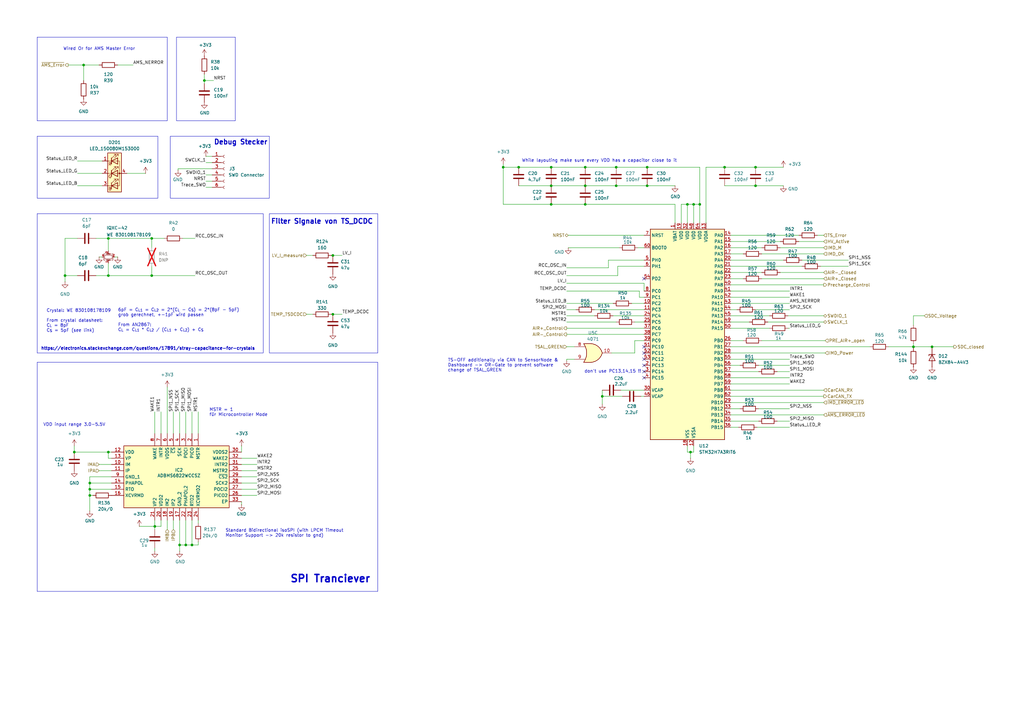
<source format=kicad_sch>
(kicad_sch
	(version 20231120)
	(generator "eeschema")
	(generator_version "8.0")
	(uuid "d4cbd48d-ba2a-4afc-b22e-0d9a16f2e6f3")
	(paper "A3")
	(lib_symbols
		(symbol "4xxx:4071"
			(pin_names
				(offset 1.016)
			)
			(exclude_from_sim no)
			(in_bom yes)
			(on_board yes)
			(property "Reference" "U"
				(at 0 1.27 0)
				(effects
					(font
						(size 1.27 1.27)
					)
				)
			)
			(property "Value" "4071"
				(at 0 -1.27 0)
				(effects
					(font
						(size 1.27 1.27)
					)
				)
			)
			(property "Footprint" ""
				(at 0 0 0)
				(effects
					(font
						(size 1.27 1.27)
					)
					(hide yes)
				)
			)
			(property "Datasheet" "http://www.intersil.com/content/dam/Intersil/documents/cd40/cd4071bms-72bms-75bms.pdf"
				(at 0 0 0)
				(effects
					(font
						(size 1.27 1.27)
					)
					(hide yes)
				)
			)
			(property "Description" "Quad Or 2 inputs"
				(at 0 0 0)
				(effects
					(font
						(size 1.27 1.27)
					)
					(hide yes)
				)
			)
			(property "ki_locked" ""
				(at 0 0 0)
				(effects
					(font
						(size 1.27 1.27)
					)
				)
			)
			(property "ki_keywords" "CMOS OR2"
				(at 0 0 0)
				(effects
					(font
						(size 1.27 1.27)
					)
					(hide yes)
				)
			)
			(property "ki_fp_filters" "DIP?14*"
				(at 0 0 0)
				(effects
					(font
						(size 1.27 1.27)
					)
					(hide yes)
				)
			)
			(symbol "4071_1_1"
				(arc
					(start -3.81 -3.81)
					(mid -2.589 0)
					(end -3.81 3.81)
					(stroke
						(width 0.254)
						(type default)
					)
					(fill
						(type none)
					)
				)
				(arc
					(start -0.6096 -3.81)
					(mid 2.1842 -2.5851)
					(end 3.81 0)
					(stroke
						(width 0.254)
						(type default)
					)
					(fill
						(type background)
					)
				)
				(polyline
					(pts
						(xy -3.81 -3.81) (xy -0.635 -3.81)
					)
					(stroke
						(width 0.254)
						(type default)
					)
					(fill
						(type background)
					)
				)
				(polyline
					(pts
						(xy -3.81 3.81) (xy -0.635 3.81)
					)
					(stroke
						(width 0.254)
						(type default)
					)
					(fill
						(type background)
					)
				)
				(polyline
					(pts
						(xy -0.635 3.81) (xy -3.81 3.81) (xy -3.81 3.81) (xy -3.556 3.4036) (xy -3.0226 2.2606) (xy -2.6924 1.0414)
						(xy -2.6162 -0.254) (xy -2.7686 -1.4986) (xy -3.175 -2.7178) (xy -3.81 -3.81) (xy -3.81 -3.81)
						(xy -0.635 -3.81)
					)
					(stroke
						(width -25.4)
						(type default)
					)
					(fill
						(type background)
					)
				)
				(arc
					(start 3.81 0)
					(mid 2.1915 2.5936)
					(end -0.6096 3.81)
					(stroke
						(width 0.254)
						(type default)
					)
					(fill
						(type background)
					)
				)
				(pin input line
					(at -7.62 2.54 0)
					(length 4.318)
					(name "~"
						(effects
							(font
								(size 1.27 1.27)
							)
						)
					)
					(number "1"
						(effects
							(font
								(size 1.27 1.27)
							)
						)
					)
				)
				(pin input line
					(at -7.62 -2.54 0)
					(length 4.318)
					(name "~"
						(effects
							(font
								(size 1.27 1.27)
							)
						)
					)
					(number "2"
						(effects
							(font
								(size 1.27 1.27)
							)
						)
					)
				)
				(pin output line
					(at 7.62 0 180)
					(length 3.81)
					(name "~"
						(effects
							(font
								(size 1.27 1.27)
							)
						)
					)
					(number "3"
						(effects
							(font
								(size 1.27 1.27)
							)
						)
					)
				)
			)
			(symbol "4071_1_2"
				(arc
					(start 0 -3.81)
					(mid 3.7934 0)
					(end 0 3.81)
					(stroke
						(width 0.254)
						(type default)
					)
					(fill
						(type background)
					)
				)
				(polyline
					(pts
						(xy 0 3.81) (xy -3.81 3.81) (xy -3.81 -3.81) (xy 0 -3.81)
					)
					(stroke
						(width 0.254)
						(type default)
					)
					(fill
						(type background)
					)
				)
				(pin input inverted
					(at -7.62 2.54 0)
					(length 3.81)
					(name "~"
						(effects
							(font
								(size 1.27 1.27)
							)
						)
					)
					(number "1"
						(effects
							(font
								(size 1.27 1.27)
							)
						)
					)
				)
				(pin input inverted
					(at -7.62 -2.54 0)
					(length 3.81)
					(name "~"
						(effects
							(font
								(size 1.27 1.27)
							)
						)
					)
					(number "2"
						(effects
							(font
								(size 1.27 1.27)
							)
						)
					)
				)
				(pin output inverted
					(at 7.62 0 180)
					(length 3.81)
					(name "~"
						(effects
							(font
								(size 1.27 1.27)
							)
						)
					)
					(number "3"
						(effects
							(font
								(size 1.27 1.27)
							)
						)
					)
				)
			)
			(symbol "4071_2_1"
				(arc
					(start -3.81 -3.81)
					(mid -2.589 0)
					(end -3.81 3.81)
					(stroke
						(width 0.254)
						(type default)
					)
					(fill
						(type none)
					)
				)
				(arc
					(start -0.6096 -3.81)
					(mid 2.1842 -2.5851)
					(end 3.81 0)
					(stroke
						(width 0.254)
						(type default)
					)
					(fill
						(type background)
					)
				)
				(polyline
					(pts
						(xy -3.81 -3.81) (xy -0.635 -3.81)
					)
					(stroke
						(width 0.254)
						(type default)
					)
					(fill
						(type background)
					)
				)
				(polyline
					(pts
						(xy -3.81 3.81) (xy -0.635 3.81)
					)
					(stroke
						(width 0.254)
						(type default)
					)
					(fill
						(type background)
					)
				)
				(polyline
					(pts
						(xy -0.635 3.81) (xy -3.81 3.81) (xy -3.81 3.81) (xy -3.556 3.4036) (xy -3.0226 2.2606) (xy -2.6924 1.0414)
						(xy -2.6162 -0.254) (xy -2.7686 -1.4986) (xy -3.175 -2.7178) (xy -3.81 -3.81) (xy -3.81 -3.81)
						(xy -0.635 -3.81)
					)
					(stroke
						(width -25.4)
						(type default)
					)
					(fill
						(type background)
					)
				)
				(arc
					(start 3.81 0)
					(mid 2.1915 2.5936)
					(end -0.6096 3.81)
					(stroke
						(width 0.254)
						(type default)
					)
					(fill
						(type background)
					)
				)
				(pin output line
					(at 7.62 0 180)
					(length 3.81)
					(name "~"
						(effects
							(font
								(size 1.27 1.27)
							)
						)
					)
					(number "4"
						(effects
							(font
								(size 1.27 1.27)
							)
						)
					)
				)
				(pin input line
					(at -7.62 2.54 0)
					(length 4.318)
					(name "~"
						(effects
							(font
								(size 1.27 1.27)
							)
						)
					)
					(number "5"
						(effects
							(font
								(size 1.27 1.27)
							)
						)
					)
				)
				(pin input line
					(at -7.62 -2.54 0)
					(length 4.318)
					(name "~"
						(effects
							(font
								(size 1.27 1.27)
							)
						)
					)
					(number "6"
						(effects
							(font
								(size 1.27 1.27)
							)
						)
					)
				)
			)
			(symbol "4071_2_2"
				(arc
					(start 0 -3.81)
					(mid 3.7934 0)
					(end 0 3.81)
					(stroke
						(width 0.254)
						(type default)
					)
					(fill
						(type background)
					)
				)
				(polyline
					(pts
						(xy 0 3.81) (xy -3.81 3.81) (xy -3.81 -3.81) (xy 0 -3.81)
					)
					(stroke
						(width 0.254)
						(type default)
					)
					(fill
						(type background)
					)
				)
				(pin output inverted
					(at 7.62 0 180)
					(length 3.81)
					(name "~"
						(effects
							(font
								(size 1.27 1.27)
							)
						)
					)
					(number "4"
						(effects
							(font
								(size 1.27 1.27)
							)
						)
					)
				)
				(pin input inverted
					(at -7.62 2.54 0)
					(length 3.81)
					(name "~"
						(effects
							(font
								(size 1.27 1.27)
							)
						)
					)
					(number "5"
						(effects
							(font
								(size 1.27 1.27)
							)
						)
					)
				)
				(pin input inverted
					(at -7.62 -2.54 0)
					(length 3.81)
					(name "~"
						(effects
							(font
								(size 1.27 1.27)
							)
						)
					)
					(number "6"
						(effects
							(font
								(size 1.27 1.27)
							)
						)
					)
				)
			)
			(symbol "4071_3_1"
				(arc
					(start -3.81 -3.81)
					(mid -2.589 0)
					(end -3.81 3.81)
					(stroke
						(width 0.254)
						(type default)
					)
					(fill
						(type none)
					)
				)
				(arc
					(start -0.6096 -3.81)
					(mid 2.1842 -2.5851)
					(end 3.81 0)
					(stroke
						(width 0.254)
						(type default)
					)
					(fill
						(type background)
					)
				)
				(polyline
					(pts
						(xy -3.81 -3.81) (xy -0.635 -3.81)
					)
					(stroke
						(width 0.254)
						(type default)
					)
					(fill
						(type background)
					)
				)
				(polyline
					(pts
						(xy -3.81 3.81) (xy -0.635 3.81)
					)
					(stroke
						(width 0.254)
						(type default)
					)
					(fill
						(type background)
					)
				)
				(polyline
					(pts
						(xy -0.635 3.81) (xy -3.81 3.81) (xy -3.81 3.81) (xy -3.556 3.4036) (xy -3.0226 2.2606) (xy -2.6924 1.0414)
						(xy -2.6162 -0.254) (xy -2.7686 -1.4986) (xy -3.175 -2.7178) (xy -3.81 -3.81) (xy -3.81 -3.81)
						(xy -0.635 -3.81)
					)
					(stroke
						(width -25.4)
						(type default)
					)
					(fill
						(type background)
					)
				)
				(arc
					(start 3.81 0)
					(mid 2.1915 2.5936)
					(end -0.6096 3.81)
					(stroke
						(width 0.254)
						(type default)
					)
					(fill
						(type background)
					)
				)
				(pin output line
					(at 7.62 0 180)
					(length 3.81)
					(name "~"
						(effects
							(font
								(size 1.27 1.27)
							)
						)
					)
					(number "10"
						(effects
							(font
								(size 1.27 1.27)
							)
						)
					)
				)
				(pin input line
					(at -7.62 2.54 0)
					(length 4.318)
					(name "~"
						(effects
							(font
								(size 1.27 1.27)
							)
						)
					)
					(number "8"
						(effects
							(font
								(size 1.27 1.27)
							)
						)
					)
				)
				(pin input line
					(at -7.62 -2.54 0)
					(length 4.318)
					(name "~"
						(effects
							(font
								(size 1.27 1.27)
							)
						)
					)
					(number "9"
						(effects
							(font
								(size 1.27 1.27)
							)
						)
					)
				)
			)
			(symbol "4071_3_2"
				(arc
					(start 0 -3.81)
					(mid 3.7934 0)
					(end 0 3.81)
					(stroke
						(width 0.254)
						(type default)
					)
					(fill
						(type background)
					)
				)
				(polyline
					(pts
						(xy 0 3.81) (xy -3.81 3.81) (xy -3.81 -3.81) (xy 0 -3.81)
					)
					(stroke
						(width 0.254)
						(type default)
					)
					(fill
						(type background)
					)
				)
				(pin output inverted
					(at 7.62 0 180)
					(length 3.81)
					(name "~"
						(effects
							(font
								(size 1.27 1.27)
							)
						)
					)
					(number "10"
						(effects
							(font
								(size 1.27 1.27)
							)
						)
					)
				)
				(pin input inverted
					(at -7.62 2.54 0)
					(length 3.81)
					(name "~"
						(effects
							(font
								(size 1.27 1.27)
							)
						)
					)
					(number "8"
						(effects
							(font
								(size 1.27 1.27)
							)
						)
					)
				)
				(pin input inverted
					(at -7.62 -2.54 0)
					(length 3.81)
					(name "~"
						(effects
							(font
								(size 1.27 1.27)
							)
						)
					)
					(number "9"
						(effects
							(font
								(size 1.27 1.27)
							)
						)
					)
				)
			)
			(symbol "4071_4_1"
				(arc
					(start -3.81 -3.81)
					(mid -2.589 0)
					(end -3.81 3.81)
					(stroke
						(width 0.254)
						(type default)
					)
					(fill
						(type none)
					)
				)
				(arc
					(start -0.6096 -3.81)
					(mid 2.1842 -2.5851)
					(end 3.81 0)
					(stroke
						(width 0.254)
						(type default)
					)
					(fill
						(type background)
					)
				)
				(polyline
					(pts
						(xy -3.81 -3.81) (xy -0.635 -3.81)
					)
					(stroke
						(width 0.254)
						(type default)
					)
					(fill
						(type background)
					)
				)
				(polyline
					(pts
						(xy -3.81 3.81) (xy -0.635 3.81)
					)
					(stroke
						(width 0.254)
						(type default)
					)
					(fill
						(type background)
					)
				)
				(polyline
					(pts
						(xy -0.635 3.81) (xy -3.81 3.81) (xy -3.81 3.81) (xy -3.556 3.4036) (xy -3.0226 2.2606) (xy -2.6924 1.0414)
						(xy -2.6162 -0.254) (xy -2.7686 -1.4986) (xy -3.175 -2.7178) (xy -3.81 -3.81) (xy -3.81 -3.81)
						(xy -0.635 -3.81)
					)
					(stroke
						(width -25.4)
						(type default)
					)
					(fill
						(type background)
					)
				)
				(arc
					(start 3.81 0)
					(mid 2.1915 2.5936)
					(end -0.6096 3.81)
					(stroke
						(width 0.254)
						(type default)
					)
					(fill
						(type background)
					)
				)
				(pin output line
					(at 7.62 0 180)
					(length 3.81)
					(name "~"
						(effects
							(font
								(size 1.27 1.27)
							)
						)
					)
					(number "11"
						(effects
							(font
								(size 1.27 1.27)
							)
						)
					)
				)
				(pin input line
					(at -7.62 2.54 0)
					(length 4.318)
					(name "~"
						(effects
							(font
								(size 1.27 1.27)
							)
						)
					)
					(number "12"
						(effects
							(font
								(size 1.27 1.27)
							)
						)
					)
				)
				(pin input line
					(at -7.62 -2.54 0)
					(length 4.318)
					(name "~"
						(effects
							(font
								(size 1.27 1.27)
							)
						)
					)
					(number "13"
						(effects
							(font
								(size 1.27 1.27)
							)
						)
					)
				)
			)
			(symbol "4071_4_2"
				(arc
					(start 0 -3.81)
					(mid 3.7934 0)
					(end 0 3.81)
					(stroke
						(width 0.254)
						(type default)
					)
					(fill
						(type background)
					)
				)
				(polyline
					(pts
						(xy 0 3.81) (xy -3.81 3.81) (xy -3.81 -3.81) (xy 0 -3.81)
					)
					(stroke
						(width 0.254)
						(type default)
					)
					(fill
						(type background)
					)
				)
				(pin output inverted
					(at 7.62 0 180)
					(length 3.81)
					(name "~"
						(effects
							(font
								(size 1.27 1.27)
							)
						)
					)
					(number "11"
						(effects
							(font
								(size 1.27 1.27)
							)
						)
					)
				)
				(pin input inverted
					(at -7.62 2.54 0)
					(length 3.81)
					(name "~"
						(effects
							(font
								(size 1.27 1.27)
							)
						)
					)
					(number "12"
						(effects
							(font
								(size 1.27 1.27)
							)
						)
					)
				)
				(pin input inverted
					(at -7.62 -2.54 0)
					(length 3.81)
					(name "~"
						(effects
							(font
								(size 1.27 1.27)
							)
						)
					)
					(number "13"
						(effects
							(font
								(size 1.27 1.27)
							)
						)
					)
				)
			)
			(symbol "4071_5_0"
				(pin power_in line
					(at 0 12.7 270)
					(length 5.08)
					(name "VDD"
						(effects
							(font
								(size 1.27 1.27)
							)
						)
					)
					(number "14"
						(effects
							(font
								(size 1.27 1.27)
							)
						)
					)
				)
				(pin power_in line
					(at 0 -12.7 90)
					(length 5.08)
					(name "VSS"
						(effects
							(font
								(size 1.27 1.27)
							)
						)
					)
					(number "7"
						(effects
							(font
								(size 1.27 1.27)
							)
						)
					)
				)
			)
			(symbol "4071_5_1"
				(rectangle
					(start -5.08 7.62)
					(end 5.08 -7.62)
					(stroke
						(width 0.254)
						(type default)
					)
					(fill
						(type background)
					)
				)
			)
		)
		(symbol "ADBMS6822WCCSZ_1"
			(exclude_from_sim no)
			(in_bom yes)
			(on_board yes)
			(property "Reference" "IC"
				(at 31.75 17.78 0)
				(effects
					(font
						(size 1.27 1.27)
					)
					(justify left top)
				)
			)
			(property "Value" "ADBMS6822WCCSZ"
				(at 31.75 15.24 0)
				(effects
					(font
						(size 1.27 1.27)
					)
					(justify left top)
				)
			)
			(property "Footprint" "QFN50P500X500X80-33N-D"
				(at 31.75 -84.76 0)
				(effects
					(font
						(size 1.27 1.27)
					)
					(justify left top)
					(hide yes)
				)
			)
			(property "Datasheet" "https://www.analog.com/ADBMS6822/datasheet"
				(at 31.75 -184.76 0)
				(effects
					(font
						(size 1.27 1.27)
					)
					(justify left top)
					(hide yes)
				)
			)
			(property "Description" " Up to 2 Mbps isolated bidirectional serial data communications  Drop in compatible: single (ADBMS6821) and dual (ADBMS6822)  Fully independent dual transceivers (ADBMS6822)  Simple galvanic isolation using capacitors or transformers  Bidirectional interface over a single twisted pair  Supports cable lengths up to 100 meters  Very low EMI susceptibility and emissions  LPCM support for ADBMS battery monitors  Interrupt output for LPCM system wake-up  4 Mbps unidirectional mode  Requires"
				(at 0 0 0)
				(effects
					(font
						(size 1.27 1.27)
					)
					(hide yes)
				)
			)
			(property "Height" "0.8"
				(at 31.75 -384.76 0)
				(effects
					(font
						(size 1.27 1.27)
					)
					(justify left top)
					(hide yes)
				)
			)
			(property "Manufacturer_Name" "Analog Devices"
				(at 31.75 -484.76 0)
				(effects
					(font
						(size 1.27 1.27)
					)
					(justify left top)
					(hide yes)
				)
			)
			(property "Manufacturer_Part_Number" "ADBMS6822WCCSZ"
				(at 31.75 -584.76 0)
				(effects
					(font
						(size 1.27 1.27)
					)
					(justify left top)
					(hide yes)
				)
			)
			(property "Mouser Part Number" "584-ADBMS6822WCCSZ"
				(at 31.75 -684.76 0)
				(effects
					(font
						(size 1.27 1.27)
					)
					(justify left top)
					(hide yes)
				)
			)
			(property "Mouser Price/Stock" "https://www.mouser.co.uk/ProductDetail/Analog-Devices/ADBMS6822WCCSZ?qs=4ASt3YYao0UVik%252BRUNLybw%3D%3D"
				(at 31.75 -784.76 0)
				(effects
					(font
						(size 1.27 1.27)
					)
					(justify left top)
					(hide yes)
				)
			)
			(property "Arrow Part Number" ""
				(at 31.75 -884.76 0)
				(effects
					(font
						(size 1.27 1.27)
					)
					(justify left top)
					(hide yes)
				)
			)
			(property "Arrow Price/Stock" ""
				(at 31.75 -984.76 0)
				(effects
					(font
						(size 1.27 1.27)
					)
					(justify left top)
					(hide yes)
				)
			)
			(symbol "ADBMS6822WCCSZ_1_1_1"
				(rectangle
					(start 5.08 12.7)
					(end 30.48 -30.48)
					(stroke
						(width 0.254)
						(type default)
					)
					(fill
						(type background)
					)
				)
				(pin passive line
					(at 0 0 0)
					(length 5.08)
					(name "MSTR"
						(effects
							(font
								(size 1.27 1.27)
							)
						)
					)
					(number "1"
						(effects
							(font
								(size 1.27 1.27)
							)
						)
					)
				)
				(pin passive line
					(at 12.7 -35.56 90)
					(length 5.08)
					(name "IM"
						(effects
							(font
								(size 1.27 1.27)
							)
						)
					)
					(number "10"
						(effects
							(font
								(size 1.27 1.27)
							)
						)
					)
				)
				(pin passive line
					(at 15.24 -35.56 90)
					(length 5.08)
					(name "IP"
						(effects
							(font
								(size 1.27 1.27)
							)
						)
					)
					(number "11"
						(effects
							(font
								(size 1.27 1.27)
							)
						)
					)
				)
				(pin passive line
					(at 7.62 -35.56 90)
					(length 5.08)
					(name "VDD"
						(effects
							(font
								(size 1.27 1.27)
							)
						)
					)
					(number "12"
						(effects
							(font
								(size 1.27 1.27)
							)
						)
					)
				)
				(pin passive line
					(at 10.16 -35.56 90)
					(length 5.08)
					(name "VP"
						(effects
							(font
								(size 1.27 1.27)
							)
						)
					)
					(number "13"
						(effects
							(font
								(size 1.27 1.27)
							)
						)
					)
				)
				(pin passive line
					(at 20.32 -35.56 90)
					(length 5.08)
					(name "PHAPOL"
						(effects
							(font
								(size 1.27 1.27)
							)
						)
					)
					(number "14"
						(effects
							(font
								(size 1.27 1.27)
							)
						)
					)
				)
				(pin passive line
					(at 22.86 -35.56 90)
					(length 5.08)
					(name "RTO"
						(effects
							(font
								(size 1.27 1.27)
							)
						)
					)
					(number "15"
						(effects
							(font
								(size 1.27 1.27)
							)
						)
					)
				)
				(pin passive line
					(at 25.4 -35.56 90)
					(length 5.08)
					(name "XCVRMD"
						(effects
							(font
								(size 1.27 1.27)
							)
						)
					)
					(number "16"
						(effects
							(font
								(size 1.27 1.27)
							)
						)
					)
				)
				(pin passive line
					(at 35.56 -7.62 180)
					(length 5.08)
					(name "GND_2"
						(effects
							(font
								(size 1.27 1.27)
							)
						)
					)
					(number "17"
						(effects
							(font
								(size 1.27 1.27)
							)
						)
					)
				)
				(pin passive line
					(at 35.56 -12.7 180)
					(length 5.08)
					(name "IM2"
						(effects
							(font
								(size 1.27 1.27)
							)
						)
					)
					(number "18"
						(effects
							(font
								(size 1.27 1.27)
							)
						)
					)
				)
				(pin passive line
					(at 35.56 -10.16 180)
					(length 5.08)
					(name "IP2"
						(effects
							(font
								(size 1.27 1.27)
							)
						)
					)
					(number "19"
						(effects
							(font
								(size 1.27 1.27)
							)
						)
					)
				)
				(pin passive line
					(at 0 -2.54 0)
					(length 5.08)
					(name "PICO"
						(effects
							(font
								(size 1.27 1.27)
							)
						)
					)
					(number "2"
						(effects
							(font
								(size 1.27 1.27)
							)
						)
					)
				)
				(pin passive line
					(at 35.56 -15.24 180)
					(length 5.08)
					(name "VDD2"
						(effects
							(font
								(size 1.27 1.27)
							)
						)
					)
					(number "20"
						(effects
							(font
								(size 1.27 1.27)
							)
						)
					)
				)
				(pin passive line
					(at 35.56 -17.78 180)
					(length 5.08)
					(name "VP2"
						(effects
							(font
								(size 1.27 1.27)
							)
						)
					)
					(number "21"
						(effects
							(font
								(size 1.27 1.27)
							)
						)
					)
				)
				(pin passive line
					(at 35.56 -5.08 180)
					(length 5.08)
					(name "PHAPOL2"
						(effects
							(font
								(size 1.27 1.27)
							)
						)
					)
					(number "22"
						(effects
							(font
								(size 1.27 1.27)
							)
						)
					)
				)
				(pin passive line
					(at 35.56 -2.54 180)
					(length 5.08)
					(name "RTO2"
						(effects
							(font
								(size 1.27 1.27)
							)
						)
					)
					(number "23"
						(effects
							(font
								(size 1.27 1.27)
							)
						)
					)
				)
				(pin passive line
					(at 35.56 0 180)
					(length 5.08)
					(name "XCVRMD2"
						(effects
							(font
								(size 1.27 1.27)
							)
						)
					)
					(number "24"
						(effects
							(font
								(size 1.27 1.27)
							)
						)
					)
				)
				(pin passive line
					(at 15.24 17.78 270)
					(length 5.08)
					(name "MSTR2"
						(effects
							(font
								(size 1.27 1.27)
							)
						)
					)
					(number "25"
						(effects
							(font
								(size 1.27 1.27)
							)
						)
					)
				)
				(pin passive line
					(at 25.4 17.78 270)
					(length 5.08)
					(name "PICO2"
						(effects
							(font
								(size 1.27 1.27)
							)
						)
					)
					(number "26"
						(effects
							(font
								(size 1.27 1.27)
							)
						)
					)
				)
				(pin passive line
					(at 22.86 17.78 270)
					(length 5.08)
					(name "POCI2"
						(effects
							(font
								(size 1.27 1.27)
							)
						)
					)
					(number "27"
						(effects
							(font
								(size 1.27 1.27)
							)
						)
					)
				)
				(pin passive line
					(at 20.32 17.78 270)
					(length 5.08)
					(name "SCK2"
						(effects
							(font
								(size 1.27 1.27)
							)
						)
					)
					(number "28"
						(effects
							(font
								(size 1.27 1.27)
							)
						)
					)
				)
				(pin passive line
					(at 17.78 17.78 270)
					(length 5.08)
					(name "~{CS2}"
						(effects
							(font
								(size 1.27 1.27)
							)
						)
					)
					(number "29"
						(effects
							(font
								(size 1.27 1.27)
							)
						)
					)
				)
				(pin passive line
					(at 0 -5.08 0)
					(length 5.08)
					(name "POCI"
						(effects
							(font
								(size 1.27 1.27)
							)
						)
					)
					(number "3"
						(effects
							(font
								(size 1.27 1.27)
							)
						)
					)
				)
				(pin passive line
					(at 7.62 17.78 270)
					(length 5.08)
					(name "VDDS2"
						(effects
							(font
								(size 1.27 1.27)
							)
						)
					)
					(number "30"
						(effects
							(font
								(size 1.27 1.27)
							)
						)
					)
				)
				(pin passive line
					(at 12.7 17.78 270)
					(length 5.08)
					(name "INTR2"
						(effects
							(font
								(size 1.27 1.27)
							)
						)
					)
					(number "31"
						(effects
							(font
								(size 1.27 1.27)
							)
						)
					)
				)
				(pin passive line
					(at 10.16 17.78 270)
					(length 5.08)
					(name "WAKE2"
						(effects
							(font
								(size 1.27 1.27)
							)
						)
					)
					(number "32"
						(effects
							(font
								(size 1.27 1.27)
							)
						)
					)
				)
				(pin passive line
					(at 27.94 17.78 270)
					(length 5.08)
					(name "EP"
						(effects
							(font
								(size 1.27 1.27)
							)
						)
					)
					(number "33"
						(effects
							(font
								(size 1.27 1.27)
							)
						)
					)
				)
				(pin passive line
					(at 0 -7.62 0)
					(length 5.08)
					(name "SCK"
						(effects
							(font
								(size 1.27 1.27)
							)
						)
					)
					(number "4"
						(effects
							(font
								(size 1.27 1.27)
							)
						)
					)
				)
				(pin passive line
					(at 0 -10.16 0)
					(length 5.08)
					(name "~{CS}"
						(effects
							(font
								(size 1.27 1.27)
							)
						)
					)
					(number "5"
						(effects
							(font
								(size 1.27 1.27)
							)
						)
					)
				)
				(pin passive line
					(at 0 -12.7 0)
					(length 5.08)
					(name "VDDS"
						(effects
							(font
								(size 1.27 1.27)
							)
						)
					)
					(number "6"
						(effects
							(font
								(size 1.27 1.27)
							)
						)
					)
				)
				(pin passive line
					(at 0 -15.24 0)
					(length 5.08)
					(name "INTR"
						(effects
							(font
								(size 1.27 1.27)
							)
						)
					)
					(number "7"
						(effects
							(font
								(size 1.27 1.27)
							)
						)
					)
				)
				(pin passive line
					(at 0 -17.78 0)
					(length 5.08)
					(name "WAKE"
						(effects
							(font
								(size 1.27 1.27)
							)
						)
					)
					(number "8"
						(effects
							(font
								(size 1.27 1.27)
							)
						)
					)
				)
				(pin passive line
					(at 17.78 -35.56 90)
					(length 5.08)
					(name "GND_1"
						(effects
							(font
								(size 1.27 1.27)
							)
						)
					)
					(number "9"
						(effects
							(font
								(size 1.27 1.27)
							)
						)
					)
				)
			)
		)
		(symbol "Connector:Conn_01x06_Female"
			(pin_names
				(offset 1.016) hide)
			(exclude_from_sim no)
			(in_bom yes)
			(on_board yes)
			(property "Reference" "J"
				(at 0 7.62 0)
				(effects
					(font
						(size 1.27 1.27)
					)
				)
			)
			(property "Value" "Conn_01x06_Female"
				(at 0 -10.16 0)
				(effects
					(font
						(size 1.27 1.27)
					)
				)
			)
			(property "Footprint" ""
				(at 0 0 0)
				(effects
					(font
						(size 1.27 1.27)
					)
					(hide yes)
				)
			)
			(property "Datasheet" "~"
				(at 0 0 0)
				(effects
					(font
						(size 1.27 1.27)
					)
					(hide yes)
				)
			)
			(property "Description" "Generic connector, single row, 01x06, script generated (kicad-library-utils/schlib/autogen/connector/)"
				(at 0 0 0)
				(effects
					(font
						(size 1.27 1.27)
					)
					(hide yes)
				)
			)
			(property "ki_keywords" "connector"
				(at 0 0 0)
				(effects
					(font
						(size 1.27 1.27)
					)
					(hide yes)
				)
			)
			(property "ki_fp_filters" "Connector*:*_1x??_*"
				(at 0 0 0)
				(effects
					(font
						(size 1.27 1.27)
					)
					(hide yes)
				)
			)
			(symbol "Conn_01x06_Female_1_1"
				(arc
					(start 0 -7.112)
					(mid -0.5058 -7.62)
					(end 0 -8.128)
					(stroke
						(width 0.1524)
						(type default)
					)
					(fill
						(type none)
					)
				)
				(arc
					(start 0 -4.572)
					(mid -0.5058 -5.08)
					(end 0 -5.588)
					(stroke
						(width 0.1524)
						(type default)
					)
					(fill
						(type none)
					)
				)
				(arc
					(start 0 -2.032)
					(mid -0.5058 -2.54)
					(end 0 -3.048)
					(stroke
						(width 0.1524)
						(type default)
					)
					(fill
						(type none)
					)
				)
				(polyline
					(pts
						(xy -1.27 -7.62) (xy -0.508 -7.62)
					)
					(stroke
						(width 0.1524)
						(type default)
					)
					(fill
						(type none)
					)
				)
				(polyline
					(pts
						(xy -1.27 -5.08) (xy -0.508 -5.08)
					)
					(stroke
						(width 0.1524)
						(type default)
					)
					(fill
						(type none)
					)
				)
				(polyline
					(pts
						(xy -1.27 -2.54) (xy -0.508 -2.54)
					)
					(stroke
						(width 0.1524)
						(type default)
					)
					(fill
						(type none)
					)
				)
				(polyline
					(pts
						(xy -1.27 0) (xy -0.508 0)
					)
					(stroke
						(width 0.1524)
						(type default)
					)
					(fill
						(type none)
					)
				)
				(polyline
					(pts
						(xy -1.27 2.54) (xy -0.508 2.54)
					)
					(stroke
						(width 0.1524)
						(type default)
					)
					(fill
						(type none)
					)
				)
				(polyline
					(pts
						(xy -1.27 5.08) (xy -0.508 5.08)
					)
					(stroke
						(width 0.1524)
						(type default)
					)
					(fill
						(type none)
					)
				)
				(arc
					(start 0 0.508)
					(mid -0.5058 0)
					(end 0 -0.508)
					(stroke
						(width 0.1524)
						(type default)
					)
					(fill
						(type none)
					)
				)
				(arc
					(start 0 3.048)
					(mid -0.5058 2.54)
					(end 0 2.032)
					(stroke
						(width 0.1524)
						(type default)
					)
					(fill
						(type none)
					)
				)
				(arc
					(start 0 5.588)
					(mid -0.5058 5.08)
					(end 0 4.572)
					(stroke
						(width 0.1524)
						(type default)
					)
					(fill
						(type none)
					)
				)
				(pin passive line
					(at -5.08 5.08 0)
					(length 3.81)
					(name "Pin_1"
						(effects
							(font
								(size 1.27 1.27)
							)
						)
					)
					(number "1"
						(effects
							(font
								(size 1.27 1.27)
							)
						)
					)
				)
				(pin passive line
					(at -5.08 2.54 0)
					(length 3.81)
					(name "Pin_2"
						(effects
							(font
								(size 1.27 1.27)
							)
						)
					)
					(number "2"
						(effects
							(font
								(size 1.27 1.27)
							)
						)
					)
				)
				(pin passive line
					(at -5.08 0 0)
					(length 3.81)
					(name "Pin_3"
						(effects
							(font
								(size 1.27 1.27)
							)
						)
					)
					(number "3"
						(effects
							(font
								(size 1.27 1.27)
							)
						)
					)
				)
				(pin passive line
					(at -5.08 -2.54 0)
					(length 3.81)
					(name "Pin_4"
						(effects
							(font
								(size 1.27 1.27)
							)
						)
					)
					(number "4"
						(effects
							(font
								(size 1.27 1.27)
							)
						)
					)
				)
				(pin passive line
					(at -5.08 -5.08 0)
					(length 3.81)
					(name "Pin_5"
						(effects
							(font
								(size 1.27 1.27)
							)
						)
					)
					(number "5"
						(effects
							(font
								(size 1.27 1.27)
							)
						)
					)
				)
				(pin passive line
					(at -5.08 -7.62 0)
					(length 3.81)
					(name "Pin_6"
						(effects
							(font
								(size 1.27 1.27)
							)
						)
					)
					(number "6"
						(effects
							(font
								(size 1.27 1.27)
							)
						)
					)
				)
			)
		)
		(symbol "Device:C"
			(pin_numbers hide)
			(pin_names
				(offset 0.254)
			)
			(exclude_from_sim no)
			(in_bom yes)
			(on_board yes)
			(property "Reference" "C"
				(at 0.635 2.54 0)
				(effects
					(font
						(size 1.27 1.27)
					)
					(justify left)
				)
			)
			(property "Value" "C"
				(at 0.635 -2.54 0)
				(effects
					(font
						(size 1.27 1.27)
					)
					(justify left)
				)
			)
			(property "Footprint" ""
				(at 0.9652 -3.81 0)
				(effects
					(font
						(size 1.27 1.27)
					)
					(hide yes)
				)
			)
			(property "Datasheet" "~"
				(at 0 0 0)
				(effects
					(font
						(size 1.27 1.27)
					)
					(hide yes)
				)
			)
			(property "Description" "Unpolarized capacitor"
				(at 0 0 0)
				(effects
					(font
						(size 1.27 1.27)
					)
					(hide yes)
				)
			)
			(property "ki_keywords" "cap capacitor"
				(at 0 0 0)
				(effects
					(font
						(size 1.27 1.27)
					)
					(hide yes)
				)
			)
			(property "ki_fp_filters" "C_*"
				(at 0 0 0)
				(effects
					(font
						(size 1.27 1.27)
					)
					(hide yes)
				)
			)
			(symbol "C_0_1"
				(polyline
					(pts
						(xy -2.032 -0.762) (xy 2.032 -0.762)
					)
					(stroke
						(width 0.508)
						(type default)
					)
					(fill
						(type none)
					)
				)
				(polyline
					(pts
						(xy -2.032 0.762) (xy 2.032 0.762)
					)
					(stroke
						(width 0.508)
						(type default)
					)
					(fill
						(type none)
					)
				)
			)
			(symbol "C_1_1"
				(pin passive line
					(at 0 3.81 270)
					(length 2.794)
					(name "~"
						(effects
							(font
								(size 1.27 1.27)
							)
						)
					)
					(number "1"
						(effects
							(font
								(size 1.27 1.27)
							)
						)
					)
				)
				(pin passive line
					(at 0 -3.81 90)
					(length 2.794)
					(name "~"
						(effects
							(font
								(size 1.27 1.27)
							)
						)
					)
					(number "2"
						(effects
							(font
								(size 1.27 1.27)
							)
						)
					)
				)
			)
		)
		(symbol "Device:Crystal_GND24_Small"
			(pin_names
				(offset 1.016) hide)
			(exclude_from_sim no)
			(in_bom yes)
			(on_board yes)
			(property "Reference" "Y"
				(at 1.27 4.445 0)
				(effects
					(font
						(size 1.27 1.27)
					)
					(justify left)
				)
			)
			(property "Value" "Crystal_GND24_Small"
				(at 1.27 2.54 0)
				(effects
					(font
						(size 1.27 1.27)
					)
					(justify left)
				)
			)
			(property "Footprint" ""
				(at 0 0 0)
				(effects
					(font
						(size 1.27 1.27)
					)
					(hide yes)
				)
			)
			(property "Datasheet" "~"
				(at 0 0 0)
				(effects
					(font
						(size 1.27 1.27)
					)
					(hide yes)
				)
			)
			(property "Description" "Four pin crystal, GND on pins 2 and 4, small symbol"
				(at 0 0 0)
				(effects
					(font
						(size 1.27 1.27)
					)
					(hide yes)
				)
			)
			(property "ki_keywords" "quartz ceramic resonator oscillator"
				(at 0 0 0)
				(effects
					(font
						(size 1.27 1.27)
					)
					(hide yes)
				)
			)
			(property "ki_fp_filters" "Crystal*"
				(at 0 0 0)
				(effects
					(font
						(size 1.27 1.27)
					)
					(hide yes)
				)
			)
			(symbol "Crystal_GND24_Small_0_1"
				(rectangle
					(start -0.762 -1.524)
					(end 0.762 1.524)
					(stroke
						(width 0)
						(type default)
					)
					(fill
						(type none)
					)
				)
				(polyline
					(pts
						(xy -1.27 -0.762) (xy -1.27 0.762)
					)
					(stroke
						(width 0.381)
						(type default)
					)
					(fill
						(type none)
					)
				)
				(polyline
					(pts
						(xy 1.27 -0.762) (xy 1.27 0.762)
					)
					(stroke
						(width 0.381)
						(type default)
					)
					(fill
						(type none)
					)
				)
				(polyline
					(pts
						(xy -1.27 -1.27) (xy -1.27 -1.905) (xy 1.27 -1.905) (xy 1.27 -1.27)
					)
					(stroke
						(width 0)
						(type default)
					)
					(fill
						(type none)
					)
				)
				(polyline
					(pts
						(xy -1.27 1.27) (xy -1.27 1.905) (xy 1.27 1.905) (xy 1.27 1.27)
					)
					(stroke
						(width 0)
						(type default)
					)
					(fill
						(type none)
					)
				)
			)
			(symbol "Crystal_GND24_Small_1_1"
				(pin passive line
					(at -2.54 0 0)
					(length 1.27)
					(name "1"
						(effects
							(font
								(size 1.27 1.27)
							)
						)
					)
					(number "1"
						(effects
							(font
								(size 0.762 0.762)
							)
						)
					)
				)
				(pin passive line
					(at 0 -2.54 90)
					(length 0.635)
					(name "2"
						(effects
							(font
								(size 1.27 1.27)
							)
						)
					)
					(number "2"
						(effects
							(font
								(size 0.762 0.762)
							)
						)
					)
				)
				(pin passive line
					(at 2.54 0 180)
					(length 1.27)
					(name "3"
						(effects
							(font
								(size 1.27 1.27)
							)
						)
					)
					(number "3"
						(effects
							(font
								(size 0.762 0.762)
							)
						)
					)
				)
				(pin passive line
					(at 0 2.54 270)
					(length 0.635)
					(name "4"
						(effects
							(font
								(size 1.27 1.27)
							)
						)
					)
					(number "4"
						(effects
							(font
								(size 0.762 0.762)
							)
						)
					)
				)
			)
		)
		(symbol "Device:LED_RGBA"
			(pin_names
				(offset 0) hide)
			(exclude_from_sim no)
			(in_bom yes)
			(on_board yes)
			(property "Reference" "D"
				(at 0 9.398 0)
				(effects
					(font
						(size 1.27 1.27)
					)
				)
			)
			(property "Value" "LED_RGBA"
				(at 0 -8.89 0)
				(effects
					(font
						(size 1.27 1.27)
					)
				)
			)
			(property "Footprint" ""
				(at 0 -1.27 0)
				(effects
					(font
						(size 1.27 1.27)
					)
					(hide yes)
				)
			)
			(property "Datasheet" "~"
				(at 0 -1.27 0)
				(effects
					(font
						(size 1.27 1.27)
					)
					(hide yes)
				)
			)
			(property "Description" "RGB LED, red/green/blue/anode"
				(at 0 0 0)
				(effects
					(font
						(size 1.27 1.27)
					)
					(hide yes)
				)
			)
			(property "ki_keywords" "LED RGB diode"
				(at 0 0 0)
				(effects
					(font
						(size 1.27 1.27)
					)
					(hide yes)
				)
			)
			(property "ki_fp_filters" "LED* LED_SMD:* LED_THT:*"
				(at 0 0 0)
				(effects
					(font
						(size 1.27 1.27)
					)
					(hide yes)
				)
			)
			(symbol "LED_RGBA_0_0"
				(text "B"
					(at -1.905 -6.35 0)
					(effects
						(font
							(size 1.27 1.27)
						)
					)
				)
				(text "G"
					(at -1.905 -1.27 0)
					(effects
						(font
							(size 1.27 1.27)
						)
					)
				)
				(text "R"
					(at -1.905 3.81 0)
					(effects
						(font
							(size 1.27 1.27)
						)
					)
				)
			)
			(symbol "LED_RGBA_0_1"
				(polyline
					(pts
						(xy -1.27 -5.08) (xy -2.54 -5.08)
					)
					(stroke
						(width 0)
						(type default)
					)
					(fill
						(type none)
					)
				)
				(polyline
					(pts
						(xy -1.27 -5.08) (xy 1.27 -5.08)
					)
					(stroke
						(width 0)
						(type default)
					)
					(fill
						(type none)
					)
				)
				(polyline
					(pts
						(xy -1.27 -3.81) (xy -1.27 -6.35)
					)
					(stroke
						(width 0.254)
						(type default)
					)
					(fill
						(type none)
					)
				)
				(polyline
					(pts
						(xy -1.27 0) (xy -2.54 0)
					)
					(stroke
						(width 0)
						(type default)
					)
					(fill
						(type none)
					)
				)
				(polyline
					(pts
						(xy -1.27 1.27) (xy -1.27 -1.27)
					)
					(stroke
						(width 0.254)
						(type default)
					)
					(fill
						(type none)
					)
				)
				(polyline
					(pts
						(xy -1.27 5.08) (xy -2.54 5.08)
					)
					(stroke
						(width 0)
						(type default)
					)
					(fill
						(type none)
					)
				)
				(polyline
					(pts
						(xy -1.27 5.08) (xy 1.27 5.08)
					)
					(stroke
						(width 0)
						(type default)
					)
					(fill
						(type none)
					)
				)
				(polyline
					(pts
						(xy -1.27 6.35) (xy -1.27 3.81)
					)
					(stroke
						(width 0.254)
						(type default)
					)
					(fill
						(type none)
					)
				)
				(polyline
					(pts
						(xy 1.27 0) (xy -1.27 0)
					)
					(stroke
						(width 0)
						(type default)
					)
					(fill
						(type none)
					)
				)
				(polyline
					(pts
						(xy 1.27 0) (xy 2.54 0)
					)
					(stroke
						(width 0)
						(type default)
					)
					(fill
						(type none)
					)
				)
				(polyline
					(pts
						(xy -1.27 1.27) (xy -1.27 -1.27) (xy -1.27 -1.27)
					)
					(stroke
						(width 0)
						(type default)
					)
					(fill
						(type none)
					)
				)
				(polyline
					(pts
						(xy -1.27 6.35) (xy -1.27 3.81) (xy -1.27 3.81)
					)
					(stroke
						(width 0)
						(type default)
					)
					(fill
						(type none)
					)
				)
				(polyline
					(pts
						(xy 1.27 -5.08) (xy 2.032 -5.08) (xy 2.032 5.08) (xy 1.27 5.08)
					)
					(stroke
						(width 0)
						(type default)
					)
					(fill
						(type none)
					)
				)
				(polyline
					(pts
						(xy 1.27 -3.81) (xy 1.27 -6.35) (xy -1.27 -5.08) (xy 1.27 -3.81)
					)
					(stroke
						(width 0.254)
						(type default)
					)
					(fill
						(type none)
					)
				)
				(polyline
					(pts
						(xy 1.27 1.27) (xy 1.27 -1.27) (xy -1.27 0) (xy 1.27 1.27)
					)
					(stroke
						(width 0.254)
						(type default)
					)
					(fill
						(type none)
					)
				)
				(polyline
					(pts
						(xy 1.27 6.35) (xy 1.27 3.81) (xy -1.27 5.08) (xy 1.27 6.35)
					)
					(stroke
						(width 0.254)
						(type default)
					)
					(fill
						(type none)
					)
				)
				(polyline
					(pts
						(xy -1.016 -3.81) (xy 0.508 -2.286) (xy -0.254 -2.286) (xy 0.508 -2.286) (xy 0.508 -3.048)
					)
					(stroke
						(width 0)
						(type default)
					)
					(fill
						(type none)
					)
				)
				(polyline
					(pts
						(xy -1.016 1.27) (xy 0.508 2.794) (xy -0.254 2.794) (xy 0.508 2.794) (xy 0.508 2.032)
					)
					(stroke
						(width 0)
						(type default)
					)
					(fill
						(type none)
					)
				)
				(polyline
					(pts
						(xy -1.016 6.35) (xy 0.508 7.874) (xy -0.254 7.874) (xy 0.508 7.874) (xy 0.508 7.112)
					)
					(stroke
						(width 0)
						(type default)
					)
					(fill
						(type none)
					)
				)
				(polyline
					(pts
						(xy 0 -3.81) (xy 1.524 -2.286) (xy 0.762 -2.286) (xy 1.524 -2.286) (xy 1.524 -3.048)
					)
					(stroke
						(width 0)
						(type default)
					)
					(fill
						(type none)
					)
				)
				(polyline
					(pts
						(xy 0 1.27) (xy 1.524 2.794) (xy 0.762 2.794) (xy 1.524 2.794) (xy 1.524 2.032)
					)
					(stroke
						(width 0)
						(type default)
					)
					(fill
						(type none)
					)
				)
				(polyline
					(pts
						(xy 0 6.35) (xy 1.524 7.874) (xy 0.762 7.874) (xy 1.524 7.874) (xy 1.524 7.112)
					)
					(stroke
						(width 0)
						(type default)
					)
					(fill
						(type none)
					)
				)
				(rectangle
					(start 1.27 -1.27)
					(end 1.27 1.27)
					(stroke
						(width 0)
						(type default)
					)
					(fill
						(type none)
					)
				)
				(rectangle
					(start 1.27 1.27)
					(end 1.27 1.27)
					(stroke
						(width 0)
						(type default)
					)
					(fill
						(type none)
					)
				)
				(rectangle
					(start 1.27 3.81)
					(end 1.27 6.35)
					(stroke
						(width 0)
						(type default)
					)
					(fill
						(type none)
					)
				)
				(rectangle
					(start 1.27 6.35)
					(end 1.27 6.35)
					(stroke
						(width 0)
						(type default)
					)
					(fill
						(type none)
					)
				)
				(circle
					(center 2.032 0)
					(radius 0.254)
					(stroke
						(width 0)
						(type default)
					)
					(fill
						(type outline)
					)
				)
				(rectangle
					(start 2.794 8.382)
					(end -2.794 -7.62)
					(stroke
						(width 0.254)
						(type default)
					)
					(fill
						(type background)
					)
				)
			)
			(symbol "LED_RGBA_1_1"
				(pin passive line
					(at -5.08 5.08 0)
					(length 2.54)
					(name "RK"
						(effects
							(font
								(size 1.27 1.27)
							)
						)
					)
					(number "1"
						(effects
							(font
								(size 1.27 1.27)
							)
						)
					)
				)
				(pin passive line
					(at -5.08 0 0)
					(length 2.54)
					(name "GK"
						(effects
							(font
								(size 1.27 1.27)
							)
						)
					)
					(number "2"
						(effects
							(font
								(size 1.27 1.27)
							)
						)
					)
				)
				(pin passive line
					(at -5.08 -5.08 0)
					(length 2.54)
					(name "BK"
						(effects
							(font
								(size 1.27 1.27)
							)
						)
					)
					(number "3"
						(effects
							(font
								(size 1.27 1.27)
							)
						)
					)
				)
				(pin passive line
					(at 5.08 0 180)
					(length 2.54)
					(name "A"
						(effects
							(font
								(size 1.27 1.27)
							)
						)
					)
					(number "4"
						(effects
							(font
								(size 1.27 1.27)
							)
						)
					)
				)
			)
		)
		(symbol "Device:R"
			(pin_numbers hide)
			(pin_names
				(offset 0)
			)
			(exclude_from_sim no)
			(in_bom yes)
			(on_board yes)
			(property "Reference" "R"
				(at 2.032 0 90)
				(effects
					(font
						(size 1.27 1.27)
					)
				)
			)
			(property "Value" "R"
				(at 0 0 90)
				(effects
					(font
						(size 1.27 1.27)
					)
				)
			)
			(property "Footprint" ""
				(at -1.778 0 90)
				(effects
					(font
						(size 1.27 1.27)
					)
					(hide yes)
				)
			)
			(property "Datasheet" "~"
				(at 0 0 0)
				(effects
					(font
						(size 1.27 1.27)
					)
					(hide yes)
				)
			)
			(property "Description" "Resistor"
				(at 0 0 0)
				(effects
					(font
						(size 1.27 1.27)
					)
					(hide yes)
				)
			)
			(property "ki_keywords" "R res resistor"
				(at 0 0 0)
				(effects
					(font
						(size 1.27 1.27)
					)
					(hide yes)
				)
			)
			(property "ki_fp_filters" "R_*"
				(at 0 0 0)
				(effects
					(font
						(size 1.27 1.27)
					)
					(hide yes)
				)
			)
			(symbol "R_0_1"
				(rectangle
					(start -1.016 -2.54)
					(end 1.016 2.54)
					(stroke
						(width 0.254)
						(type default)
					)
					(fill
						(type none)
					)
				)
			)
			(symbol "R_1_1"
				(pin passive line
					(at 0 3.81 270)
					(length 1.27)
					(name "~"
						(effects
							(font
								(size 1.27 1.27)
							)
						)
					)
					(number "1"
						(effects
							(font
								(size 1.27 1.27)
							)
						)
					)
				)
				(pin passive line
					(at 0 -3.81 90)
					(length 1.27)
					(name "~"
						(effects
							(font
								(size 1.27 1.27)
							)
						)
					)
					(number "2"
						(effects
							(font
								(size 1.27 1.27)
							)
						)
					)
				)
			)
		)
		(symbol "MCU_ST_STM32H7:STM32H7A3R_G-I_Tx"
			(exclude_from_sim no)
			(in_bom yes)
			(on_board yes)
			(property "Reference" "U"
				(at -15.24 44.45 0)
				(effects
					(font
						(size 1.27 1.27)
					)
					(justify left)
				)
			)
			(property "Value" "STM32H7A3R_G-I_Tx"
				(at 10.16 44.45 0)
				(effects
					(font
						(size 1.27 1.27)
					)
					(justify left)
				)
			)
			(property "Footprint" "Package_QFP:LQFP-64_10x10mm_P0.5mm"
				(at -15.24 -43.18 0)
				(effects
					(font
						(size 1.27 1.27)
					)
					(justify right)
					(hide yes)
				)
			)
			(property "Datasheet" "https://www.st.com/resource/en/datasheet/stm32h7a3rg.pdf"
				(at 0 0 0)
				(effects
					(font
						(size 1.27 1.27)
					)
					(hide yes)
				)
			)
			(property "Description" "STMicroelectronics Arm Cortex-M7 MCU, 1024-2048KB flash, 1184KB RAM, 280 MHz, 1.62-3.6V, 49 GPIO, LQFP64"
				(at 0 0 0)
				(effects
					(font
						(size 1.27 1.27)
					)
					(hide yes)
				)
			)
			(property "ki_locked" ""
				(at 0 0 0)
				(effects
					(font
						(size 1.27 1.27)
					)
				)
			)
			(property "ki_keywords" "Arm Cortex-M7 STM32H7 STM32H7A3/7B3"
				(at 0 0 0)
				(effects
					(font
						(size 1.27 1.27)
					)
					(hide yes)
				)
			)
			(property "ki_fp_filters" "LQFP*10x10mm*P0.5mm*"
				(at 0 0 0)
				(effects
					(font
						(size 1.27 1.27)
					)
					(hide yes)
				)
			)
			(symbol "STM32H7A3R_G-I_Tx_0_1"
				(rectangle
					(start -15.24 -43.18)
					(end 15.24 43.18)
					(stroke
						(width 0.254)
						(type default)
					)
					(fill
						(type background)
					)
				)
			)
			(symbol "STM32H7A3R_G-I_Tx_1_1"
				(pin power_in line
					(at -5.08 45.72 270)
					(length 2.54)
					(name "VBAT"
						(effects
							(font
								(size 1.27 1.27)
							)
						)
					)
					(number "1"
						(effects
							(font
								(size 1.27 1.27)
							)
						)
					)
				)
				(pin bidirectional line
					(at -17.78 12.7 0)
					(length 2.54)
					(name "PC2"
						(effects
							(font
								(size 1.27 1.27)
							)
						)
					)
					(number "10"
						(effects
							(font
								(size 1.27 1.27)
							)
						)
					)
					(alternate "ADC1_INN11" bidirectional line)
					(alternate "ADC1_INP12" bidirectional line)
					(alternate "ADC2_INN11" bidirectional line)
					(alternate "ADC2_INP12" bidirectional line)
					(alternate "DFSDM1_CKIN1" bidirectional line)
					(alternate "DFSDM1_CKOUT" bidirectional line)
					(alternate "I2S2_SDI" bidirectional line)
					(alternate "OCTOSPIM_P1_IO2" bidirectional line)
					(alternate "OCTOSPIM_P1_IO5" bidirectional line)
					(alternate "PWR_CSTOP" bidirectional line)
					(alternate "SPI2_MISO" bidirectional line)
					(alternate "USB_OTG_HS_ULPI_DIR" bidirectional line)
				)
				(pin bidirectional line
					(at -17.78 10.16 0)
					(length 2.54)
					(name "PC3"
						(effects
							(font
								(size 1.27 1.27)
							)
						)
					)
					(number "11"
						(effects
							(font
								(size 1.27 1.27)
							)
						)
					)
					(alternate "ADC1_INN12" bidirectional line)
					(alternate "ADC1_INP13" bidirectional line)
					(alternate "ADC2_INN12" bidirectional line)
					(alternate "ADC2_INP13" bidirectional line)
					(alternate "DFSDM1_DATIN1" bidirectional line)
					(alternate "I2S2_SDO" bidirectional line)
					(alternate "OCTOSPIM_P1_IO0" bidirectional line)
					(alternate "OCTOSPIM_P1_IO6" bidirectional line)
					(alternate "PWR_CSLEEP" bidirectional line)
					(alternate "SPI2_MOSI" bidirectional line)
					(alternate "USB_OTG_HS_ULPI_NXT" bidirectional line)
				)
				(pin power_in line
					(at 2.54 -45.72 90)
					(length 2.54)
					(name "VSSA"
						(effects
							(font
								(size 1.27 1.27)
							)
						)
					)
					(number "12"
						(effects
							(font
								(size 1.27 1.27)
							)
						)
					)
				)
				(pin power_in line
					(at 7.62 45.72 270)
					(length 2.54)
					(name "VDDA"
						(effects
							(font
								(size 1.27 1.27)
							)
						)
					)
					(number "13"
						(effects
							(font
								(size 1.27 1.27)
							)
						)
					)
				)
				(pin bidirectional line
					(at 17.78 40.64 180)
					(length 2.54)
					(name "PA0"
						(effects
							(font
								(size 1.27 1.27)
							)
						)
					)
					(number "14"
						(effects
							(font
								(size 1.27 1.27)
							)
						)
					)
					(alternate "ADC1_INP16" bidirectional line)
					(alternate "I2S6_WS" bidirectional line)
					(alternate "PWR_WKUP1" bidirectional line)
					(alternate "SAI2_SD_B" bidirectional line)
					(alternate "SDMMC2_CMD" bidirectional line)
					(alternate "SPI6_NSS" bidirectional line)
					(alternate "TIM15_BKIN" bidirectional line)
					(alternate "TIM2_CH1" bidirectional line)
					(alternate "TIM2_ETR" bidirectional line)
					(alternate "TIM5_CH1" bidirectional line)
					(alternate "TIM8_ETR" bidirectional line)
					(alternate "UART4_TX" bidirectional line)
					(alternate "USART2_CTS" bidirectional line)
					(alternate "USART2_NSS" bidirectional line)
				)
				(pin bidirectional line
					(at 17.78 38.1 180)
					(length 2.54)
					(name "PA1"
						(effects
							(font
								(size 1.27 1.27)
							)
						)
					)
					(number "15"
						(effects
							(font
								(size 1.27 1.27)
							)
						)
					)
					(alternate "ADC1_INN16" bidirectional line)
					(alternate "ADC1_INP17" bidirectional line)
					(alternate "LPTIM3_OUT" bidirectional line)
					(alternate "LTDC_R2" bidirectional line)
					(alternate "OCTOSPIM_P1_DQS" bidirectional line)
					(alternate "OCTOSPIM_P1_IO3" bidirectional line)
					(alternate "SAI2_MCLK_B" bidirectional line)
					(alternate "TIM15_CH1N" bidirectional line)
					(alternate "TIM2_CH2" bidirectional line)
					(alternate "TIM5_CH2" bidirectional line)
					(alternate "UART4_RX" bidirectional line)
					(alternate "USART2_DE" bidirectional line)
					(alternate "USART2_RTS" bidirectional line)
				)
				(pin bidirectional line
					(at 17.78 35.56 180)
					(length 2.54)
					(name "PA2"
						(effects
							(font
								(size 1.27 1.27)
							)
						)
					)
					(number "16"
						(effects
							(font
								(size 1.27 1.27)
							)
						)
					)
					(alternate "ADC1_INP14" bidirectional line)
					(alternate "DFSDM2_CKIN1" bidirectional line)
					(alternate "LTDC_R1" bidirectional line)
					(alternate "MDIOS_MDIO" bidirectional line)
					(alternate "PWR_WKUP2" bidirectional line)
					(alternate "SAI2_SCK_B" bidirectional line)
					(alternate "TIM15_CH1" bidirectional line)
					(alternate "TIM2_CH3" bidirectional line)
					(alternate "TIM5_CH3" bidirectional line)
					(alternate "USART2_TX" bidirectional line)
				)
				(pin bidirectional line
					(at 17.78 33.02 180)
					(length 2.54)
					(name "PA3"
						(effects
							(font
								(size 1.27 1.27)
							)
						)
					)
					(number "17"
						(effects
							(font
								(size 1.27 1.27)
							)
						)
					)
					(alternate "ADC1_INP15" bidirectional line)
					(alternate "I2S6_MCK" bidirectional line)
					(alternate "LTDC_B2" bidirectional line)
					(alternate "LTDC_B5" bidirectional line)
					(alternate "OCTOSPIM_P1_CLK" bidirectional line)
					(alternate "TIM15_CH2" bidirectional line)
					(alternate "TIM2_CH4" bidirectional line)
					(alternate "TIM5_CH4" bidirectional line)
					(alternate "USART2_RX" bidirectional line)
					(alternate "USB_OTG_HS_ULPI_D0" bidirectional line)
				)
				(pin power_in line
					(at 0 -45.72 90)
					(length 2.54)
					(name "VSS"
						(effects
							(font
								(size 1.27 1.27)
							)
						)
					)
					(number "18"
						(effects
							(font
								(size 1.27 1.27)
							)
						)
					)
				)
				(pin power_in line
					(at -2.54 45.72 270)
					(length 2.54)
					(name "VDD"
						(effects
							(font
								(size 1.27 1.27)
							)
						)
					)
					(number "19"
						(effects
							(font
								(size 1.27 1.27)
							)
						)
					)
				)
				(pin bidirectional line
					(at -17.78 -12.7 0)
					(length 2.54)
					(name "PC13"
						(effects
							(font
								(size 1.27 1.27)
							)
						)
					)
					(number "2"
						(effects
							(font
								(size 1.27 1.27)
							)
						)
					)
					(alternate "PWR_WKUP4" bidirectional line)
					(alternate "RTC_OUT_ALARM" bidirectional line)
					(alternate "RTC_OUT_CALIB" bidirectional line)
					(alternate "RTC_TAMP1" bidirectional line)
					(alternate "RTC_TS" bidirectional line)
				)
				(pin bidirectional line
					(at 17.78 30.48 180)
					(length 2.54)
					(name "PA4"
						(effects
							(font
								(size 1.27 1.27)
							)
						)
					)
					(number "20"
						(effects
							(font
								(size 1.27 1.27)
							)
						)
					)
					(alternate "ADC1_INP18" bidirectional line)
					(alternate "DAC1_OUT1" bidirectional line)
					(alternate "DCMI_HSYNC" bidirectional line)
					(alternate "I2S1_WS" bidirectional line)
					(alternate "I2S3_WS" bidirectional line)
					(alternate "I2S6_WS" bidirectional line)
					(alternate "LTDC_VSYNC" bidirectional line)
					(alternate "PSSI_DE" bidirectional line)
					(alternate "SPI1_NSS" bidirectional line)
					(alternate "SPI3_NSS" bidirectional line)
					(alternate "SPI6_NSS" bidirectional line)
					(alternate "TIM5_ETR" bidirectional line)
					(alternate "USART2_CK" bidirectional line)
				)
				(pin bidirectional line
					(at 17.78 27.94 180)
					(length 2.54)
					(name "PA5"
						(effects
							(font
								(size 1.27 1.27)
							)
						)
					)
					(number "21"
						(effects
							(font
								(size 1.27 1.27)
							)
						)
					)
					(alternate "ADC1_INN18" bidirectional line)
					(alternate "ADC1_INP19" bidirectional line)
					(alternate "DAC1_OUT2" bidirectional line)
					(alternate "I2S1_CK" bidirectional line)
					(alternate "I2S6_CK" bidirectional line)
					(alternate "LTDC_R4" bidirectional line)
					(alternate "PSSI_D14" bidirectional line)
					(alternate "PWR_NDSTOP2" bidirectional line)
					(alternate "SPI1_SCK" bidirectional line)
					(alternate "SPI6_SCK" bidirectional line)
					(alternate "TIM2_CH1" bidirectional line)
					(alternate "TIM2_ETR" bidirectional line)
					(alternate "TIM8_CH1N" bidirectional line)
					(alternate "USB_OTG_HS_ULPI_CK" bidirectional line)
				)
				(pin bidirectional line
					(at 17.78 25.4 180)
					(length 2.54)
					(name "PA6"
						(effects
							(font
								(size 1.27 1.27)
							)
						)
					)
					(number "22"
						(effects
							(font
								(size 1.27 1.27)
							)
						)
					)
					(alternate "ADC1_INP3" bidirectional line)
					(alternate "ADC2_INP3" bidirectional line)
					(alternate "DAC2_OUT1" bidirectional line)
					(alternate "DCMI_PIXCLK" bidirectional line)
					(alternate "I2S1_SDI" bidirectional line)
					(alternate "I2S6_SDI" bidirectional line)
					(alternate "LTDC_G2" bidirectional line)
					(alternate "MDIOS_MDC" bidirectional line)
					(alternate "OCTOSPIM_P1_IO3" bidirectional line)
					(alternate "PSSI_PDCK" bidirectional line)
					(alternate "SPI1_MISO" bidirectional line)
					(alternate "SPI6_MISO" bidirectional line)
					(alternate "TIM13_CH1" bidirectional line)
					(alternate "TIM1_BKIN" bidirectional line)
					(alternate "TIM1_BKIN_COMP1" bidirectional line)
					(alternate "TIM3_CH1" bidirectional line)
					(alternate "TIM8_BKIN" bidirectional line)
					(alternate "TIM8_BKIN_COMP1" bidirectional line)
				)
				(pin bidirectional line
					(at 17.78 22.86 180)
					(length 2.54)
					(name "PA7"
						(effects
							(font
								(size 1.27 1.27)
							)
						)
					)
					(number "23"
						(effects
							(font
								(size 1.27 1.27)
							)
						)
					)
					(alternate "ADC1_INN3" bidirectional line)
					(alternate "ADC1_INP7" bidirectional line)
					(alternate "ADC2_INN3" bidirectional line)
					(alternate "ADC2_INP7" bidirectional line)
					(alternate "DFSDM2_DATIN1" bidirectional line)
					(alternate "I2S1_SDO" bidirectional line)
					(alternate "I2S6_SDO" bidirectional line)
					(alternate "LTDC_VSYNC" bidirectional line)
					(alternate "OCTOSPIM_P1_IO2" bidirectional line)
					(alternate "OPAMP1_VINM" bidirectional line)
					(alternate "SPI1_MOSI" bidirectional line)
					(alternate "SPI6_MOSI" bidirectional line)
					(alternate "TIM14_CH1" bidirectional line)
					(alternate "TIM1_CH1N" bidirectional line)
					(alternate "TIM3_CH2" bidirectional line)
					(alternate "TIM8_CH1N" bidirectional line)
				)
				(pin bidirectional line
					(at -17.78 7.62 0)
					(length 2.54)
					(name "PC4"
						(effects
							(font
								(size 1.27 1.27)
							)
						)
					)
					(number "24"
						(effects
							(font
								(size 1.27 1.27)
							)
						)
					)
					(alternate "ADC1_INP4" bidirectional line)
					(alternate "ADC2_INP4" bidirectional line)
					(alternate "COMP1_INM" bidirectional line)
					(alternate "DFSDM1_CKIN2" bidirectional line)
					(alternate "I2S1_MCK" bidirectional line)
					(alternate "LTDC_R7" bidirectional line)
					(alternate "OPAMP1_VOUT" bidirectional line)
					(alternate "SPDIFRX_IN2" bidirectional line)
				)
				(pin bidirectional line
					(at -17.78 5.08 0)
					(length 2.54)
					(name "PC5"
						(effects
							(font
								(size 1.27 1.27)
							)
						)
					)
					(number "25"
						(effects
							(font
								(size 1.27 1.27)
							)
						)
					)
					(alternate "ADC1_INN4" bidirectional line)
					(alternate "ADC1_INP8" bidirectional line)
					(alternate "ADC2_INN4" bidirectional line)
					(alternate "ADC2_INP8" bidirectional line)
					(alternate "COMP1_OUT" bidirectional line)
					(alternate "DFSDM1_DATIN2" bidirectional line)
					(alternate "LTDC_DE" bidirectional line)
					(alternate "OCTOSPIM_P1_DQS" bidirectional line)
					(alternate "OPAMP1_VINM" bidirectional line)
					(alternate "PSSI_D15" bidirectional line)
					(alternate "SPDIFRX_IN3" bidirectional line)
				)
				(pin bidirectional line
					(at 17.78 -2.54 180)
					(length 2.54)
					(name "PB0"
						(effects
							(font
								(size 1.27 1.27)
							)
						)
					)
					(number "26"
						(effects
							(font
								(size 1.27 1.27)
							)
						)
					)
					(alternate "ADC1_INN5" bidirectional line)
					(alternate "ADC1_INP9" bidirectional line)
					(alternate "ADC2_INN5" bidirectional line)
					(alternate "ADC2_INP9" bidirectional line)
					(alternate "COMP1_INP" bidirectional line)
					(alternate "DFSDM1_CKOUT" bidirectional line)
					(alternate "DFSDM2_CKOUT" bidirectional line)
					(alternate "LTDC_G1" bidirectional line)
					(alternate "LTDC_R3" bidirectional line)
					(alternate "OCTOSPIM_P1_IO1" bidirectional line)
					(alternate "OPAMP1_VINP" bidirectional line)
					(alternate "TIM1_CH2N" bidirectional line)
					(alternate "TIM3_CH3" bidirectional line)
					(alternate "TIM8_CH2N" bidirectional line)
					(alternate "UART4_CTS" bidirectional line)
					(alternate "USB_OTG_HS_ULPI_D1" bidirectional line)
				)
				(pin bidirectional line
					(at 17.78 -5.08 180)
					(length 2.54)
					(name "PB1"
						(effects
							(font
								(size 1.27 1.27)
							)
						)
					)
					(number "27"
						(effects
							(font
								(size 1.27 1.27)
							)
						)
					)
					(alternate "ADC1_INP5" bidirectional line)
					(alternate "ADC2_INP5" bidirectional line)
					(alternate "COMP1_INM" bidirectional line)
					(alternate "DFSDM1_DATIN1" bidirectional line)
					(alternate "LTDC_G0" bidirectional line)
					(alternate "LTDC_R6" bidirectional line)
					(alternate "OCTOSPIM_P1_IO0" bidirectional line)
					(alternate "TIM1_CH3N" bidirectional line)
					(alternate "TIM3_CH4" bidirectional line)
					(alternate "TIM8_CH3N" bidirectional line)
					(alternate "USB_OTG_HS_ULPI_D2" bidirectional line)
				)
				(pin bidirectional line
					(at 17.78 -7.62 180)
					(length 2.54)
					(name "PB2"
						(effects
							(font
								(size 1.27 1.27)
							)
						)
					)
					(number "28"
						(effects
							(font
								(size 1.27 1.27)
							)
						)
					)
					(alternate "COMP1_INP" bidirectional line)
					(alternate "DFSDM1_CKIN1" bidirectional line)
					(alternate "I2S3_SDO" bidirectional line)
					(alternate "OCTOSPIM_P1_CLK" bidirectional line)
					(alternate "OCTOSPIM_P1_DQS" bidirectional line)
					(alternate "RTC_OUT_ALARM" bidirectional line)
					(alternate "RTC_OUT_CALIB" bidirectional line)
					(alternate "SPI3_MOSI" bidirectional line)
				)
				(pin bidirectional line
					(at 17.78 -27.94 180)
					(length 2.54)
					(name "PB10"
						(effects
							(font
								(size 1.27 1.27)
							)
						)
					)
					(number "29"
						(effects
							(font
								(size 1.27 1.27)
							)
						)
					)
					(alternate "DFSDM1_DATIN7" bidirectional line)
					(alternate "I2S2_CK" bidirectional line)
					(alternate "LPTIM2_IN1" bidirectional line)
					(alternate "LTDC_G4" bidirectional line)
					(alternate "OCTOSPIM_P1_NCS" bidirectional line)
					(alternate "SPI2_SCK" bidirectional line)
					(alternate "TIM2_CH3" bidirectional line)
					(alternate "USART3_TX" bidirectional line)
					(alternate "USB_OTG_HS_ULPI_D3" bidirectional line)
				)
				(pin bidirectional line
					(at -17.78 -15.24 0)
					(length 2.54)
					(name "PC14"
						(effects
							(font
								(size 1.27 1.27)
							)
						)
					)
					(number "3"
						(effects
							(font
								(size 1.27 1.27)
							)
						)
					)
					(alternate "RCC_OSC32_IN" bidirectional line)
				)
				(pin power_out line
					(at -17.78 -22.86 0)
					(length 2.54)
					(name "VCAP"
						(effects
							(font
								(size 1.27 1.27)
							)
						)
					)
					(number "30"
						(effects
							(font
								(size 1.27 1.27)
							)
						)
					)
				)
				(pin passive line
					(at 0 -45.72 90)
					(length 2.54) hide
					(name "VSS"
						(effects
							(font
								(size 1.27 1.27)
							)
						)
					)
					(number "31"
						(effects
							(font
								(size 1.27 1.27)
							)
						)
					)
				)
				(pin power_in line
					(at 0 45.72 270)
					(length 2.54)
					(name "VDD"
						(effects
							(font
								(size 1.27 1.27)
							)
						)
					)
					(number "32"
						(effects
							(font
								(size 1.27 1.27)
							)
						)
					)
				)
				(pin bidirectional line
					(at 17.78 -30.48 180)
					(length 2.54)
					(name "PB12"
						(effects
							(font
								(size 1.27 1.27)
							)
						)
					)
					(number "33"
						(effects
							(font
								(size 1.27 1.27)
							)
						)
					)
					(alternate "" input line)
					(alternate "DFSDM1_DATIN1" bidirectional line)
					(alternate "DFSDM2_DATIN1" bidirectional line)
					(alternate "FDCAN2_RX" bidirectional line)
					(alternate "I2S2_WS" bidirectional line)
					(alternate "OCTOSPIM_P1_NCLK" bidirectional line)
					(alternate "SPI2_NSS" bidirectional line)
					(alternate "TIM1_BKIN" bidirectional line)
					(alternate "TIM1_BKIN_COMP1" bidirectional line)
					(alternate "UART5_RX" bidirectional line)
					(alternate "USART3_CK" bidirectional line)
					(alternate "USB_OTG_HS_ULPI_D5" bidirectional line)
				)
				(pin bidirectional line
					(at 17.78 -33.02 180)
					(length 2.54)
					(name "PB13"
						(effects
							(font
								(size 1.27 1.27)
							)
						)
					)
					(number "34"
						(effects
							(font
								(size 1.27 1.27)
							)
						)
					)
					(alternate "" input line)
					(alternate "DCMI_D2" bidirectional line)
					(alternate "DFSDM1_CKIN1" bidirectional line)
					(alternate "DFSDM2_CKIN1" bidirectional line)
					(alternate "FDCAN2_TX" bidirectional line)
					(alternate "I2S2_CK" bidirectional line)
					(alternate "LPTIM2_OUT" bidirectional line)
					(alternate "PSSI_D2" bidirectional line)
					(alternate "SDMMC1_D0" bidirectional line)
					(alternate "SPI2_SCK" bidirectional line)
					(alternate "TIM1_CH1N" bidirectional line)
					(alternate "UART5_TX" bidirectional line)
					(alternate "USART3_CTS" bidirectional line)
					(alternate "USART3_NSS" bidirectional line)
					(alternate "USB_OTG_HS_ULPI_D6" bidirectional line)
				)
				(pin bidirectional line
					(at 17.78 -35.56 180)
					(length 2.54)
					(name "PB14"
						(effects
							(font
								(size 1.27 1.27)
							)
						)
					)
					(number "35"
						(effects
							(font
								(size 1.27 1.27)
							)
						)
					)
					(alternate "" input line)
					(alternate "DFSDM1_DATIN2" bidirectional line)
					(alternate "I2S2_SDI" bidirectional line)
					(alternate "LTDC_CLK" bidirectional line)
					(alternate "SDMMC2_D0" bidirectional line)
					(alternate "SPI2_MISO" bidirectional line)
					(alternate "TIM12_CH1" bidirectional line)
					(alternate "TIM1_CH2N" bidirectional line)
					(alternate "TIM8_CH2N" bidirectional line)
					(alternate "UART4_DE" bidirectional line)
					(alternate "UART4_RTS" bidirectional line)
					(alternate "USART1_TX" bidirectional line)
					(alternate "USART3_DE" bidirectional line)
					(alternate "USART3_RTS" bidirectional line)
				)
				(pin bidirectional line
					(at 17.78 -38.1 180)
					(length 2.54)
					(name "PB15"
						(effects
							(font
								(size 1.27 1.27)
							)
						)
					)
					(number "36"
						(effects
							(font
								(size 1.27 1.27)
							)
						)
					)
					(alternate "" input line)
					(alternate "ADC1_EXTI15" bidirectional line)
					(alternate "ADC2_EXTI15" bidirectional line)
					(alternate "DFSDM1_CKIN2" bidirectional line)
					(alternate "I2S2_SDO" bidirectional line)
					(alternate "LTDC_G7" bidirectional line)
					(alternate "RTC_REFIN" bidirectional line)
					(alternate "SDMMC2_D1" bidirectional line)
					(alternate "SPI2_MOSI" bidirectional line)
					(alternate "TIM12_CH2" bidirectional line)
					(alternate "TIM1_CH3N" bidirectional line)
					(alternate "TIM8_CH3N" bidirectional line)
					(alternate "UART4_CTS" bidirectional line)
					(alternate "USART1_RX" bidirectional line)
				)
				(pin bidirectional line
					(at -17.78 2.54 0)
					(length 2.54)
					(name "PC6"
						(effects
							(font
								(size 1.27 1.27)
							)
						)
					)
					(number "37"
						(effects
							(font
								(size 1.27 1.27)
							)
						)
					)
					(alternate "DCMI_D0" bidirectional line)
					(alternate "DFSDM1_CKIN3" bidirectional line)
					(alternate "I2S2_MCK" bidirectional line)
					(alternate "LTDC_HSYNC" bidirectional line)
					(alternate "PSSI_D0" bidirectional line)
					(alternate "SDMMC1_D0DIR" bidirectional line)
					(alternate "SDMMC1_D6" bidirectional line)
					(alternate "SDMMC2_D6" bidirectional line)
					(alternate "SWPMI1_IO" bidirectional line)
					(alternate "TIM3_CH1" bidirectional line)
					(alternate "TIM8_CH1" bidirectional line)
					(alternate "USART6_TX" bidirectional line)
				)
				(pin bidirectional line
					(at -17.78 0 0)
					(length 2.54)
					(name "PC7"
						(effects
							(font
								(size 1.27 1.27)
							)
						)
					)
					(number "38"
						(effects
							(font
								(size 1.27 1.27)
							)
						)
					)
					(alternate "DCMI_D1" bidirectional line)
					(alternate "DEBUG_TRGIO" bidirectional line)
					(alternate "DFSDM1_DATIN3" bidirectional line)
					(alternate "I2S3_MCK" bidirectional line)
					(alternate "LTDC_G6" bidirectional line)
					(alternate "PSSI_D1" bidirectional line)
					(alternate "SDMMC1_D123DIR" bidirectional line)
					(alternate "SDMMC1_D7" bidirectional line)
					(alternate "SDMMC2_D7" bidirectional line)
					(alternate "SWPMI1_TX" bidirectional line)
					(alternate "TIM3_CH2" bidirectional line)
					(alternate "TIM8_CH2" bidirectional line)
					(alternate "USART6_RX" bidirectional line)
				)
				(pin bidirectional line
					(at -17.78 -2.54 0)
					(length 2.54)
					(name "PC9"
						(effects
							(font
								(size 1.27 1.27)
							)
						)
					)
					(number "39"
						(effects
							(font
								(size 1.27 1.27)
							)
						)
					)
					(alternate "DAC1_EXTI9" bidirectional line)
					(alternate "DCMI_D3" bidirectional line)
					(alternate "I2C3_SDA" bidirectional line)
					(alternate "I2S_CKIN" bidirectional line)
					(alternate "LTDC_B2" bidirectional line)
					(alternate "LTDC_G3" bidirectional line)
					(alternate "OCTOSPIM_P1_IO0" bidirectional line)
					(alternate "PSSI_D3" bidirectional line)
					(alternate "RCC_MCO_2" bidirectional line)
					(alternate "SDMMC1_D1" bidirectional line)
					(alternate "SWPMI1_SUSPEND" bidirectional line)
					(alternate "TIM3_CH4" bidirectional line)
					(alternate "TIM8_CH4" bidirectional line)
					(alternate "UART5_CTS" bidirectional line)
				)
				(pin bidirectional line
					(at -17.78 -17.78 0)
					(length 2.54)
					(name "PC15"
						(effects
							(font
								(size 1.27 1.27)
							)
						)
					)
					(number "4"
						(effects
							(font
								(size 1.27 1.27)
							)
						)
					)
					(alternate "ADC1_EXTI15" bidirectional line)
					(alternate "ADC2_EXTI15" bidirectional line)
					(alternate "RCC_OSC32_OUT" bidirectional line)
				)
				(pin bidirectional line
					(at 17.78 20.32 180)
					(length 2.54)
					(name "PA8"
						(effects
							(font
								(size 1.27 1.27)
							)
						)
					)
					(number "40"
						(effects
							(font
								(size 1.27 1.27)
							)
						)
					)
					(alternate "I2C3_SCL" bidirectional line)
					(alternate "LTDC_B3" bidirectional line)
					(alternate "LTDC_R6" bidirectional line)
					(alternate "RCC_MCO_1" bidirectional line)
					(alternate "TIM1_CH1" bidirectional line)
					(alternate "TIM8_BKIN2" bidirectional line)
					(alternate "TIM8_BKIN2_COMP1" bidirectional line)
					(alternate "UART7_RX" bidirectional line)
					(alternate "USART1_CK" bidirectional line)
					(alternate "USB_OTG_HS_SOF" bidirectional line)
				)
				(pin bidirectional line
					(at 17.78 17.78 180)
					(length 2.54)
					(name "PA9"
						(effects
							(font
								(size 1.27 1.27)
							)
						)
					)
					(number "41"
						(effects
							(font
								(size 1.27 1.27)
							)
						)
					)
					(alternate "DAC1_EXTI9" bidirectional line)
					(alternate "DCMI_D0" bidirectional line)
					(alternate "I2C3_SMBA" bidirectional line)
					(alternate "I2S2_CK" bidirectional line)
					(alternate "LPUART1_TX" bidirectional line)
					(alternate "LTDC_R5" bidirectional line)
					(alternate "PSSI_D0" bidirectional line)
					(alternate "SPI2_SCK" bidirectional line)
					(alternate "TIM1_CH2" bidirectional line)
					(alternate "USART1_TX" bidirectional line)
					(alternate "USB_OTG_HS_VBUS" bidirectional line)
				)
				(pin bidirectional line
					(at 17.78 15.24 180)
					(length 2.54)
					(name "PA10"
						(effects
							(font
								(size 1.27 1.27)
							)
						)
					)
					(number "42"
						(effects
							(font
								(size 1.27 1.27)
							)
						)
					)
					(alternate "DCMI_D1" bidirectional line)
					(alternate "LPUART1_RX" bidirectional line)
					(alternate "LTDC_B1" bidirectional line)
					(alternate "LTDC_B4" bidirectional line)
					(alternate "MDIOS_MDIO" bidirectional line)
					(alternate "PSSI_D1" bidirectional line)
					(alternate "TIM1_CH3" bidirectional line)
					(alternate "USART1_RX" bidirectional line)
					(alternate "USB_OTG_HS_ID" bidirectional line)
				)
				(pin bidirectional line
					(at 17.78 12.7 180)
					(length 2.54)
					(name "PA11"
						(effects
							(font
								(size 1.27 1.27)
							)
						)
					)
					(number "43"
						(effects
							(font
								(size 1.27 1.27)
							)
						)
					)
					(alternate "ADC1_EXTI11" bidirectional line)
					(alternate "ADC2_EXTI11" bidirectional line)
					(alternate "FDCAN1_RX" bidirectional line)
					(alternate "I2S2_WS" bidirectional line)
					(alternate "LPUART1_CTS" bidirectional line)
					(alternate "LTDC_R4" bidirectional line)
					(alternate "SPI2_NSS" bidirectional line)
					(alternate "TIM1_CH4" bidirectional line)
					(alternate "UART4_RX" bidirectional line)
					(alternate "USART1_CTS" bidirectional line)
					(alternate "USART1_NSS" bidirectional line)
					(alternate "USB_OTG_HS_DM" bidirectional line)
				)
				(pin bidirectional line
					(at 17.78 10.16 180)
					(length 2.54)
					(name "PA12"
						(effects
							(font
								(size 1.27 1.27)
							)
						)
					)
					(number "44"
						(effects
							(font
								(size 1.27 1.27)
							)
						)
					)
					(alternate "FDCAN1_TX" bidirectional line)
					(alternate "I2S2_CK" bidirectional line)
					(alternate "LPUART1_DE" bidirectional line)
					(alternate "LPUART1_RTS" bidirectional line)
					(alternate "LTDC_R5" bidirectional line)
					(alternate "SAI2_FS_B" bidirectional line)
					(alternate "SPI2_SCK" bidirectional line)
					(alternate "TIM1_ETR" bidirectional line)
					(alternate "UART4_TX" bidirectional line)
					(alternate "USART1_DE" bidirectional line)
					(alternate "USART1_RTS" bidirectional line)
					(alternate "USB_OTG_HS_DP" bidirectional line)
				)
				(pin bidirectional line
					(at 17.78 7.62 180)
					(length 2.54)
					(name "PA13"
						(effects
							(font
								(size 1.27 1.27)
							)
						)
					)
					(number "45"
						(effects
							(font
								(size 1.27 1.27)
							)
						)
					)
					(alternate "DEBUG_JTMS-SWDIO" bidirectional line)
				)
				(pin power_out line
					(at -17.78 -25.4 0)
					(length 2.54)
					(name "VCAP"
						(effects
							(font
								(size 1.27 1.27)
							)
						)
					)
					(number "46"
						(effects
							(font
								(size 1.27 1.27)
							)
						)
					)
				)
				(pin passive line
					(at 0 -45.72 90)
					(length 2.54) hide
					(name "VSS"
						(effects
							(font
								(size 1.27 1.27)
							)
						)
					)
					(number "47"
						(effects
							(font
								(size 1.27 1.27)
							)
						)
					)
				)
				(pin power_in line
					(at 2.54 45.72 270)
					(length 2.54)
					(name "VDD"
						(effects
							(font
								(size 1.27 1.27)
							)
						)
					)
					(number "48"
						(effects
							(font
								(size 1.27 1.27)
							)
						)
					)
				)
				(pin bidirectional line
					(at 17.78 5.08 180)
					(length 2.54)
					(name "PA14"
						(effects
							(font
								(size 1.27 1.27)
							)
						)
					)
					(number "49"
						(effects
							(font
								(size 1.27 1.27)
							)
						)
					)
					(alternate "DEBUG_JTCK-SWCLK" bidirectional line)
				)
				(pin bidirectional line
					(at -17.78 30.48 0)
					(length 2.54)
					(name "PH0"
						(effects
							(font
								(size 1.27 1.27)
							)
						)
					)
					(number "5"
						(effects
							(font
								(size 1.27 1.27)
							)
						)
					)
					(alternate "RCC_OSC_IN" bidirectional line)
				)
				(pin bidirectional line
					(at 17.78 2.54 180)
					(length 2.54)
					(name "PA15"
						(effects
							(font
								(size 1.27 1.27)
							)
						)
					)
					(number "50"
						(effects
							(font
								(size 1.27 1.27)
							)
						)
					)
					(alternate "ADC1_EXTI15" bidirectional line)
					(alternate "ADC2_EXTI15" bidirectional line)
					(alternate "CEC" bidirectional line)
					(alternate "DEBUG_JTDI" bidirectional line)
					(alternate "I2S1_WS" bidirectional line)
					(alternate "I2S3_WS" bidirectional line)
					(alternate "I2S6_WS" bidirectional line)
					(alternate "LTDC_B6" bidirectional line)
					(alternate "LTDC_R3" bidirectional line)
					(alternate "SPI1_NSS" bidirectional line)
					(alternate "SPI3_NSS" bidirectional line)
					(alternate "SPI6_NSS" bidirectional line)
					(alternate "TIM2_CH1" bidirectional line)
					(alternate "TIM2_ETR" bidirectional line)
					(alternate "UART4_DE" bidirectional line)
					(alternate "UART4_RTS" bidirectional line)
					(alternate "UART7_TX" bidirectional line)
				)
				(pin bidirectional line
					(at -17.78 -5.08 0)
					(length 2.54)
					(name "PC10"
						(effects
							(font
								(size 1.27 1.27)
							)
						)
					)
					(number "51"
						(effects
							(font
								(size 1.27 1.27)
							)
						)
					)
					(alternate "DCMI_D8" bidirectional line)
					(alternate "DFSDM1_CKIN5" bidirectional line)
					(alternate "DFSDM2_CKIN0" bidirectional line)
					(alternate "I2S3_CK" bidirectional line)
					(alternate "LTDC_B1" bidirectional line)
					(alternate "LTDC_R2" bidirectional line)
					(alternate "OCTOSPIM_P1_IO1" bidirectional line)
					(alternate "PSSI_D8" bidirectional line)
					(alternate "SDMMC1_D2" bidirectional line)
					(alternate "SPI3_SCK" bidirectional line)
					(alternate "SWPMI1_RX" bidirectional line)
					(alternate "UART4_TX" bidirectional line)
					(alternate "USART3_TX" bidirectional line)
				)
				(pin bidirectional line
					(at -17.78 -7.62 0)
					(length 2.54)
					(name "PC11"
						(effects
							(font
								(size 1.27 1.27)
							)
						)
					)
					(number "52"
						(effects
							(font
								(size 1.27 1.27)
							)
						)
					)
					(alternate "ADC1_EXTI11" bidirectional line)
					(alternate "ADC2_EXTI11" bidirectional line)
					(alternate "DCMI_D4" bidirectional line)
					(alternate "DFSDM1_DATIN5" bidirectional line)
					(alternate "DFSDM2_DATIN0" bidirectional line)
					(alternate "I2S3_SDI" bidirectional line)
					(alternate "LTDC_B4" bidirectional line)
					(alternate "OCTOSPIM_P1_NCS" bidirectional line)
					(alternate "PSSI_D4" bidirectional line)
					(alternate "SDMMC1_D3" bidirectional line)
					(alternate "SPI3_MISO" bidirectional line)
					(alternate "UART4_RX" bidirectional line)
					(alternate "USART3_RX" bidirectional line)
				)
				(pin bidirectional line
					(at -17.78 -10.16 0)
					(length 2.54)
					(name "PC12"
						(effects
							(font
								(size 1.27 1.27)
							)
						)
					)
					(number "53"
						(effects
							(font
								(size 1.27 1.27)
							)
						)
					)
					(alternate "DCMI_D9" bidirectional line)
					(alternate "DEBUG_TRACED3" bidirectional line)
					(alternate "DFSDM2_CKOUT" bidirectional line)
					(alternate "I2S3_SDO" bidirectional line)
					(alternate "I2S6_CK" bidirectional line)
					(alternate "LTDC_R6" bidirectional line)
					(alternate "PSSI_D9" bidirectional line)
					(alternate "SDMMC1_CK" bidirectional line)
					(alternate "SPI3_MOSI" bidirectional line)
					(alternate "SPI6_SCK" bidirectional line)
					(alternate "TIM15_CH1" bidirectional line)
					(alternate "UART5_TX" bidirectional line)
					(alternate "USART3_CK" bidirectional line)
				)
				(pin bidirectional line
					(at -17.78 22.86 0)
					(length 2.54)
					(name "PD2"
						(effects
							(font
								(size 1.27 1.27)
							)
						)
					)
					(number "54"
						(effects
							(font
								(size 1.27 1.27)
							)
						)
					)
					(alternate "DCMI_D11" bidirectional line)
					(alternate "DEBUG_TRACED2" bidirectional line)
					(alternate "LTDC_B2" bidirectional line)
					(alternate "LTDC_B7" bidirectional line)
					(alternate "PSSI_D11" bidirectional line)
					(alternate "SDMMC1_CMD" bidirectional line)
					(alternate "TIM15_BKIN" bidirectional line)
					(alternate "TIM3_ETR" bidirectional line)
					(alternate "UART5_RX" bidirectional line)
				)
				(pin bidirectional line
					(at 17.78 -10.16 180)
					(length 2.54)
					(name "PB3"
						(effects
							(font
								(size 1.27 1.27)
							)
						)
					)
					(number "55"
						(effects
							(font
								(size 1.27 1.27)
							)
						)
					)
					(alternate "CRS_SYNC" bidirectional line)
					(alternate "DEBUG_JTDO-SWO" bidirectional line)
					(alternate "I2S1_CK" bidirectional line)
					(alternate "I2S3_CK" bidirectional line)
					(alternate "I2S6_CK" bidirectional line)
					(alternate "SDMMC2_D2" bidirectional line)
					(alternate "SPI1_SCK" bidirectional line)
					(alternate "SPI3_SCK" bidirectional line)
					(alternate "SPI6_SCK" bidirectional line)
					(alternate "TIM2_CH2" bidirectional line)
					(alternate "UART7_RX" bidirectional line)
				)
				(pin bidirectional line
					(at 17.78 -12.7 180)
					(length 2.54)
					(name "PB4"
						(effects
							(font
								(size 1.27 1.27)
							)
						)
					)
					(number "56"
						(effects
							(font
								(size 1.27 1.27)
							)
						)
					)
					(alternate "" input line)
					(alternate "DEBUG_JTRST" bidirectional line)
					(alternate "I2S1_SDI" bidirectional line)
					(alternate "I2S2_WS" bidirectional line)
					(alternate "I2S3_SDI" bidirectional line)
					(alternate "I2S6_SDI" bidirectional line)
					(alternate "SDMMC2_D3" bidirectional line)
					(alternate "SPI1_MISO" bidirectional line)
					(alternate "SPI2_NSS" bidirectional line)
					(alternate "SPI3_MISO" bidirectional line)
					(alternate "SPI6_MISO" bidirectional line)
					(alternate "TIM16_BKIN" bidirectional line)
					(alternate "TIM3_CH1" bidirectional line)
					(alternate "UART7_TX" bidirectional line)
				)
				(pin bidirectional line
					(at 17.78 -15.24 180)
					(length 2.54)
					(name "PB5"
						(effects
							(font
								(size 1.27 1.27)
							)
						)
					)
					(number "57"
						(effects
							(font
								(size 1.27 1.27)
							)
						)
					)
					(alternate "" input line)
					(alternate "DCMI_D10" bidirectional line)
					(alternate "FDCAN2_RX" bidirectional line)
					(alternate "I2C1_SMBA" bidirectional line)
					(alternate "I2C4_SMBA" bidirectional line)
					(alternate "I2S1_SDO" bidirectional line)
					(alternate "I2S3_SDO" bidirectional line)
					(alternate "I2S6_SDO" bidirectional line)
					(alternate "LTDC_B5" bidirectional line)
					(alternate "PSSI_D10" bidirectional line)
					(alternate "SPI1_MOSI" bidirectional line)
					(alternate "SPI3_MOSI" bidirectional line)
					(alternate "SPI6_MOSI" bidirectional line)
					(alternate "TIM17_BKIN" bidirectional line)
					(alternate "TIM3_CH2" bidirectional line)
					(alternate "UART5_RX" bidirectional line)
					(alternate "USB_OTG_HS_ULPI_D7" bidirectional line)
				)
				(pin bidirectional line
					(at 17.78 -17.78 180)
					(length 2.54)
					(name "PB6"
						(effects
							(font
								(size 1.27 1.27)
							)
						)
					)
					(number "58"
						(effects
							(font
								(size 1.27 1.27)
							)
						)
					)
					(alternate "CEC" bidirectional line)
					(alternate "DCMI_D5" bidirectional line)
					(alternate "DFSDM1_DATIN5" bidirectional line)
					(alternate "FDCAN2_TX" bidirectional line)
					(alternate "I2C1_SCL" bidirectional line)
					(alternate "I2C4_SCL" bidirectional line)
					(alternate "LPUART1_TX" bidirectional line)
					(alternate "OCTOSPIM_P1_NCS" bidirectional line)
					(alternate "PSSI_D5" bidirectional line)
					(alternate "TIM16_CH1N" bidirectional line)
					(alternate "TIM4_CH1" bidirectional line)
					(alternate "UART5_TX" bidirectional line)
					(alternate "USART1_TX" bidirectional line)
				)
				(pin bidirectional line
					(at 17.78 -20.32 180)
					(length 2.54)
					(name "PB7"
						(effects
							(font
								(size 1.27 1.27)
							)
						)
					)
					(number "59"
						(effects
							(font
								(size 1.27 1.27)
							)
						)
					)
					(alternate "DCMI_VSYNC" bidirectional line)
					(alternate "DFSDM1_CKIN5" bidirectional line)
					(alternate "I2C1_SDA" bidirectional line)
					(alternate "I2C4_SDA" bidirectional line)
					(alternate "LPUART1_RX" bidirectional line)
					(alternate "PSSI_RDY" bidirectional line)
					(alternate "PWR_PVD_IN" bidirectional line)
					(alternate "TIM17_CH1N" bidirectional line)
					(alternate "TIM4_CH2" bidirectional line)
					(alternate "USART1_RX" bidirectional line)
				)
				(pin bidirectional line
					(at -17.78 27.94 0)
					(length 2.54)
					(name "PH1"
						(effects
							(font
								(size 1.27 1.27)
							)
						)
					)
					(number "6"
						(effects
							(font
								(size 1.27 1.27)
							)
						)
					)
					(alternate "RCC_OSC_OUT" bidirectional line)
				)
				(pin input line
					(at -17.78 35.56 0)
					(length 2.54)
					(name "BOOT0"
						(effects
							(font
								(size 1.27 1.27)
							)
						)
					)
					(number "60"
						(effects
							(font
								(size 1.27 1.27)
							)
						)
					)
				)
				(pin bidirectional line
					(at 17.78 -22.86 180)
					(length 2.54)
					(name "PB8"
						(effects
							(font
								(size 1.27 1.27)
							)
						)
					)
					(number "61"
						(effects
							(font
								(size 1.27 1.27)
							)
						)
					)
					(alternate "DCMI_D6" bidirectional line)
					(alternate "DFSDM1_CKIN7" bidirectional line)
					(alternate "FDCAN1_RX" bidirectional line)
					(alternate "I2C1_SCL" bidirectional line)
					(alternate "I2C4_SCL" bidirectional line)
					(alternate "LTDC_B6" bidirectional line)
					(alternate "PSSI_D6" bidirectional line)
					(alternate "SDMMC1_CKIN" bidirectional line)
					(alternate "SDMMC1_D4" bidirectional line)
					(alternate "SDMMC2_D4" bidirectional line)
					(alternate "TIM16_CH1" bidirectional line)
					(alternate "TIM4_CH3" bidirectional line)
					(alternate "UART4_RX" bidirectional line)
				)
				(pin bidirectional line
					(at 17.78 -25.4 180)
					(length 2.54)
					(name "PB9"
						(effects
							(font
								(size 1.27 1.27)
							)
						)
					)
					(number "62"
						(effects
							(font
								(size 1.27 1.27)
							)
						)
					)
					(alternate "DAC1_EXTI9" bidirectional line)
					(alternate "DCMI_D7" bidirectional line)
					(alternate "DFSDM1_DATIN7" bidirectional line)
					(alternate "FDCAN1_TX" bidirectional line)
					(alternate "I2C1_SDA" bidirectional line)
					(alternate "I2C4_SDA" bidirectional line)
					(alternate "I2C4_SMBA" bidirectional line)
					(alternate "I2S2_WS" bidirectional line)
					(alternate "LTDC_B7" bidirectional line)
					(alternate "PSSI_D7" bidirectional line)
					(alternate "SDMMC1_CDIR" bidirectional line)
					(alternate "SDMMC1_D5" bidirectional line)
					(alternate "SDMMC2_D5" bidirectional line)
					(alternate "SPI2_NSS" bidirectional line)
					(alternate "TIM17_CH1" bidirectional line)
					(alternate "TIM4_CH4" bidirectional line)
					(alternate "UART4_TX" bidirectional line)
				)
				(pin passive line
					(at 0 -45.72 90)
					(length 2.54) hide
					(name "VSS"
						(effects
							(font
								(size 1.27 1.27)
							)
						)
					)
					(number "63"
						(effects
							(font
								(size 1.27 1.27)
							)
						)
					)
				)
				(pin power_in line
					(at 5.08 45.72 270)
					(length 2.54)
					(name "VDD"
						(effects
							(font
								(size 1.27 1.27)
							)
						)
					)
					(number "64"
						(effects
							(font
								(size 1.27 1.27)
							)
						)
					)
				)
				(pin input line
					(at -17.78 40.64 0)
					(length 2.54)
					(name "NRST"
						(effects
							(font
								(size 1.27 1.27)
							)
						)
					)
					(number "7"
						(effects
							(font
								(size 1.27 1.27)
							)
						)
					)
				)
				(pin bidirectional line
					(at -17.78 17.78 0)
					(length 2.54)
					(name "PC0"
						(effects
							(font
								(size 1.27 1.27)
							)
						)
					)
					(number "8"
						(effects
							(font
								(size 1.27 1.27)
							)
						)
					)
					(alternate "ADC1_INP10" bidirectional line)
					(alternate "ADC2_INP10" bidirectional line)
					(alternate "DFSDM1_CKIN0" bidirectional line)
					(alternate "DFSDM1_DATIN4" bidirectional line)
					(alternate "LTDC_G2" bidirectional line)
					(alternate "LTDC_R5" bidirectional line)
					(alternate "SAI2_FS_B" bidirectional line)
					(alternate "USB_OTG_HS_ULPI_STP" bidirectional line)
				)
				(pin bidirectional line
					(at -17.78 15.24 0)
					(length 2.54)
					(name "PC1"
						(effects
							(font
								(size 1.27 1.27)
							)
						)
					)
					(number "9"
						(effects
							(font
								(size 1.27 1.27)
							)
						)
					)
					(alternate "ADC1_INN10" bidirectional line)
					(alternate "ADC1_INP11" bidirectional line)
					(alternate "ADC2_INN10" bidirectional line)
					(alternate "ADC2_INP11" bidirectional line)
					(alternate "DEBUG_TRACED0" bidirectional line)
					(alternate "DFSDM1_CKIN4" bidirectional line)
					(alternate "DFSDM1_DATIN0" bidirectional line)
					(alternate "I2S2_SDO" bidirectional line)
					(alternate "LTDC_G5" bidirectional line)
					(alternate "MDIOS_MDC" bidirectional line)
					(alternate "OCTOSPIM_P1_IO4" bidirectional line)
					(alternate "PWR_WKUP6" bidirectional line)
					(alternate "RTC_TAMP3" bidirectional line)
					(alternate "SDMMC2_CK" bidirectional line)
					(alternate "SPI2_MOSI" bidirectional line)
				)
			)
		)
		(symbol "Master:BZX84-A3V3"
			(pin_numbers hide)
			(pin_names
				(offset 1.016) hide)
			(exclude_from_sim no)
			(in_bom yes)
			(on_board yes)
			(property "Reference" "D"
				(at 0 2.54 0)
				(effects
					(font
						(size 1.27 1.27)
					)
				)
			)
			(property "Value" "BZX84-A3V3"
				(at 0 -2.54 0)
				(effects
					(font
						(size 1.27 1.27)
					)
				)
			)
			(property "Footprint" "Package_TO_SOT_SMD:SOT-23-3"
				(at 0 5.08 0)
				(effects
					(font
						(size 1.27 1.27)
					)
					(hide yes)
				)
			)
			(property "Datasheet" "~"
				(at 0 0 0)
				(effects
					(font
						(size 1.27 1.27)
					)
					(hide yes)
				)
			)
			(property "Description" "Zener diode 3.3V SOT-23"
				(at 0 0 0)
				(effects
					(font
						(size 1.27 1.27)
					)
					(hide yes)
				)
			)
			(property "ki_keywords" "diode"
				(at 0 0 0)
				(effects
					(font
						(size 1.27 1.27)
					)
					(hide yes)
				)
			)
			(property "ki_fp_filters" "TO-???* *_Diode_* *SingleDiode* D_*"
				(at 0 0 0)
				(effects
					(font
						(size 1.27 1.27)
					)
					(hide yes)
				)
			)
			(symbol "BZX84-A3V3_0_1"
				(polyline
					(pts
						(xy 1.27 0) (xy -1.27 0)
					)
					(stroke
						(width 0)
						(type default)
					)
					(fill
						(type none)
					)
				)
				(polyline
					(pts
						(xy -1.27 -1.27) (xy -1.27 1.27) (xy -0.762 1.27)
					)
					(stroke
						(width 0.254)
						(type default)
					)
					(fill
						(type none)
					)
				)
				(polyline
					(pts
						(xy 1.27 -1.27) (xy 1.27 1.27) (xy -1.27 0) (xy 1.27 -1.27)
					)
					(stroke
						(width 0.254)
						(type default)
					)
					(fill
						(type none)
					)
				)
			)
			(symbol "BZX84-A3V3_1_1"
				(pin passive line
					(at 3.81 0 180)
					(length 2.54)
					(name "A"
						(effects
							(font
								(size 1.27 1.27)
							)
						)
					)
					(number "1"
						(effects
							(font
								(size 1.27 1.27)
							)
						)
					)
				)
				(pin passive line
					(at -3.81 0 0)
					(length 2.54)
					(name "K"
						(effects
							(font
								(size 1.27 1.27)
							)
						)
					)
					(number "3"
						(effects
							(font
								(size 1.27 1.27)
							)
						)
					)
				)
			)
		)
		(symbol "power:+3V3"
			(power)
			(pin_numbers hide)
			(pin_names
				(offset 0) hide)
			(exclude_from_sim no)
			(in_bom yes)
			(on_board yes)
			(property "Reference" "#PWR"
				(at 0 -3.81 0)
				(effects
					(font
						(size 1.27 1.27)
					)
					(hide yes)
				)
			)
			(property "Value" "+3V3"
				(at 0 3.556 0)
				(effects
					(font
						(size 1.27 1.27)
					)
				)
			)
			(property "Footprint" ""
				(at 0 0 0)
				(effects
					(font
						(size 1.27 1.27)
					)
					(hide yes)
				)
			)
			(property "Datasheet" ""
				(at 0 0 0)
				(effects
					(font
						(size 1.27 1.27)
					)
					(hide yes)
				)
			)
			(property "Description" "Power symbol creates a global label with name \"+3V3\""
				(at 0 0 0)
				(effects
					(font
						(size 1.27 1.27)
					)
					(hide yes)
				)
			)
			(property "ki_keywords" "global power"
				(at 0 0 0)
				(effects
					(font
						(size 1.27 1.27)
					)
					(hide yes)
				)
			)
			(symbol "+3V3_0_1"
				(polyline
					(pts
						(xy -0.762 1.27) (xy 0 2.54)
					)
					(stroke
						(width 0)
						(type default)
					)
					(fill
						(type none)
					)
				)
				(polyline
					(pts
						(xy 0 0) (xy 0 2.54)
					)
					(stroke
						(width 0)
						(type default)
					)
					(fill
						(type none)
					)
				)
				(polyline
					(pts
						(xy 0 2.54) (xy 0.762 1.27)
					)
					(stroke
						(width 0)
						(type default)
					)
					(fill
						(type none)
					)
				)
			)
			(symbol "+3V3_1_1"
				(pin power_in line
					(at 0 0 90)
					(length 0)
					(name "~"
						(effects
							(font
								(size 1.27 1.27)
							)
						)
					)
					(number "1"
						(effects
							(font
								(size 1.27 1.27)
							)
						)
					)
				)
			)
		)
		(symbol "power:GND"
			(power)
			(pin_numbers hide)
			(pin_names
				(offset 0) hide)
			(exclude_from_sim no)
			(in_bom yes)
			(on_board yes)
			(property "Reference" "#PWR"
				(at 0 -6.35 0)
				(effects
					(font
						(size 1.27 1.27)
					)
					(hide yes)
				)
			)
			(property "Value" "GND"
				(at 0 -3.81 0)
				(effects
					(font
						(size 1.27 1.27)
					)
				)
			)
			(property "Footprint" ""
				(at 0 0 0)
				(effects
					(font
						(size 1.27 1.27)
					)
					(hide yes)
				)
			)
			(property "Datasheet" ""
				(at 0 0 0)
				(effects
					(font
						(size 1.27 1.27)
					)
					(hide yes)
				)
			)
			(property "Description" "Power symbol creates a global label with name \"GND\" , ground"
				(at 0 0 0)
				(effects
					(font
						(size 1.27 1.27)
					)
					(hide yes)
				)
			)
			(property "ki_keywords" "global power"
				(at 0 0 0)
				(effects
					(font
						(size 1.27 1.27)
					)
					(hide yes)
				)
			)
			(symbol "GND_0_1"
				(polyline
					(pts
						(xy 0 0) (xy 0 -1.27) (xy 1.27 -1.27) (xy 0 -2.54) (xy -1.27 -1.27) (xy 0 -1.27)
					)
					(stroke
						(width 0)
						(type default)
					)
					(fill
						(type none)
					)
				)
			)
			(symbol "GND_1_1"
				(pin power_in line
					(at 0 0 270)
					(length 0)
					(name "~"
						(effects
							(font
								(size 1.27 1.27)
							)
						)
					)
					(number "1"
						(effects
							(font
								(size 1.27 1.27)
							)
						)
					)
				)
			)
		)
	)
	(junction
		(at 240.03 68.58)
		(diameter 0)
		(color 0 0 0 0)
		(uuid "03a3759d-7942-4573-b695-5b912c863175")
	)
	(junction
		(at 78.74 223.52)
		(diameter 0)
		(color 0 0 0 0)
		(uuid "0bdcac3e-efd7-49c2-8417-9c1bb6eb2a97")
	)
	(junction
		(at 76.2 223.52)
		(diameter 0)
		(color 0 0 0 0)
		(uuid "15a233be-d1cb-4e15-a56c-21e440155066")
	)
	(junction
		(at 136.525 128.905)
		(diameter 0)
		(color 0 0 0 0)
		(uuid "165bc477-af5d-4c5b-b6aa-d62516b40bb7")
	)
	(junction
		(at 265.43 68.58)
		(diameter 0)
		(color 0 0 0 0)
		(uuid "1ac0d86b-3346-4380-9c4e-fd84eda5ff34")
	)
	(junction
		(at 281.94 83.82)
		(diameter 0)
		(color 0 0 0 0)
		(uuid "1cadb882-39af-42e7-9c67-f905bc76f91b")
	)
	(junction
		(at 63.5 215.9)
		(diameter 0)
		(color 0 0 0 0)
		(uuid "2114b612-ee51-4a65-a2e0-fde9060d55d9")
	)
	(junction
		(at 30.48 185.42)
		(diameter 0)
		(color 0 0 0 0)
		(uuid "2d649f02-74d9-4331-9753-1e414e6ad364")
	)
	(junction
		(at 226.06 68.58)
		(diameter 0)
		(color 0 0 0 0)
		(uuid "2dadbd81-6752-4a2d-bcfc-7e356c694396")
	)
	(junction
		(at 265.43 76.2)
		(diameter 0)
		(color 0 0 0 0)
		(uuid "324a3ec4-9c79-484f-ae41-c370eff054f6")
	)
	(junction
		(at 226.06 76.2)
		(diameter 0)
		(color 0 0 0 0)
		(uuid "35fab18d-4b89-49f0-8e62-384749737e82")
	)
	(junction
		(at 240.03 83.82)
		(diameter 0)
		(color 0 0 0 0)
		(uuid "42a8f210-badb-468f-94fa-81e5736d4256")
	)
	(junction
		(at 36.83 200.66)
		(diameter 0)
		(color 0 0 0 0)
		(uuid "438d390c-af45-4f22-9095-2eba56b4992a")
	)
	(junction
		(at 212.725 68.58)
		(diameter 0)
		(color 0 0 0 0)
		(uuid "45398bb8-6a78-40fa-be38-94a86f90e4ae")
	)
	(junction
		(at 247.015 162.56)
		(diameter 0)
		(color 0 0 0 0)
		(uuid "4671708f-c373-4145-bfa1-4cfd8dda75a8")
	)
	(junction
		(at 44.45 185.42)
		(diameter 0)
		(color 0 0 0 0)
		(uuid "486a2831-f324-4d13-87c1-b5e52f36a9fe")
	)
	(junction
		(at 34.29 26.67)
		(diameter 0)
		(color 0 0 0 0)
		(uuid "48bb254d-2b9e-45bb-b8ae-b26c606ff031")
	)
	(junction
		(at 73.66 223.52)
		(diameter 0)
		(color 0 0 0 0)
		(uuid "5086481a-28db-4982-a30a-4151f5393db9")
	)
	(junction
		(at 83.82 33.02)
		(diameter 0)
		(color 0 0 0 0)
		(uuid "532dad08-8663-4e1e-9c1f-8b44124c8313")
	)
	(junction
		(at 36.83 203.2)
		(diameter 0)
		(color 0 0 0 0)
		(uuid "5f06b2f7-39fc-4fc5-800f-01686ad793e3")
	)
	(junction
		(at 44.45 97.79)
		(diameter 0)
		(color 0 0 0 0)
		(uuid "61ea1dbc-0d03-4d1b-958f-ab760b1feb79")
	)
	(junction
		(at 62.23 97.79)
		(diameter 0)
		(color 0 0 0 0)
		(uuid "62f11a41-7da3-420c-b990-e1adb728237e")
	)
	(junction
		(at 62.23 113.03)
		(diameter 0)
		(color 0 0 0 0)
		(uuid "7536a4ed-ffca-4408-a8bf-f575f0e80888")
	)
	(junction
		(at 240.03 76.2)
		(diameter 0)
		(color 0 0 0 0)
		(uuid "759aff39-a69a-4266-9a6a-d6415f40e298")
	)
	(junction
		(at 297.18 68.58)
		(diameter 0)
		(color 0 0 0 0)
		(uuid "77a56be9-955f-4571-9ad3-0e7454908812")
	)
	(junction
		(at 226.06 83.82)
		(diameter 0)
		(color 0 0 0 0)
		(uuid "7b1bedb7-da78-402f-81ac-23e0862798bd")
	)
	(junction
		(at 284.48 83.82)
		(diameter 0)
		(color 0 0 0 0)
		(uuid "83a1a13f-8f95-4fd7-993a-410e5767a6e5")
	)
	(junction
		(at 36.83 198.12)
		(diameter 0)
		(color 0 0 0 0)
		(uuid "8b23486f-ba01-4e11-bb05-a57dac40a2fd")
	)
	(junction
		(at 44.45 113.03)
		(diameter 0)
		(color 0 0 0 0)
		(uuid "946bddeb-f542-47b4-8419-d10fd34a40d1")
	)
	(junction
		(at 252.73 76.2)
		(diameter 0)
		(color 0 0 0 0)
		(uuid "98983af6-1101-48a2-b256-db30160608b2")
	)
	(junction
		(at 382.27 142.24)
		(diameter 0)
		(color 0 0 0 0)
		(uuid "9a023309-2643-4375-a693-c4919439ed19")
	)
	(junction
		(at 309.88 76.2)
		(diameter 0)
		(color 0 0 0 0)
		(uuid "a5806e8a-d37e-4948-a53a-b6afb68ef21b")
	)
	(junction
		(at 287.02 83.82)
		(diameter 0)
		(color 0 0 0 0)
		(uuid "b0e8881d-6617-4536-ba53-a3732dec8500")
	)
	(junction
		(at 26.67 113.03)
		(diameter 0)
		(color 0 0 0 0)
		(uuid "c822f036-2704-4c86-afb0-23139aeb37a4")
	)
	(junction
		(at 374.65 142.24)
		(diameter 0)
		(color 0 0 0 0)
		(uuid "cfc23479-1c19-4a44-8caa-cf59e3b08709")
	)
	(junction
		(at 283.21 185.42)
		(diameter 0)
		(color 0 0 0 0)
		(uuid "d2ebf59c-22bf-43e2-bef8-48cc74b1becc")
	)
	(junction
		(at 136.525 104.775)
		(diameter 0)
		(color 0 0 0 0)
		(uuid "e248cf90-c2bb-4850-8441-b8d883a996e7")
	)
	(junction
		(at 252.73 68.58)
		(diameter 0)
		(color 0 0 0 0)
		(uuid "f2b79fa5-4967-4f5c-8e54-15e2d092b7d8")
	)
	(junction
		(at 309.88 68.58)
		(diameter 0)
		(color 0 0 0 0)
		(uuid "f5ba06c7-f412-4dc9-a9e5-3f8b0dc45b8c")
	)
	(junction
		(at 206.375 68.58)
		(diameter 0)
		(color 0 0 0 0)
		(uuid "f8cd8aad-e10e-4f71-8ff1-e1a485f1cf10")
	)
	(no_connect
		(at 264.16 152.4)
		(uuid "09782c6c-ff33-476e-a56b-a618e4fbf1a2")
	)
	(no_connect
		(at 264.16 149.86)
		(uuid "108a9a41-46b4-4dec-91b8-109c1209fe26")
	)
	(no_connect
		(at 264.16 142.24)
		(uuid "43d10757-0d33-4fc0-b2ce-24c52d3a008e")
	)
	(no_connect
		(at 264.16 147.32)
		(uuid "4803c1d0-8786-40db-9594-df5fcebcf2ca")
	)
	(no_connect
		(at 264.16 154.94)
		(uuid "733a0102-f356-47b8-8fec-082fe40bdc77")
	)
	(no_connect
		(at 264.16 114.3)
		(uuid "b184f892-72e9-45d8-b1e6-a06dba188098")
	)
	(no_connect
		(at 264.16 144.78)
		(uuid "d8a10bae-fe23-4de8-948e-da4248197c1a")
	)
	(wire
		(pts
			(xy 63.5 168.91) (xy 63.5 177.8)
		)
		(stroke
			(width 0)
			(type default)
		)
		(uuid "00680034-97a5-4bd5-bdf4-467ada102e37")
	)
	(wire
		(pts
			(xy 299.72 157.48) (xy 323.85 157.48)
		)
		(stroke
			(width 0)
			(type default)
		)
		(uuid "00780eb1-200a-4a3c-a7b3-5dce6b99c1fb")
	)
	(wire
		(pts
			(xy 31.75 66.04) (xy 41.91 66.04)
		)
		(stroke
			(width 0)
			(type default)
		)
		(uuid "00a9b31c-e82d-453a-be58-b4abc5ac351d")
	)
	(wire
		(pts
			(xy 299.72 106.68) (xy 321.31 106.68)
		)
		(stroke
			(width 0)
			(type default)
		)
		(uuid "02f7b788-3c8f-4b6f-aae5-cd2a41936084")
	)
	(wire
		(pts
			(xy 299.72 134.62) (xy 315.595 134.62)
		)
		(stroke
			(width 0)
			(type default)
		)
		(uuid "03c91292-e56b-4a61-b3ab-d1babc930d6b")
	)
	(wire
		(pts
			(xy 287.02 83.82) (xy 284.48 83.82)
		)
		(stroke
			(width 0)
			(type default)
		)
		(uuid "05bfeaa0-df4f-428a-b82c-80c6e1c08c26")
	)
	(wire
		(pts
			(xy 44.45 107.95) (xy 44.45 113.03)
		)
		(stroke
			(width 0)
			(type default)
		)
		(uuid "05dacf05-9574-44b2-bdb6-b8e1e819a626")
	)
	(wire
		(pts
			(xy 323.85 147.32) (xy 299.72 147.32)
		)
		(stroke
			(width 0)
			(type default)
		)
		(uuid "063a7988-9534-41f9-a2cb-597aec8ea15d")
	)
	(wire
		(pts
			(xy 71.12 168.91) (xy 71.12 177.8)
		)
		(stroke
			(width 0)
			(type default)
		)
		(uuid "07734c5f-00dd-4559-b01d-36750a36f614")
	)
	(wire
		(pts
			(xy 99.06 207.01) (xy 99.06 205.74)
		)
		(stroke
			(width 0)
			(type default)
		)
		(uuid "07ec716f-8648-4939-87cf-2f7ae3cdb109")
	)
	(wire
		(pts
			(xy 52.07 71.12) (xy 59.69 71.12)
		)
		(stroke
			(width 0)
			(type default)
		)
		(uuid "093536f8-5053-4960-ae82-b79e98fbf0c3")
	)
	(wire
		(pts
			(xy 309.88 127) (xy 323.85 127)
		)
		(stroke
			(width 0)
			(type default)
		)
		(uuid "093d2c78-4708-457d-a40e-f76975ada812")
	)
	(wire
		(pts
			(xy 105.41 203.2) (xy 99.06 203.2)
		)
		(stroke
			(width 0)
			(type default)
		)
		(uuid "09d9000c-4013-45ce-9be9-6a959d0461f9")
	)
	(wire
		(pts
			(xy 40.64 26.67) (xy 34.29 26.67)
		)
		(stroke
			(width 0)
			(type default)
		)
		(uuid "0c9f274e-3616-4c1a-b856-4198cde2b8ac")
	)
	(wire
		(pts
			(xy 281.94 83.82) (xy 281.94 91.44)
		)
		(stroke
			(width 0)
			(type default)
		)
		(uuid "0db05391-ac84-42d0-b65f-6b929c530013")
	)
	(wire
		(pts
			(xy 36.83 203.2) (xy 38.1 203.2)
		)
		(stroke
			(width 0)
			(type default)
		)
		(uuid "0ec3642d-6dcf-401b-a706-a8ba81976b81")
	)
	(wire
		(pts
			(xy 62.23 97.79) (xy 67.31 97.79)
		)
		(stroke
			(width 0)
			(type default)
		)
		(uuid "0f718aac-c884-4e5c-b7df-20e8927e2457")
	)
	(wire
		(pts
			(xy 318.77 152.4) (xy 323.85 152.4)
		)
		(stroke
			(width 0)
			(type default)
		)
		(uuid "0fd940ff-2edc-4728-b47f-40fa11c3948c")
	)
	(wire
		(pts
			(xy 36.83 200.66) (xy 45.72 200.66)
		)
		(stroke
			(width 0)
			(type default)
		)
		(uuid "118fe7bc-9767-45f8-903d-1810437ca54d")
	)
	(wire
		(pts
			(xy 265.43 68.58) (xy 252.73 68.58)
		)
		(stroke
			(width 0)
			(type default)
		)
		(uuid "12477c27-c8bf-457d-92b6-181d550bc1a2")
	)
	(wire
		(pts
			(xy 84.455 64.135) (xy 86.995 64.135)
		)
		(stroke
			(width 0)
			(type default)
		)
		(uuid "143b2090-2db0-4539-b3f4-b3e9700d7a87")
	)
	(wire
		(pts
			(xy 63.5 226.06) (xy 63.5 224.79)
		)
		(stroke
			(width 0)
			(type default)
		)
		(uuid "14915c9f-a9d5-45f2-97fd-6c2d802f9fcc")
	)
	(wire
		(pts
			(xy 73.66 168.91) (xy 73.66 177.8)
		)
		(stroke
			(width 0)
			(type default)
		)
		(uuid "15f08106-3ea3-4c2e-a599-0844ee398102")
	)
	(wire
		(pts
			(xy 73.025 69.215) (xy 86.995 69.215)
		)
		(stroke
			(width 0)
			(type default)
		)
		(uuid "1664bc48-c024-413e-bf74-ef0a86a409f2")
	)
	(wire
		(pts
			(xy 262.255 119.38) (xy 232.41 119.38)
		)
		(stroke
			(width 0)
			(type default)
		)
		(uuid "178934d5-c390-4560-b6ac-a89cf04c89a8")
	)
	(wire
		(pts
			(xy 125.73 104.775) (xy 128.27 104.775)
		)
		(stroke
			(width 0)
			(type default)
		)
		(uuid "17f30114-74f4-44bd-b25f-cc7e9837e654")
	)
	(wire
		(pts
			(xy 76.2 213.36) (xy 76.2 223.52)
		)
		(stroke
			(width 0)
			(type default)
		)
		(uuid "194cd2ba-0305-483f-aa18-7024c02537e1")
	)
	(wire
		(pts
			(xy 297.18 68.58) (xy 309.88 68.58)
		)
		(stroke
			(width 0)
			(type default)
		)
		(uuid "1d28ca35-75b3-43fb-a999-b944f387b3eb")
	)
	(wire
		(pts
			(xy 335.28 96.52) (xy 337.82 96.52)
		)
		(stroke
			(width 0)
			(type default)
		)
		(uuid "1d43c982-4421-4ee2-99a4-8b8985d009e4")
	)
	(wire
		(pts
			(xy 81.28 214.63) (xy 81.28 213.36)
		)
		(stroke
			(width 0)
			(type default)
		)
		(uuid "2049c6bc-b2fc-4f0a-b35c-7de66158ae11")
	)
	(wire
		(pts
			(xy 252.73 68.58) (xy 240.03 68.58)
		)
		(stroke
			(width 0)
			(type default)
		)
		(uuid "225eb5af-3b1d-435c-869c-85ac75a03f1e")
	)
	(polyline
		(pts
			(xy 15.24 15.24) (xy 15.24 49.53)
		)
		(stroke
			(width 0)
			(type default)
		)
		(uuid "238526c7-f555-4ce0-b311-d60e0694135e")
	)
	(wire
		(pts
			(xy 34.29 33.02) (xy 34.29 26.67)
		)
		(stroke
			(width 0)
			(type default)
		)
		(uuid "23ebeaff-3812-4872-b1ba-2dc51a5a126b")
	)
	(wire
		(pts
			(xy 105.41 187.96) (xy 99.06 187.96)
		)
		(stroke
			(width 0)
			(type default)
		)
		(uuid "24eee8e6-f3a3-42c4-8c7f-a53c166148e9")
	)
	(wire
		(pts
			(xy 27.94 26.67) (xy 34.29 26.67)
		)
		(stroke
			(width 0)
			(type default)
		)
		(uuid "2788495c-0df5-4c4b-92cf-214e951539aa")
	)
	(wire
		(pts
			(xy 299.72 165.1) (xy 337.82 165.1)
		)
		(stroke
			(width 0)
			(type default)
		)
		(uuid "2a029748-095e-42ea-828b-180af345b971")
	)
	(wire
		(pts
			(xy 249.555 109.855) (xy 249.555 106.68)
		)
		(stroke
			(width 0)
			(type default)
		)
		(uuid "2a7f6a50-afd3-492e-bd70-7b409c8673a9")
	)
	(wire
		(pts
			(xy 287.02 91.44) (xy 287.02 83.82)
		)
		(stroke
			(width 0)
			(type default)
		)
		(uuid "2aa30e83-edec-4e18-999d-d058d4aeeb9e")
	)
	(wire
		(pts
			(xy 281.94 185.42) (xy 281.94 182.88)
		)
		(stroke
			(width 0)
			(type default)
		)
		(uuid "2e49942b-ac45-44b6-bed9-cd4a503b4422")
	)
	(wire
		(pts
			(xy 374.65 142.24) (xy 364.49 142.24)
		)
		(stroke
			(width 0)
			(type default)
		)
		(uuid "2f04480a-e03d-4813-bb05-547edc72750d")
	)
	(wire
		(pts
			(xy 320.04 111.76) (xy 337.82 111.76)
		)
		(stroke
			(width 0)
			(type default)
		)
		(uuid "2f4a5107-f814-46aa-99a4-a10adc9460ab")
	)
	(wire
		(pts
			(xy 226.06 83.82) (xy 240.03 83.82)
		)
		(stroke
			(width 0)
			(type default)
		)
		(uuid "2fe411ab-e7de-4ab0-b3cb-83b3bf707ab6")
	)
	(wire
		(pts
			(xy 299.72 167.64) (xy 303.53 167.64)
		)
		(stroke
			(width 0)
			(type default)
		)
		(uuid "308f70fb-ed3c-435e-b194-18230da38494")
	)
	(wire
		(pts
			(xy 83.82 33.02) (xy 83.82 30.48)
		)
		(stroke
			(width 0)
			(type default)
		)
		(uuid "318a4035-f6bc-47f1-9fc9-9de77f999fac")
	)
	(wire
		(pts
			(xy 62.23 97.79) (xy 62.23 101.6)
		)
		(stroke
			(width 0)
			(type default)
		)
		(uuid "33a4dcd9-2e04-4396-b9b6-d477cfbcc6aa")
	)
	(wire
		(pts
			(xy 309.88 68.58) (xy 321.31 68.58)
		)
		(stroke
			(width 0)
			(type default)
		)
		(uuid "33f361c7-0379-4bc0-af57-6f9045b3aca3")
	)
	(wire
		(pts
			(xy 206.375 68.58) (xy 206.375 83.82)
		)
		(stroke
			(width 0)
			(type default)
		)
		(uuid "36b84adb-d320-4c6e-bf82-b57c31cb2ce0")
	)
	(wire
		(pts
			(xy 81.28 168.91) (xy 81.28 177.8)
		)
		(stroke
			(width 0)
			(type default)
		)
		(uuid "36de0432-6141-4c27-bc98-a5e53aadd90b")
	)
	(wire
		(pts
			(xy 250.825 144.78) (xy 260.35 144.78)
		)
		(stroke
			(width 0)
			(type default)
		)
		(uuid "3a6a8bb0-d9b1-4d15-b59c-fc266e250ebd")
	)
	(wire
		(pts
			(xy 289.56 68.58) (xy 289.56 91.44)
		)
		(stroke
			(width 0)
			(type default)
		)
		(uuid "3bfb1518-a944-4c61-8f2e-0dc2788576ae")
	)
	(wire
		(pts
			(xy 299.72 109.22) (xy 328.93 109.22)
		)
		(stroke
			(width 0)
			(type default)
		)
		(uuid "3e690463-c5b7-4f63-b5df-223b6c7357fb")
	)
	(wire
		(pts
			(xy 309.88 76.2) (xy 321.31 76.2)
		)
		(stroke
			(width 0)
			(type default)
		)
		(uuid "3eb11b06-3b87-4e88-a93e-7ca5db894309")
	)
	(wire
		(pts
			(xy 299.72 152.4) (xy 311.15 152.4)
		)
		(stroke
			(width 0)
			(type default)
		)
		(uuid "3f1a0e57-8ded-4e73-ab9b-99415d1c8e10")
	)
	(wire
		(pts
			(xy 73.66 223.52) (xy 73.66 226.06)
		)
		(stroke
			(width 0)
			(type default)
		)
		(uuid "409dddb9-0fa7-4df1-897d-ecb55481ba4b")
	)
	(wire
		(pts
			(xy 314.96 132.08) (xy 337.82 132.08)
		)
		(stroke
			(width 0)
			(type default)
		)
		(uuid "43925c8b-cf1b-493f-be95-3cff1dac5591")
	)
	(wire
		(pts
			(xy 323.85 175.26) (xy 310.515 175.26)
		)
		(stroke
			(width 0)
			(type default)
		)
		(uuid "45e4f02e-1490-4cb8-8916-130ca7ed7d02")
	)
	(wire
		(pts
			(xy 247.015 165.735) (xy 247.015 162.56)
		)
		(stroke
			(width 0)
			(type default)
		)
		(uuid "463a761d-a43f-4a8a-85d3-3045350e75b6")
	)
	(wire
		(pts
			(xy 299.72 121.92) (xy 323.85 121.92)
		)
		(stroke
			(width 0)
			(type default)
		)
		(uuid "4671f80b-3da7-49f2-916d-03fcbff02cab")
	)
	(wire
		(pts
			(xy 136.525 104.775) (xy 140.335 104.775)
		)
		(stroke
			(width 0)
			(type default)
		)
		(uuid "47a18d77-d110-4968-bbc7-542184421870")
	)
	(wire
		(pts
			(xy 279.4 83.82) (xy 281.94 83.82)
		)
		(stroke
			(width 0)
			(type default)
		)
		(uuid "488a6a2e-3720-4c0c-a765-55417eac8b23")
	)
	(wire
		(pts
			(xy 264.16 116.205) (xy 264.16 119.38)
		)
		(stroke
			(width 0)
			(type default)
		)
		(uuid "48a1f6da-f452-4451-ab46-4a3b58b74ab0")
	)
	(wire
		(pts
			(xy 36.83 195.58) (xy 36.83 198.12)
		)
		(stroke
			(width 0)
			(type default)
		)
		(uuid "49579628-2159-4a0f-a0e8-e79f648f259f")
	)
	(wire
		(pts
			(xy 136.525 128.905) (xy 140.335 128.905)
		)
		(stroke
			(width 0)
			(type default)
		)
		(uuid "4c94e72a-6dde-49c6-b0ec-9b622f11efed")
	)
	(wire
		(pts
			(xy 260.35 132.08) (xy 264.16 132.08)
		)
		(stroke
			(width 0)
			(type default)
		)
		(uuid "4cbf7ad5-8041-44d5-9a00-810e7f13420d")
	)
	(wire
		(pts
			(xy 45.72 185.42) (xy 44.45 185.42)
		)
		(stroke
			(width 0)
			(type default)
		)
		(uuid "4d92dedc-d545-4f84-bcae-6701d8379726")
	)
	(wire
		(pts
			(xy 78.74 213.36) (xy 78.74 223.52)
		)
		(stroke
			(width 0)
			(type default)
		)
		(uuid "4dd6d879-a044-4359-bc44-2695a68743e8")
	)
	(wire
		(pts
			(xy 264.16 121.92) (xy 262.255 121.92)
		)
		(stroke
			(width 0)
			(type default)
		)
		(uuid "4e0b7e54-ff49-4a6d-890c-0e0c5cd5fb38")
	)
	(wire
		(pts
			(xy 374.65 129.54) (xy 379.095 129.54)
		)
		(stroke
			(width 0)
			(type default)
		)
		(uuid "52a6f410-c16b-4dc7-949f-33ce1b591997")
	)
	(wire
		(pts
			(xy 84.455 74.295) (xy 86.995 74.295)
		)
		(stroke
			(width 0)
			(type default)
		)
		(uuid "555c0108-78ef-4070-800a-3e514b075b40")
	)
	(wire
		(pts
			(xy 374.65 133.35) (xy 374.65 129.54)
		)
		(stroke
			(width 0)
			(type default)
		)
		(uuid "55fe2fc1-0386-4040-a24e-57af6ecf00a4")
	)
	(wire
		(pts
			(xy 76.2 168.91) (xy 76.2 177.8)
		)
		(stroke
			(width 0)
			(type default)
		)
		(uuid "56a750c9-864c-4959-bcc2-a7bedb427b8e")
	)
	(wire
		(pts
			(xy 318.77 172.72) (xy 323.85 172.72)
		)
		(stroke
			(width 0)
			(type default)
		)
		(uuid "576240cf-4f25-4953-8054-c7c3265420e0")
	)
	(wire
		(pts
			(xy 240.03 76.2) (xy 226.06 76.2)
		)
		(stroke
			(width 0)
			(type default)
		)
		(uuid "59ed0714-c9cc-4967-b971-dcfc6b84dc4b")
	)
	(wire
		(pts
			(xy 31.75 71.12) (xy 41.91 71.12)
		)
		(stroke
			(width 0)
			(type default)
		)
		(uuid "5b76c094-66e3-4ab5-a0c2-cc286faf2f27")
	)
	(wire
		(pts
			(xy 26.67 113.03) (xy 31.75 113.03)
		)
		(stroke
			(width 0)
			(type default)
		)
		(uuid "5cd6c35e-d59f-486c-bbdf-15e5cba5e7d4")
	)
	(wire
		(pts
			(xy 40.64 105.41) (xy 41.91 105.41)
		)
		(stroke
			(width 0)
			(type default)
		)
		(uuid "5d1e16a2-d53e-437a-9917-ca4ed0b0af1a")
	)
	(wire
		(pts
			(xy 284.48 83.82) (xy 284.48 91.44)
		)
		(stroke
			(width 0)
			(type default)
		)
		(uuid "5e32db61-448c-4888-99e6-547b5f404cfa")
	)
	(wire
		(pts
			(xy 382.27 142.24) (xy 391.16 142.24)
		)
		(stroke
			(width 0)
			(type default)
		)
		(uuid "5f6a5bac-3f06-4a85-9787-fa7e5da6d6a8")
	)
	(wire
		(pts
			(xy 71.12 213.36) (xy 71.12 217.17)
		)
		(stroke
			(width 0)
			(type default)
		)
		(uuid "601b796b-692d-4529-a284-6a0c29c8ccf4")
	)
	(wire
		(pts
			(xy 304.8 139.7) (xy 299.72 139.7)
		)
		(stroke
			(width 0)
			(type default)
		)
		(uuid "602900bf-ac3f-4e12-b454-716e438dfd31")
	)
	(wire
		(pts
			(xy 62.23 113.03) (xy 80.01 113.03)
		)
		(stroke
			(width 0)
			(type default)
		)
		(uuid "62ab04d7-fb92-452d-a050-cb4fb23ac2c2")
	)
	(wire
		(pts
			(xy 105.41 198.12) (xy 99.06 198.12)
		)
		(stroke
			(width 0)
			(type default)
		)
		(uuid "6422c38a-a32c-4b10-9e29-9fd1b01cbf8c")
	)
	(wire
		(pts
			(xy 44.45 97.79) (xy 44.45 102.87)
		)
		(stroke
			(width 0)
			(type default)
		)
		(uuid "64ed5c78-bd95-48d1-9437-3b33e17547a7")
	)
	(wire
		(pts
			(xy 284.48 185.42) (xy 283.21 185.42)
		)
		(stroke
			(width 0)
			(type default)
		)
		(uuid "64fc87ff-b976-491c-afb0-d9fab13051a7")
	)
	(wire
		(pts
			(xy 83.82 34.29) (xy 83.82 33.02)
		)
		(stroke
			(width 0)
			(type default)
		)
		(uuid "6590619b-87da-4786-90fe-ee4e26f56ff5")
	)
	(wire
		(pts
			(xy 63.5 215.9) (xy 66.04 215.9)
		)
		(stroke
			(width 0)
			(type default)
		)
		(uuid "671a02a0-7df9-4b8c-ab7b-4412d64d033f")
	)
	(wire
		(pts
			(xy 63.5 213.36) (xy 63.5 215.9)
		)
		(stroke
			(width 0)
			(type default)
		)
		(uuid "6964b913-71bf-4ab1-9199-65221011348c")
	)
	(wire
		(pts
			(xy 105.41 190.5) (xy 99.06 190.5)
		)
		(stroke
			(width 0)
			(type default)
		)
		(uuid "6a7eca51-750e-4920-b286-cdee17a00b1d")
	)
	(wire
		(pts
			(xy 251.46 129.54) (xy 264.16 129.54)
		)
		(stroke
			(width 0)
			(type default)
		)
		(uuid "6b99a32a-8938-4658-ba70-3ac1430f5122")
	)
	(polyline
		(pts
			(xy 15.24 15.24) (xy 68.58 15.24)
		)
		(stroke
			(width 0)
			(type default)
		)
		(uuid "6bff358d-5b0d-49a0-a8e1-d1f6fe2262f2")
	)
	(wire
		(pts
			(xy 299.72 170.18) (xy 337.82 170.18)
		)
		(stroke
			(width 0)
			(type default)
		)
		(uuid "6c75816e-4368-4389-90f4-46da2a72b1ca")
	)
	(wire
		(pts
			(xy 84.455 66.675) (xy 86.995 66.675)
		)
		(stroke
			(width 0)
			(type default)
		)
		(uuid "6d560220-9c03-4e28-8967-84de80a8a673")
	)
	(wire
		(pts
			(xy 30.48 185.42) (xy 44.45 185.42)
		)
		(stroke
			(width 0)
			(type default)
		)
		(uuid "6d591816-b053-4ff8-8d12-742f838cf6ce")
	)
	(wire
		(pts
			(xy 260.35 144.78) (xy 260.35 139.7)
		)
		(stroke
			(width 0)
			(type default)
		)
		(uuid "6e9dbc53-e860-4916-b34c-00d74d6a3cc6")
	)
	(wire
		(pts
			(xy 36.83 209.55) (xy 36.83 203.2)
		)
		(stroke
			(width 0)
			(type default)
		)
		(uuid "6f9bcdce-4831-4fa2-bc80-96c517c912cf")
	)
	(wire
		(pts
			(xy 249.555 106.68) (xy 264.16 106.68)
		)
		(stroke
			(width 0)
			(type default)
		)
		(uuid "7032e00b-c3ce-4f7f-937d-dfa230d59276")
	)
	(wire
		(pts
			(xy 73.66 213.36) (xy 73.66 223.52)
		)
		(stroke
			(width 0)
			(type default)
		)
		(uuid "714c41b3-cb70-4860-bd28-3a190e0fdf68")
	)
	(wire
		(pts
			(xy 299.72 101.6) (xy 312.42 101.6)
		)
		(stroke
			(width 0)
			(type default)
		)
		(uuid "7201b30b-9769-4c49-9460-b5e17cc0df7c")
	)
	(wire
		(pts
			(xy 105.41 195.58) (xy 99.06 195.58)
		)
		(stroke
			(width 0)
			(type default)
		)
		(uuid "7428e4b6-948c-4fd1-baf4-e28e44882cb6")
	)
	(wire
		(pts
			(xy 287.02 68.58) (xy 287.02 83.82)
		)
		(stroke
			(width 0)
			(type default)
		)
		(uuid "74ee2d01-107f-472a-b515-6bc56d09988f")
	)
	(wire
		(pts
			(xy 320.04 101.6) (xy 337.82 101.6)
		)
		(stroke
			(width 0)
			(type default)
		)
		(uuid "76018a57-848e-4eb7-a19f-e29d7ba32310")
	)
	(wire
		(pts
			(xy 233.045 96.52) (xy 264.16 96.52)
		)
		(stroke
			(width 0)
			(type default)
		)
		(uuid "77f672f0-77ca-49e0-a6cd-c782bcb95a7d")
	)
	(wire
		(pts
			(xy 40.64 190.5) (xy 45.72 190.5)
		)
		(stroke
			(width 0)
			(type default)
		)
		(uuid "78d2cc2e-73b4-4de8-90ef-1313dab530cf")
	)
	(wire
		(pts
			(xy 44.45 113.03) (xy 62.23 113.03)
		)
		(stroke
			(width 0)
			(type default)
		)
		(uuid "7a16b3bc-f197-4011-bc2e-a943809abec5")
	)
	(wire
		(pts
			(xy 36.83 198.12) (xy 36.83 200.66)
		)
		(stroke
			(width 0)
			(type default)
		)
		(uuid "7c7e692e-0cb0-45c8-add6-458b74d9e863")
	)
	(polyline
		(pts
			(xy 68.58 49.53) (xy 68.58 15.24)
		)
		(stroke
			(width 0)
			(type default)
		)
		(uuid "7ce1cde6-cb3b-49cc-9e1e-9dc9fca4ce8d")
	)
	(wire
		(pts
			(xy 262.255 121.92) (xy 262.255 119.38)
		)
		(stroke
			(width 0)
			(type default)
		)
		(uuid "7e4aa4ec-62ae-471d-9905-16b1653e9fae")
	)
	(wire
		(pts
			(xy 30.48 182.88) (xy 30.48 185.42)
		)
		(stroke
			(width 0)
			(type default)
		)
		(uuid "7ea3fb13-52fb-4bed-9167-c203dcff5bb8")
	)
	(wire
		(pts
			(xy 63.5 215.9) (xy 63.5 217.17)
		)
		(stroke
			(width 0)
			(type default)
		)
		(uuid "7f7ee88d-dd53-46de-97ce-d0367a038a39")
	)
	(wire
		(pts
			(xy 337.82 160.02) (xy 299.72 160.02)
		)
		(stroke
			(width 0)
			(type default)
		)
		(uuid "8186ff37-c7a7-4d11-a409-c60fc5790a67")
	)
	(wire
		(pts
			(xy 265.43 68.58) (xy 287.02 68.58)
		)
		(stroke
			(width 0)
			(type default)
		)
		(uuid "821f441e-ffc6-4064-ae78-862156d91918")
	)
	(wire
		(pts
			(xy 232.41 142.24) (xy 235.585 142.24)
		)
		(stroke
			(width 0)
			(type default)
		)
		(uuid "8261c03a-c7a5-47bd-8097-6064ec2a5eed")
	)
	(wire
		(pts
			(xy 299.72 114.3) (xy 304.8 114.3)
		)
		(stroke
			(width 0)
			(type default)
		)
		(uuid "8410ccea-65fd-484b-ac05-461166d0cd1f")
	)
	(wire
		(pts
			(xy 262.89 162.56) (xy 264.16 162.56)
		)
		(stroke
			(width 0)
			(type default)
		)
		(uuid "886dd26c-bf97-45c1-a735-e778e27c1ab1")
	)
	(wire
		(pts
			(xy 39.37 113.03) (xy 44.45 113.03)
		)
		(stroke
			(width 0)
			(type default)
		)
		(uuid "88c366cc-f529-42cb-bd04-cab4d5a10e0b")
	)
	(wire
		(pts
			(xy 276.86 76.2) (xy 265.43 76.2)
		)
		(stroke
			(width 0)
			(type default)
		)
		(uuid "8b553a5b-83d8-4866-990e-992de37eb78a")
	)
	(wire
		(pts
			(xy 253.365 109.22) (xy 264.16 109.22)
		)
		(stroke
			(width 0)
			(type default)
		)
		(uuid "8c30bb87-143f-4f6d-acc6-139cb40b24f1")
	)
	(wire
		(pts
			(xy 374.65 142.24) (xy 382.27 142.24)
		)
		(stroke
			(width 0)
			(type default)
		)
		(uuid "8d107da1-a234-4ec1-bbdb-edc35cc62c0f")
	)
	(wire
		(pts
			(xy 233.045 101.6) (xy 254 101.6)
		)
		(stroke
			(width 0)
			(type default)
		)
		(uuid "8d6bc934-2623-493c-ba2e-d4781f31b4d0")
	)
	(wire
		(pts
			(xy 232.41 137.16) (xy 264.16 137.16)
		)
		(stroke
			(width 0)
			(type default)
		)
		(uuid "8d98db1d-0174-47b2-abb8-91e2f684b928")
	)
	(wire
		(pts
			(xy 232.41 127) (xy 236.22 127)
		)
		(stroke
			(width 0)
			(type default)
		)
		(uuid "8e978312-91e2-4f25-b27d-fd57067143ff")
	)
	(wire
		(pts
			(xy 382.27 142.24) (xy 382.27 142.875)
		)
		(stroke
			(width 0)
			(type default)
		)
		(uuid "8eaa8a79-867d-446e-8884-e6b1a104abad")
	)
	(wire
		(pts
			(xy 299.72 144.78) (xy 338.455 144.78)
		)
		(stroke
			(width 0)
			(type default)
		)
		(uuid "91551266-d158-4424-aca0-1f83f024e001")
	)
	(wire
		(pts
			(xy 78.74 168.91) (xy 78.74 177.8)
		)
		(stroke
			(width 0)
			(type default)
		)
		(uuid "91df5884-4fc0-4e95-89e5-15d975ebf132")
	)
	(wire
		(pts
			(xy 299.72 124.46) (xy 323.85 124.46)
		)
		(stroke
			(width 0)
			(type default)
		)
		(uuid "9202fbb0-074e-4659-ac4c-dc4924563fa1")
	)
	(wire
		(pts
			(xy 232.41 116.205) (xy 264.16 116.205)
		)
		(stroke
			(width 0)
			(type default)
		)
		(uuid "9360e03d-2b73-41c3-b564-efd0ab6cfe4a")
	)
	(wire
		(pts
			(xy 232.41 132.08) (xy 252.73 132.08)
		)
		(stroke
			(width 0)
			(type default)
		)
		(uuid "93b17a71-3d0e-4e94-a9e2-23f5763fc743")
	)
	(wire
		(pts
			(xy 264.16 124.46) (xy 259.08 124.46)
		)
		(stroke
			(width 0)
			(type default)
		)
		(uuid "93c84bdb-1b47-4cc6-b9d2-ea09c1ac1412")
	)
	(wire
		(pts
			(xy 299.72 111.76) (xy 312.42 111.76)
		)
		(stroke
			(width 0)
			(type default)
		)
		(uuid "94b36d62-d9f1-419a-b7e7-d468924ccee7")
	)
	(wire
		(pts
			(xy 252.73 76.2) (xy 265.43 76.2)
		)
		(stroke
			(width 0)
			(type default)
		)
		(uuid "95fb3ba3-9573-40e7-aae5-543478fed1d1")
	)
	(wire
		(pts
			(xy 206.375 68.58) (xy 212.725 68.58)
		)
		(stroke
			(width 0)
			(type default)
		)
		(uuid "9628c997-3bfd-4491-96ca-b6e35412e8b5")
	)
	(wire
		(pts
			(xy 99.06 182.88) (xy 99.06 185.42)
		)
		(stroke
			(width 0)
			(type default)
		)
		(uuid "973ffe2e-94a8-4e1b-be37-3a25d97339df")
	)
	(wire
		(pts
			(xy 105.41 193.04) (xy 99.06 193.04)
		)
		(stroke
			(width 0)
			(type default)
		)
		(uuid "97ac9df8-f3d5-4b10-84bc-b7ff1f6aa78f")
	)
	(wire
		(pts
			(xy 212.725 76.2) (xy 226.06 76.2)
		)
		(stroke
			(width 0)
			(type default)
		)
		(uuid "9cc5b5ec-750d-40cd-addb-c25d294c87bd")
	)
	(wire
		(pts
			(xy 299.72 119.38) (xy 323.85 119.38)
		)
		(stroke
			(width 0)
			(type default)
		)
		(uuid "9e7be555-ac21-4093-8ad1-6563b4ec0657")
	)
	(wire
		(pts
			(xy 66.04 168.91) (xy 66.04 177.8)
		)
		(stroke
			(width 0)
			(type default)
		)
		(uuid "9e9f0bf4-920f-4a89-a7a5-68d37b283aa8")
	)
	(wire
		(pts
			(xy 232.41 147.32) (xy 232.41 147.955)
		)
		(stroke
			(width 0)
			(type default)
		)
		(uuid "a0d5fc65-2728-49a0-a5be-390ea3f7cfd2")
	)
	(wire
		(pts
			(xy 312.42 114.3) (xy 337.82 114.3)
		)
		(stroke
			(width 0)
			(type default)
		)
		(uuid "a26c7003-6aa9-4e21-a5a3-1f2c6b5e0de1")
	)
	(wire
		(pts
			(xy 136.525 128.905) (xy 135.89 128.905)
		)
		(stroke
			(width 0)
			(type default)
		)
		(uuid "a70ad883-f13c-4265-bda1-7ce449d51bf2")
	)
	(wire
		(pts
			(xy 283.21 185.42) (xy 281.94 185.42)
		)
		(stroke
			(width 0)
			(type default)
		)
		(uuid "a72c0a77-4be5-45af-a008-1cda44090ce1")
	)
	(wire
		(pts
			(xy 40.64 193.04) (xy 45.72 193.04)
		)
		(stroke
			(width 0)
			(type default)
		)
		(uuid "a768caf3-100e-4844-8771-4e8581013d3e")
	)
	(wire
		(pts
			(xy 311.15 167.64) (xy 323.85 167.64)
		)
		(stroke
			(width 0)
			(type default)
		)
		(uuid "a7c5ef54-5336-4e6b-bd58-2f92a2a49f7f")
	)
	(wire
		(pts
			(xy 48.26 105.41) (xy 46.99 105.41)
		)
		(stroke
			(width 0)
			(type default)
		)
		(uuid "a845cea9-eee9-47b2-8af2-d701394402f8")
	)
	(wire
		(pts
			(xy 299.72 127) (xy 302.26 127)
		)
		(stroke
			(width 0)
			(type default)
		)
		(uuid "a854ab30-e064-4dc1-a8bf-8ebf30e2bf48")
	)
	(wire
		(pts
			(xy 284.48 182.88) (xy 284.48 185.42)
		)
		(stroke
			(width 0)
			(type default)
		)
		(uuid "a894724d-e091-4009-a574-afc80066a688")
	)
	(wire
		(pts
			(xy 253.365 113.03) (xy 253.365 109.22)
		)
		(stroke
			(width 0)
			(type default)
		)
		(uuid "a97359d4-18eb-4586-a884-8bd807983874")
	)
	(wire
		(pts
			(xy 337.82 99.06) (xy 327.66 99.06)
		)
		(stroke
			(width 0)
			(type default)
		)
		(uuid "abd8be7d-4126-4958-96f8-2b1559f2fb8b")
	)
	(wire
		(pts
			(xy 299.72 104.14) (xy 304.8 104.14)
		)
		(stroke
			(width 0)
			(type default)
		)
		(uuid "ad2c8321-709c-447a-91e2-7405ffd32447")
	)
	(polyline
		(pts
			(xy 15.24 49.53) (xy 68.58 49.53)
		)
		(stroke
			(width 0)
			(type default)
		)
		(uuid "ae3be15b-8a87-45dc-a314-b14ef35d879c")
	)
	(wire
		(pts
			(xy 73.66 223.52) (xy 76.2 223.52)
		)
		(stroke
			(width 0)
			(type default)
		)
		(uuid "aeec8b62-3e62-4b57-9896-85ce763a1ddc")
	)
	(wire
		(pts
			(xy 136.525 104.775) (xy 135.89 104.775)
		)
		(stroke
			(width 0)
			(type default)
		)
		(uuid "afee4df3-9388-47a0-a7ad-a7239289b31b")
	)
	(wire
		(pts
			(xy 299.72 162.56) (xy 337.82 162.56)
		)
		(stroke
			(width 0)
			(type default)
		)
		(uuid "b202fc2e-96ab-4625-a058-becd93e81b29")
	)
	(wire
		(pts
			(xy 299.72 129.54) (xy 315.595 129.54)
		)
		(stroke
			(width 0)
			(type default)
		)
		(uuid "b2c9efe6-5b57-4256-a72c-445eaa8b923c")
	)
	(wire
		(pts
			(xy 87.63 33.02) (xy 83.82 33.02)
		)
		(stroke
			(width 0)
			(type default)
		)
		(uuid "b4cfe1ae-0797-4b24-bf6d-aec115b93efb")
	)
	(wire
		(pts
			(xy 81.28 223.52) (xy 81.28 222.25)
		)
		(stroke
			(width 0)
			(type default)
		)
		(uuid "b7b6b2a0-2c79-4df0-a96d-0b2aac6349e3")
	)
	(wire
		(pts
			(xy 26.67 97.79) (xy 31.75 97.79)
		)
		(stroke
			(width 0)
			(type default)
		)
		(uuid "b9e52ab1-5e34-40bd-8aef-135522409b3e")
	)
	(wire
		(pts
			(xy 39.37 97.79) (xy 44.45 97.79)
		)
		(stroke
			(width 0)
			(type default)
		)
		(uuid "bae548aa-7029-4420-b4d5-3541936e55f7")
	)
	(wire
		(pts
			(xy 276.86 91.44) (xy 276.86 83.82)
		)
		(stroke
			(width 0)
			(type default)
		)
		(uuid "c04905ea-6609-439a-b26f-4713cd2c8b8c")
	)
	(wire
		(pts
			(xy 48.26 26.67) (xy 54.61 26.67)
		)
		(stroke
			(width 0)
			(type default)
		)
		(uuid "c11f4eb9-fcdd-49fb-8b59-8a691c10c71d")
	)
	(wire
		(pts
			(xy 240.03 76.2) (xy 252.73 76.2)
		)
		(stroke
			(width 0)
			(type default)
		)
		(uuid "c2b0a863-aceb-496c-8a9a-d82e34c7dbf9")
	)
	(wire
		(pts
			(xy 240.03 68.58) (xy 226.06 68.58)
		)
		(stroke
			(width 0)
			(type default)
		)
		(uuid "c2e5480f-88f5-42e0-afa2-f932a2115ebe")
	)
	(wire
		(pts
			(xy 84.455 76.835) (xy 86.995 76.835)
		)
		(stroke
			(width 0)
			(type default)
		)
		(uuid "c3338174-5e28-45e0-b995-a1aaadedfa37")
	)
	(wire
		(pts
			(xy 283.21 187.96) (xy 283.21 185.42)
		)
		(stroke
			(width 0)
			(type default)
		)
		(uuid "c3d256da-1982-49da-940a-45acb9046de1")
	)
	(wire
		(pts
			(xy 247.015 162.56) (xy 255.27 162.56)
		)
		(stroke
			(width 0)
			(type default)
		)
		(uuid "c4c97c7c-0b80-40b0-bf63-f8cf73be6035")
	)
	(wire
		(pts
			(xy 336.55 109.22) (xy 347.98 109.22)
		)
		(stroke
			(width 0)
			(type default)
		)
		(uuid "c613292a-0c3f-4df5-ad89-2d39abc209ef")
	)
	(wire
		(pts
			(xy 279.4 91.44) (xy 279.4 83.82)
		)
		(stroke
			(width 0)
			(type default)
		)
		(uuid "c62fdded-9d68-4edb-ba22-11d076b0e3e4")
	)
	(wire
		(pts
			(xy 232.41 109.855) (xy 249.555 109.855)
		)
		(stroke
			(width 0)
			(type default)
		)
		(uuid "c7376b2d-9b39-414c-a357-05438afe2c48")
	)
	(wire
		(pts
			(xy 297.18 76.2) (xy 309.88 76.2)
		)
		(stroke
			(width 0)
			(type default)
		)
		(uuid "c829b08e-29c9-4564-87cf-588196fc8a5b")
	)
	(wire
		(pts
			(xy 44.45 187.96) (xy 44.45 185.42)
		)
		(stroke
			(width 0)
			(type default)
		)
		(uuid "c8b6f21f-03ca-4d67-ab84-820988eeb4b8")
	)
	(wire
		(pts
			(xy 347.98 106.68) (xy 328.93 106.68)
		)
		(stroke
			(width 0)
			(type default)
		)
		(uuid "c999a408-58ab-470b-b2f9-7599717d89de")
	)
	(wire
		(pts
			(xy 62.23 109.22) (xy 62.23 113.03)
		)
		(stroke
			(width 0)
			(type default)
		)
		(uuid "c9d8804f-48ba-4266-b67f-13b9f8bb055f")
	)
	(wire
		(pts
			(xy 323.215 129.54) (xy 337.82 129.54)
		)
		(stroke
			(width 0)
			(type default)
		)
		(uuid "ca723bc7-ab4e-4d1b-846f-c09837a610cf")
	)
	(wire
		(pts
			(xy 299.72 149.86) (xy 303.53 149.86)
		)
		(stroke
			(width 0)
			(type default)
		)
		(uuid "ca779f2e-bffd-4970-a61d-0a26416f9bcf")
	)
	(wire
		(pts
			(xy 81.28 223.52) (xy 78.74 223.52)
		)
		(stroke
			(width 0)
			(type default)
		)
		(uuid "cacc5763-53de-43ce-ac62-da6a7d63c1f8")
	)
	(wire
		(pts
			(xy 260.35 139.7) (xy 264.16 139.7)
		)
		(stroke
			(width 0)
			(type default)
		)
		(uuid "cc0f4502-3190-469d-bd54-1779882dcc3b")
	)
	(wire
		(pts
			(xy 45.72 195.58) (xy 36.83 195.58)
		)
		(stroke
			(width 0)
			(type default)
		)
		(uuid "ccf171b5-ab01-449c-810b-8f679d089f44")
	)
	(wire
		(pts
			(xy 235.585 147.32) (xy 232.41 147.32)
		)
		(stroke
			(width 0)
			(type default)
		)
		(uuid "cd137ba2-1bf7-4ae1-9779-78a34420da37")
	)
	(wire
		(pts
			(xy 125.73 128.905) (xy 128.27 128.905)
		)
		(stroke
			(width 0)
			(type default)
		)
		(uuid "cf35d2e0-b4c8-4104-b8f8-905d37d98d22")
	)
	(wire
		(pts
			(xy 374.65 142.875) (xy 374.65 142.24)
		)
		(stroke
			(width 0)
			(type default)
		)
		(uuid "d07fca59-10e9-464a-a96d-61970eb2a6d3")
	)
	(wire
		(pts
			(xy 240.03 83.82) (xy 276.86 83.82)
		)
		(stroke
			(width 0)
			(type default)
		)
		(uuid "d1f87efd-6531-4256-bb1d-19ae58c7afeb")
	)
	(wire
		(pts
			(xy 26.67 115.57) (xy 26.67 113.03)
		)
		(stroke
			(width 0)
			(type default)
		)
		(uuid "d2d3df8f-a191-4fb3-85a7-4d31d32a9aa0")
	)
	(wire
		(pts
			(xy 311.15 149.86) (xy 323.85 149.86)
		)
		(stroke
			(width 0)
			(type default)
		)
		(uuid "d3da293d-94cf-446c-a49e-c76e53db308a")
	)
	(wire
		(pts
			(xy 232.41 134.62) (xy 264.16 134.62)
		)
		(stroke
			(width 0)
			(type default)
		)
		(uuid "d5448e5e-72d9-44b8-be9e-26894df3ebd9")
	)
	(wire
		(pts
			(xy 26.67 113.03) (xy 26.67 97.79)
		)
		(stroke
			(width 0)
			(type default)
		)
		(uuid "d711bd9c-056a-484f-9cda-ec7e3a307d8c")
	)
	(wire
		(pts
			(xy 232.41 113.03) (xy 253.365 113.03)
		)
		(stroke
			(width 0)
			(type default)
		)
		(uuid "d725fe05-c23b-4d74-b35c-3c05fb4f30f2")
	)
	(wire
		(pts
			(xy 299.72 142.24) (xy 356.87 142.24)
		)
		(stroke
			(width 0)
			(type default)
		)
		(uuid "d8023fbd-3c27-4349-929b-4891ac77ed0d")
	)
	(wire
		(pts
			(xy 299.72 175.26) (xy 302.895 175.26)
		)
		(stroke
			(width 0)
			(type default)
		)
		(uuid "d89534e6-f1e2-461b-8761-3c999ebdafb3")
	)
	(wire
		(pts
			(xy 44.45 97.79) (xy 62.23 97.79)
		)
		(stroke
			(width 0)
			(type default)
		)
		(uuid "d8e2eeae-70c7-4e54-b2c0-e5e9ee5f06cf")
	)
	(wire
		(pts
			(xy 36.83 200.66) (xy 36.83 203.2)
		)
		(stroke
			(width 0)
			(type default)
		)
		(uuid "d9cce0c3-a7b1-4cac-bcb5-5f1b5b7623bf")
	)
	(wire
		(pts
			(xy 68.58 213.36) (xy 68.58 217.17)
		)
		(stroke
			(width 0)
			(type default)
		)
		(uuid "dc2a8e11-49ba-4b63-a866-03ac925739af")
	)
	(wire
		(pts
			(xy 299.72 99.06) (xy 320.04 99.06)
		)
		(stroke
			(width 0)
			(type default)
		)
		(uuid "dc967991-495a-4b57-883b-5ba32f074b87")
	)
	(wire
		(pts
			(xy 74.93 97.79) (xy 80.01 97.79)
		)
		(stroke
			(width 0)
			(type default)
		)
		(uuid "dce3b5b2-1f9e-4a8e-8853-1b53050362b6")
	)
	(wire
		(pts
			(xy 299.72 96.52) (xy 327.66 96.52)
		)
		(stroke
			(width 0)
			(type default)
		)
		(uuid "dd0e19e9-07dd-44ba-8c76-650348866886")
	)
	(wire
		(pts
			(xy 206.375 67.31) (xy 206.375 68.58)
		)
		(stroke
			(width 0)
			(type default)
		)
		(uuid "de3f274b-fcf5-4542-a789-2fcc2d0c75b2")
	)
	(wire
		(pts
			(xy 251.46 124.46) (xy 232.41 124.46)
		)
		(stroke
			(width 0)
			(type default)
		)
		(uuid "dfdca4a5-df82-4f3e-8b42-fae6a364f92d")
	)
	(wire
		(pts
			(xy 212.725 68.58) (xy 226.06 68.58)
		)
		(stroke
			(width 0)
			(type default)
		)
		(uuid "e23ca724-df9d-47fa-850e-747b99af52eb")
	)
	(wire
		(pts
			(xy 281.94 83.82) (xy 284.48 83.82)
		)
		(stroke
			(width 0)
			(type default)
		)
		(uuid "e35d6260-564f-4158-a083-cbbe9aec6e62")
	)
	(wire
		(pts
			(xy 206.375 83.82) (xy 226.06 83.82)
		)
		(stroke
			(width 0)
			(type default)
		)
		(uuid "e3b5871c-774e-48f5-9ab7-aef1443c682d")
	)
	(wire
		(pts
			(xy 31.75 76.2) (xy 41.91 76.2)
		)
		(stroke
			(width 0)
			(type default)
		)
		(uuid "e7fec06b-21a0-4ad9-afc6-9ee9dbba137b")
	)
	(wire
		(pts
			(xy 68.58 177.8) (xy 68.58 158.75)
		)
		(stroke
			(width 0)
			(type default)
		)
		(uuid "e81fa60f-d21e-4ea1-8d24-ca06a971f976")
	)
	(wire
		(pts
			(xy 247.015 162.56) (xy 247.015 160.02)
		)
		(stroke
			(width 0)
			(type default)
		)
		(uuid "e878333f-f0fa-4b69-b035-4cf75057348c")
	)
	(wire
		(pts
			(xy 66.04 215.9) (xy 66.04 213.36)
		)
		(stroke
			(width 0)
			(type default)
		)
		(uuid "eb6fe030-bc94-4d4c-be9e-f662bd0de3df")
	)
	(wire
		(pts
			(xy 299.72 172.72) (xy 311.15 172.72)
		)
		(stroke
			(width 0)
			(type default)
		)
		(uuid "ed1d5492-a526-4c65-91ba-052040847c80")
	)
	(wire
		(pts
			(xy 36.83 198.12) (xy 45.72 198.12)
		)
		(stroke
			(width 0)
			(type default)
		)
		(uuid "ed49040e-1723-441e-bde0-d286a48d67da")
	)
	(wire
		(pts
			(xy 254.635 160.02) (xy 264.16 160.02)
		)
		(stroke
			(width 0)
			(type default)
		)
		(uuid "ee1e557c-ca67-4439-b31c-65f7beff3e2a")
	)
	(wire
		(pts
			(xy 289.56 68.58) (xy 297.18 68.58)
		)
		(stroke
			(width 0)
			(type default)
		)
		(uuid "ee39e3b4-be4e-4244-a4ca-1816b8f0d9c1")
	)
	(wire
		(pts
			(xy 299.72 154.94) (xy 323.85 154.94)
		)
		(stroke
			(width 0)
			(type default)
		)
		(uuid "eeb15aeb-bd22-45a3-bed3-e2a19ce41e72")
	)
	(wire
		(pts
			(xy 261.62 101.6) (xy 264.16 101.6)
		)
		(stroke
			(width 0)
			(type default)
		)
		(uuid "f13b1680-2d68-4d7e-afdb-8feb4605ad3c")
	)
	(wire
		(pts
			(xy 63.5 215.9) (xy 57.15 215.9)
		)
		(stroke
			(width 0)
			(type default)
		)
		(uuid "f285faad-0695-4908-ac2e-5fabb62dfe15")
	)
	(wire
		(pts
			(xy 105.41 200.66) (xy 99.06 200.66)
		)
		(stroke
			(width 0)
			(type default)
		)
		(uuid "f501eee9-da25-49ec-aba0-8a2ac2ec216e")
	)
	(wire
		(pts
			(xy 299.72 116.84) (xy 337.82 116.84)
		)
		(stroke
			(width 0)
			(type default)
		)
		(uuid "f55da30d-901b-4bac-953d-2becdbd0bec1")
	)
	(wire
		(pts
			(xy 243.84 127) (xy 264.16 127)
		)
		(stroke
			(width 0)
			(type default)
		)
		(uuid "f64d6326-5aea-4056-9411-3f55762503f7")
	)
	(wire
		(pts
			(xy 73.025 69.215) (xy 73.025 69.85)
		)
		(stroke
			(width 0)
			(type default)
		)
		(uuid "f82df9e3-9147-4838-aed0-ae892a36f4a4")
	)
	(wire
		(pts
			(xy 45.72 187.96) (xy 44.45 187.96)
		)
		(stroke
			(width 0)
			(type default)
		)
		(uuid "f8a9e8dd-ed01-40bd-bfc4-63473af40e11")
	)
	(wire
		(pts
			(xy 76.2 223.52) (xy 78.74 223.52)
		)
		(stroke
			(width 0)
			(type default)
		)
		(uuid "f8f4f403-393d-4062-9fb5-bac281b074c5")
	)
	(wire
		(pts
			(xy 232.41 129.54) (xy 243.84 129.54)
		)
		(stroke
			(width 0)
			(type default)
		)
		(uuid "f9576b7b-7552-4f33-a79c-bb56dd543937")
	)
	(wire
		(pts
			(xy 323.85 134.62) (xy 323.215 134.62)
		)
		(stroke
			(width 0)
			(type default)
		)
		(uuid "f9744f0c-5bd9-480a-91ba-9d8943a15494")
	)
	(wire
		(pts
			(xy 338.455 139.7) (xy 312.42 139.7)
		)
		(stroke
			(width 0)
			(type default)
		)
		(uuid "f97980a9-24e2-4761-82e2-2739792b72df")
	)
	(wire
		(pts
			(xy 84.455 71.755) (xy 86.995 71.755)
		)
		(stroke
			(width 0)
			(type default)
		)
		(uuid "fd373f4f-105a-4970-b502-f92f59eae0b3")
	)
	(wire
		(pts
			(xy 312.42 104.14) (xy 337.82 104.14)
		)
		(stroke
			(width 0)
			(type default)
		)
		(uuid "fedc9c41-97cf-4045-b6d4-5b5c65556ea1")
	)
	(wire
		(pts
			(xy 299.72 132.08) (xy 307.34 132.08)
		)
		(stroke
			(width 0)
			(type default)
		)
		(uuid "ff058e6f-e303-4931-89b4-c195d2efe7a9")
	)
	(wire
		(pts
			(xy 374.65 140.97) (xy 374.65 142.24)
		)
		(stroke
			(width 0)
			(type default)
		)
		(uuid "ff59141d-f4f1-4504-9b57-186365826933")
	)
	(rectangle
		(start 15.24 55.88)
		(end 64.77 81.28)
		(stroke
			(width 0)
			(type default)
		)
		(fill
			(type none)
		)
		(uuid 24cc132e-96e4-4dee-ac8d-5f18fd44235a)
	)
	(rectangle
		(start 72.39 15.24)
		(end 96.52 49.53)
		(stroke
			(width 0)
			(type default)
		)
		(fill
			(type none)
		)
		(uuid 36b5b729-083c-4118-9f4b-1d39271868e9)
	)
	(rectangle
		(start 110.49 87.63)
		(end 154.94 144.78)
		(stroke
			(width 0)
			(type default)
		)
		(fill
			(type none)
		)
		(uuid 45e99d9b-2bcc-464f-be7e-cea30d9e179a)
	)
	(rectangle
		(start 15.24 148.59)
		(end 154.94 242.57)
		(stroke
			(width 0)
			(type default)
		)
		(fill
			(type none)
		)
		(uuid 715da868-c7e9-4354-b8df-aae78f4150b7)
	)
	(rectangle
		(start 15.24 87.63)
		(end 107.95 144.78)
		(stroke
			(width 0)
			(type default)
		)
		(fill
			(type none)
		)
		(uuid 78363354-d059-469d-88ec-9dc2312f7ab3)
	)
	(rectangle
		(start 69.85 55.88)
		(end 110.49 81.28)
		(stroke
			(width 0)
			(type default)
		)
		(fill
			(type none)
		)
		(uuid ae13ac18-7df4-4699-bde5-487ea5d40f4a)
	)
	(text "SPI Tranciever"
		(exclude_from_sim no)
		(at 118.872 237.49 0)
		(effects
			(font
				(size 3 3)
				(bold yes)
			)
			(justify left)
		)
		(uuid "1ceb448b-fde3-4082-9604-1acfaed4ec4f")
	)
	(text "Filter Signale von TS_DCDC"
		(exclude_from_sim no)
		(at 132.08 90.932 0)
		(effects
			(font
				(size 2 2)
				(thickness 0.4)
				(bold yes)
			)
		)
		(uuid "302db82b-de90-4e55-a830-3886c7f42f59")
	)
	(text "https://electronics.stackexchange.com/questions/17891/stray-capacitance-for-crystals"
		(exclude_from_sim no)
		(at 16.764 143.764 0)
		(effects
			(font
				(size 1.27 1.27)
				(bold yes)
			)
			(justify left bottom)
			(href "https://electronics.stackexchange.com/questions/17891/stray-capacitance-for-crystals")
		)
		(uuid "3373a35d-0c1b-46ef-a989-264468458983")
	)
	(text "Standard Bidirectional isoSPI (with LPCM Timeout\nMonitor Support -> 20k resistor to gnd)"
		(exclude_from_sim no)
		(at 92.456 218.694 0)
		(effects
			(font
				(size 1.27 1.27)
			)
			(justify left)
		)
		(uuid "52a4d8ca-7c48-46ee-8006-dd003349bf17")
	)
	(text "Debug Stecker"
		(exclude_from_sim no)
		(at 87.63 58.42 0)
		(effects
			(font
				(size 2 2)
				(bold yes)
			)
			(justify left)
		)
		(uuid "67930a2e-0bb8-4fc8-bbed-af8e5b969339")
	)
	(text "TS-OFF additionally via CAN to SensorNode &\nDashboard -> OR-Gate to prevent software \nchange of TSAL_GREEN"
		(exclude_from_sim no)
		(at 183.642 149.86 0)
		(effects
			(font
				(size 1.27 1.27)
			)
			(justify left)
		)
		(uuid "688c7cbb-cea8-4832-b297-6aaa84ad028f")
	)
	(text "VDD input range 3.0-5.5V"
		(exclude_from_sim no)
		(at 30.48 174.244 0)
		(effects
			(font
				(size 1.27 1.27)
			)
		)
		(uuid "884a3d0a-e8af-4476-b996-6cf3a8fb5b5e")
	)
	(text "Crystal: WE 830108178109\n\nFrom crystal datasheet:\nC_{L} = 8pF\nC_{S} = 5pF (see link)\n"
		(exclude_from_sim no)
		(at 19.05 136.398 0)
		(effects
			(font
				(size 1.27 1.27)
			)
			(justify left bottom)
		)
		(uuid "8efc2e74-53bd-4969-8fbf-e99f82ffce09")
	)
	(text "Wired Or for AMS Master Error"
		(exclude_from_sim no)
		(at 25.908 20.828 0)
		(effects
			(font
				(size 1.27 1.27)
			)
			(justify left bottom)
		)
		(uuid "9fd650b1-b87e-408d-9a57-648982643e5b")
	)
	(text "6pF = C_{L1} = C_{L2} = 2*(C_{L} - C_{S}) = 2*(8pF − 5pF)\ngrob gerechnet, +-1pF wird passen\n\nFrom AN2867:\nC_{L} = C_{L1} * C_{L2} / (C_{L1} + C_{L2}) + C_{S}"
		(exclude_from_sim no)
		(at 48.387 131.318 0)
		(effects
			(font
				(size 1.27 1.27)
			)
			(justify left)
		)
		(uuid "a92f2408-0a04-48a9-849a-d82923ca8b53")
	)
	(text "don't use PC13,14,15 !!"
		(exclude_from_sim no)
		(at 263.017 152.4 0)
		(effects
			(font
				(size 1.27 1.27)
			)
			(justify right)
		)
		(uuid "cec651d2-8081-47c0-a3ef-5dd0037f6f56")
	)
	(text "MSTR = 1 \nfür Microcontroller Mode"
		(exclude_from_sim no)
		(at 85.852 169.164 0)
		(effects
			(font
				(size 1.27 1.27)
			)
			(justify left)
		)
		(uuid "d0f91a6d-8cf7-48aa-9072-28d7da597213")
	)
	(text "While layouting make sure every VDD has a capacitor close to it"
		(exclude_from_sim no)
		(at 213.995 66.675 0)
		(effects
			(font
				(size 1.27 1.27)
			)
			(justify left bottom)
		)
		(uuid "ea16109f-6ffd-4346-b474-df69dc170d5f")
	)
	(label "MSTR2"
		(at 105.41 193.04 0)
		(fields_autoplaced yes)
		(effects
			(font
				(size 1.27 1.27)
			)
			(justify left bottom)
		)
		(uuid "010b198c-5a32-4115-96a7-1cb798f7ae09")
	)
	(label "SWDIO_1"
		(at 84.455 71.755 180)
		(fields_autoplaced yes)
		(effects
			(font
				(size 1.27 1.27)
			)
			(justify right bottom)
		)
		(uuid "01713fa8-7906-4c5f-aba3-991d5e1fa8fb")
	)
	(label "Trace_SWO"
		(at 84.455 76.835 180)
		(fields_autoplaced yes)
		(effects
			(font
				(size 1.27 1.27)
			)
			(justify right bottom)
		)
		(uuid "1252ba17-3f1a-4e12-bca9-0acbe01049c2")
	)
	(label "Status_LED_R"
		(at 323.85 175.26 0)
		(fields_autoplaced yes)
		(effects
			(font
				(size 1.27 1.27)
			)
			(justify left bottom)
		)
		(uuid "220a362e-8280-4cbf-aeb0-08bd6642e0bd")
	)
	(label "SPI1_MISO"
		(at 76.2 168.91 90)
		(fields_autoplaced yes)
		(effects
			(font
				(size 1.27 1.27)
			)
			(justify left bottom)
		)
		(uuid "254f7977-2335-425f-a298-0dc31440500f")
	)
	(label "WAKE2"
		(at 323.85 157.48 0)
		(fields_autoplaced yes)
		(effects
			(font
				(size 1.27 1.27)
			)
			(justify left bottom)
		)
		(uuid "2b975f86-2055-465e-8b37-301e2636fa85")
	)
	(label "INTR1"
		(at 323.85 119.38 0)
		(fields_autoplaced yes)
		(effects
			(font
				(size 1.27 1.27)
			)
			(justify left bottom)
		)
		(uuid "329c4c6d-7928-40ab-bb1f-01304284f32b")
	)
	(label "INTR1"
		(at 66.04 168.91 90)
		(fields_autoplaced yes)
		(effects
			(font
				(size 1.27 1.27)
			)
			(justify left bottom)
		)
		(uuid "35f83b64-de88-41e4-9543-827eda9a4155")
	)
	(label "RCC_OSC_OUT"
		(at 80.01 113.03 0)
		(fields_autoplaced yes)
		(effects
			(font
				(size 1.27 1.27)
			)
			(justify left bottom)
		)
		(uuid "3f43ac44-0632-4be4-bfc2-078ad9b699f4")
	)
	(label "SPI2_SCK"
		(at 323.85 127 0)
		(fields_autoplaced yes)
		(effects
			(font
				(size 1.27 1.27)
			)
			(justify left bottom)
		)
		(uuid "422c2679-f5d1-4aef-8a41-95127b307d82")
	)
	(label "LV_I"
		(at 140.335 104.775 0)
		(fields_autoplaced yes)
		(effects
			(font
				(size 1.27 1.27)
			)
			(justify left bottom)
		)
		(uuid "485dc992-5e7b-4331-9252-a0011dfb3bf0")
	)
	(label "Status_LED_G"
		(at 31.75 71.12 180)
		(fields_autoplaced yes)
		(effects
			(font
				(size 1.27 1.27)
			)
			(justify right bottom)
		)
		(uuid "49c0010e-cee6-45fc-b4aa-5bf42931e6c9")
	)
	(label "MSTR1"
		(at 232.41 129.54 180)
		(fields_autoplaced yes)
		(effects
			(font
				(size 1.27 1.27)
			)
			(justify right bottom)
		)
		(uuid "4baef994-4b61-4aa0-a9ff-0fd68d3009f6")
	)
	(label "WAKE1"
		(at 63.5 168.91 90)
		(fields_autoplaced yes)
		(effects
			(font
				(size 1.27 1.27)
			)
			(justify left bottom)
		)
		(uuid "4fdeb0e9-a635-409d-85b9-faad5cfb8c69")
	)
	(label "SPI1_MOSI"
		(at 78.74 168.91 90)
		(fields_autoplaced yes)
		(effects
			(font
				(size 1.27 1.27)
			)
			(justify left bottom)
		)
		(uuid "57d4af28-cd0a-4e7a-bc2d-9626616bac2d")
	)
	(label "AMS_NERROR"
		(at 323.85 124.46 0)
		(fields_autoplaced yes)
		(effects
			(font
				(size 1.27 1.27)
			)
			(justify left bottom)
		)
		(uuid "587e8c23-657a-43ad-be64-fb5a7ece4941")
	)
	(label "TEMP_DCDC"
		(at 232.41 119.38 180)
		(fields_autoplaced yes)
		(effects
			(font
				(size 1.27 1.27)
			)
			(justify right bottom)
		)
		(uuid "62fa7efa-d6cb-4818-b8ca-e7aa2c172173")
	)
	(label "SPI1_MOSI"
		(at 323.85 152.4 0)
		(fields_autoplaced yes)
		(effects
			(font
				(size 1.27 1.27)
			)
			(justify left bottom)
		)
		(uuid "70d7103e-29ca-48ae-b6ff-29d8f9896770")
	)
	(label "INTR2"
		(at 323.85 154.94 0)
		(fields_autoplaced yes)
		(effects
			(font
				(size 1.27 1.27)
			)
			(justify left bottom)
		)
		(uuid "751f4dad-6b0e-437c-9614-2a6ae1d8328c")
	)
	(label "SPI1_NSS"
		(at 71.12 168.91 90)
		(fields_autoplaced yes)
		(effects
			(font
				(size 1.27 1.27)
			)
			(justify left bottom)
		)
		(uuid "79d88022-8273-4dd8-bcb3-ba0109cd35bf")
	)
	(label "SPI2_MISO"
		(at 105.41 200.66 0)
		(fields_autoplaced yes)
		(effects
			(font
				(size 1.27 1.27)
			)
			(justify left bottom)
		)
		(uuid "7dde4eb9-aa84-484e-bc17-c8a25f4f5855")
	)
	(label "MSTR2"
		(at 232.41 132.08 180)
		(fields_autoplaced yes)
		(effects
			(font
				(size 1.27 1.27)
			)
			(justify right bottom)
		)
		(uuid "7e8816e7-2b52-4c58-9ebd-9ca210d6c59c")
	)
	(label "WAKE2"
		(at 105.41 187.96 0)
		(fields_autoplaced yes)
		(effects
			(font
				(size 1.27 1.27)
			)
			(justify left bottom)
		)
		(uuid "8293bdd2-78b8-482a-b094-868ab75aa838")
	)
	(label "RCC_OSC_OUT"
		(at 232.41 113.03 180)
		(fields_autoplaced yes)
		(effects
			(font
				(size 1.27 1.27)
			)
			(justify right bottom)
		)
		(uuid "83b44fc1-fc52-4348-a1af-0b129163435e")
	)
	(label "SPI1_SCK"
		(at 347.98 109.22 0)
		(fields_autoplaced yes)
		(effects
			(font
				(size 1.27 1.27)
			)
			(justify left bottom)
		)
		(uuid "8467620f-8ac4-4001-a038-ee9dddfb45af")
	)
	(label "Status_LED_R"
		(at 31.75 66.04 180)
		(fields_autoplaced yes)
		(effects
			(font
				(size 1.27 1.27)
			)
			(justify right bottom)
		)
		(uuid "84e33d1b-426c-4190-920e-fe824615a0d6")
	)
	(label "Status_LED_B"
		(at 31.75 76.2 180)
		(fields_autoplaced yes)
		(effects
			(font
				(size 1.27 1.27)
			)
			(justify right bottom)
		)
		(uuid "883308c2-b816-4ca0-be0a-c9978efeb5d9")
	)
	(label "RCC_OSC_IN"
		(at 80.01 97.79 0)
		(fields_autoplaced yes)
		(effects
			(font
				(size 1.27 1.27)
			)
			(justify left bottom)
		)
		(uuid "91c80e1f-1277-4901-941d-d489c04a8081")
	)
	(label "MSTR1"
		(at 81.28 168.91 90)
		(fields_autoplaced yes)
		(effects
			(font
				(size 1.27 1.27)
			)
			(justify left bottom)
		)
		(uuid "94049ac2-fe8b-4de0-b813-ee8037fde95f")
	)
	(label "SPI2_MOSI"
		(at 232.41 127 180)
		(fields_autoplaced yes)
		(effects
			(font
				(size 1.27 1.27)
			)
			(justify right bottom)
		)
		(uuid "acc5f971-7f40-4c48-ad28-3c465d4e7746")
	)
	(label "WAKE1"
		(at 323.85 121.92 0)
		(fields_autoplaced yes)
		(effects
			(font
				(size 1.27 1.27)
			)
			(justify left bottom)
		)
		(uuid "acfe8797-d30f-43d6-8ac0-95e366091914")
	)
	(label "SPI1_NSS"
		(at 347.98 106.68 0)
		(fields_autoplaced yes)
		(effects
			(font
				(size 1.27 1.27)
			)
			(justify left bottom)
		)
		(uuid "b631ac8d-4e47-48e3-8e97-94b0b05d1c7a")
	)
	(label "SPI2_NSS"
		(at 323.85 167.64 0)
		(fields_autoplaced yes)
		(effects
			(font
				(size 1.27 1.27)
			)
			(justify left bottom)
		)
		(uuid "b8e1131c-a177-4b75-8092-985e767ed928")
	)
	(label "SPI1_SCK"
		(at 73.66 168.91 90)
		(fields_autoplaced yes)
		(effects
			(font
				(size 1.27 1.27)
			)
			(justify left bottom)
		)
		(uuid "b8ff71d1-b6b0-47a0-b812-008dbc31a742")
	)
	(label "LV_I"
		(at 232.41 116.205 180)
		(fields_autoplaced yes)
		(effects
			(font
				(size 1.27 1.27)
			)
			(justify right bottom)
		)
		(uuid "c217542b-c009-4d96-8c0c-29aa5d5b2309")
	)
	(label "SPI2_NSS"
		(at 105.41 195.58 0)
		(fields_autoplaced yes)
		(effects
			(font
				(size 1.27 1.27)
			)
			(justify left bottom)
		)
		(uuid "c36b82a9-ed5b-4e11-8828-ced3e9cebb24")
	)
	(label "AMS_NERROR"
		(at 54.61 26.67 0)
		(fields_autoplaced yes)
		(effects
			(font
				(size 1.27 1.27)
			)
			(justify left bottom)
		)
		(uuid "c59a907a-7c6f-4ce9-bc68-76de30572896")
	)
	(label "Status_LED_G"
		(at 323.85 134.62 0)
		(fields_autoplaced yes)
		(effects
			(font
				(size 1.27 1.27)
			)
			(justify left bottom)
		)
		(uuid "c66bb3bd-eb71-4a4d-9079-287aebddda61")
	)
	(label "INTR2"
		(at 105.41 190.5 0)
		(fields_autoplaced yes)
		(effects
			(font
				(size 1.27 1.27)
			)
			(justify left bottom)
		)
		(uuid "c9753a8f-4c7c-4e8a-a72a-cb5c0ff2ead8")
	)
	(label "RCC_OSC_IN"
		(at 232.41 109.855 180)
		(fields_autoplaced yes)
		(effects
			(font
				(size 1.27 1.27)
			)
			(justify right bottom)
		)
		(uuid "cab7187e-e16c-4bab-9563-0b0a208cde88")
	)
	(label "SPI1_MISO"
		(at 323.85 149.86 0)
		(fields_autoplaced yes)
		(effects
			(font
				(size 1.27 1.27)
			)
			(justify left bottom)
		)
		(uuid "cc681e50-98ab-4a66-8615-093bf9bcf8d2")
	)
	(label "SPI2_MISO"
		(at 323.85 172.72 0)
		(fields_autoplaced yes)
		(effects
			(font
				(size 1.27 1.27)
			)
			(justify left bottom)
		)
		(uuid "d79ed1bd-8c41-4ab4-b249-b8ed66a0c06a")
	)
	(label "NRST"
		(at 84.455 74.295 180)
		(fields_autoplaced yes)
		(effects
			(font
				(size 1.27 1.27)
			)
			(justify right bottom)
		)
		(uuid "d82fec34-e55e-4758-a73e-d52cc5543d85")
	)
	(label "SPI2_MOSI"
		(at 105.41 203.2 0)
		(fields_autoplaced yes)
		(effects
			(font
				(size 1.27 1.27)
			)
			(justify left bottom)
		)
		(uuid "e2205022-0361-49de-85b3-98379076b657")
	)
	(label "Trace_SWO"
		(at 323.85 147.32 0)
		(fields_autoplaced yes)
		(effects
			(font
				(size 1.27 1.27)
			)
			(justify left bottom)
		)
		(uuid "e9777e9e-ee5f-4125-b567-08667a811952")
	)
	(label "SPI2_SCK"
		(at 105.41 198.12 0)
		(fields_autoplaced yes)
		(effects
			(font
				(size 1.27 1.27)
			)
			(justify left bottom)
		)
		(uuid "ece54ac6-cd53-40bb-85b7-aaaf96165ebc")
	)
	(label "NRST"
		(at 87.63 33.02 0)
		(fields_autoplaced yes)
		(effects
			(font
				(size 1.27 1.27)
			)
			(justify left bottom)
		)
		(uuid "ef097420-457c-4f1d-9e2c-ad701cba28c5")
	)
	(label "SWCLK_1"
		(at 84.455 66.675 180)
		(fields_autoplaced yes)
		(effects
			(font
				(size 1.27 1.27)
			)
			(justify right bottom)
		)
		(uuid "f1e73047-89e9-4335-80bf-54af91ba4a16")
	)
	(label "Status_LED_B"
		(at 232.41 124.46 180)
		(fields_autoplaced yes)
		(effects
			(font
				(size 1.27 1.27)
			)
			(justify right bottom)
		)
		(uuid "f321171c-864b-448a-9d11-49976ae91db6")
	)
	(label "TEMP_DCDC"
		(at 140.335 128.905 0)
		(fields_autoplaced yes)
		(effects
			(font
				(size 1.27 1.27)
			)
			(justify left bottom)
		)
		(uuid "f5637579-3137-4bfb-a8fc-69ebefc3dea8")
	)
	(hierarchical_label "~{IMD_ERROR_LED}"
		(shape input)
		(at 337.82 165.1 0)
		(fields_autoplaced yes)
		(effects
			(font
				(size 1.27 1.27)
			)
			(justify left)
		)
		(uuid "04ee346b-dffa-49e0-8e83-753ad155d7a7")
	)
	(hierarchical_label "IMD_M"
		(shape input)
		(at 337.82 101.6 0)
		(fields_autoplaced yes)
		(effects
			(font
				(size 1.27 1.27)
			)
			(justify left)
		)
		(uuid "0c68e1d5-b16d-4b1f-9eee-43bb2bc7ea1b")
	)
	(hierarchical_label "AIR+_Closed"
		(shape input)
		(at 337.82 114.3 0)
		(fields_autoplaced yes)
		(effects
			(font
				(size 1.27 1.27)
			)
			(justify left)
		)
		(uuid "15c93435-1178-4495-9aea-739d0afdaf13")
	)
	(hierarchical_label "HV_Active"
		(shape input)
		(at 337.82 99.06 0)
		(fields_autoplaced yes)
		(effects
			(font
				(size 1.27 1.27)
			)
			(justify left)
		)
		(uuid "19a8e102-2b76-4104-b2ba-3cf85262d606")
	)
	(hierarchical_label "AIR+_Control"
		(shape output)
		(at 232.41 134.62 180)
		(fields_autoplaced yes)
		(effects
			(font
				(size 1.27 1.27)
			)
			(justify right)
		)
		(uuid "241047d7-8f3d-44e4-baaa-d0391d844c79")
	)
	(hierarchical_label "AIR-_Closed"
		(shape input)
		(at 337.82 111.76 0)
		(fields_autoplaced yes)
		(effects
			(font
				(size 1.27 1.27)
			)
			(justify left)
		)
		(uuid "2c077708-6a29-4dc4-98e9-f3fae9f55a2a")
	)
	(hierarchical_label "IPA"
		(shape input)
		(at 40.64 193.04 180)
		(fields_autoplaced yes)
		(effects
			(font
				(size 1.27 1.27)
			)
			(justify right)
		)
		(uuid "378fb778-68e7-4096-b3e3-bbfba50ba406")
	)
	(hierarchical_label "SDC_Voltage"
		(shape input)
		(at 379.095 129.54 0)
		(fields_autoplaced yes)
		(effects
			(font
				(size 1.27 1.27)
			)
			(justify left)
		)
		(uuid "3f975b32-c0a3-49c4-920d-1e28ca10fd54")
	)
	(hierarchical_label "IMD_OK"
		(shape input)
		(at 337.82 104.14 0)
		(fields_autoplaced yes)
		(effects
			(font
				(size 1.27 1.27)
			)
			(justify left)
		)
		(uuid "4c7400c3-4d57-45df-89eb-08924745cccd")
	)
	(hierarchical_label "IMB"
		(shape input)
		(at 68.58 217.17 270)
		(fields_autoplaced yes)
		(effects
			(font
				(size 1.27 1.27)
			)
			(justify right)
		)
		(uuid "4ff1d1c2-6266-4f47-8950-4aff5e99b6a0")
	)
	(hierarchical_label "AIR-_Control"
		(shape output)
		(at 232.41 137.16 180)
		(fields_autoplaced yes)
		(effects
			(font
				(size 1.27 1.27)
			)
			(justify right)
		)
		(uuid "66f67ad9-c9f0-4a8b-878a-9de35878ae34")
	)
	(hierarchical_label "TS_Error"
		(shape input)
		(at 337.82 96.52 0)
		(fields_autoplaced yes)
		(effects
			(font
				(size 1.27 1.27)
			)
			(justify left)
		)
		(uuid "6ef88591-840e-41f5-91e5-57a05c10aecb")
	)
	(hierarchical_label "LV_I_measure"
		(shape input)
		(at 125.73 104.775 180)
		(fields_autoplaced yes)
		(effects
			(font
				(size 1.27 1.27)
			)
			(justify right)
		)
		(uuid "6fc4462f-1982-4678-9a27-08379fffcddd")
	)
	(hierarchical_label "IPB"
		(shape input)
		(at 71.12 217.17 270)
		(fields_autoplaced yes)
		(effects
			(font
				(size 1.27 1.27)
			)
			(justify right)
		)
		(uuid "8375c0ae-c22f-40f6-8193-3a523e62f0cc")
	)
	(hierarchical_label "~{AMS_ERROR_LED}"
		(shape input)
		(at 337.82 170.18 0)
		(fields_autoplaced yes)
		(effects
			(font
				(size 1.27 1.27)
			)
			(justify left)
		)
		(uuid "8dd34728-07fe-4dfd-8a06-e5cddf5e49a3")
	)
	(hierarchical_label "~{AMS_Error}"
		(shape output)
		(at 27.94 26.67 180)
		(fields_autoplaced yes)
		(effects
			(font
				(size 1.27 1.27)
			)
			(justify right)
		)
		(uuid "a2dba740-59b9-42e7-9ac2-be68df0d9e75")
	)
	(hierarchical_label "SWCLK_1"
		(shape bidirectional)
		(at 337.82 132.08 0)
		(fields_autoplaced yes)
		(effects
			(font
				(size 1.27 1.27)
			)
			(justify left)
		)
		(uuid "a700e13c-a8b0-4674-85c0-5046701fb676")
	)
	(hierarchical_label "PRE_AIR+_open"
		(shape input)
		(at 338.455 139.7 0)
		(fields_autoplaced yes)
		(effects
			(font
				(size 1.27 1.27)
			)
			(justify left)
		)
		(uuid "b542b520-7db1-4377-80b4-4daeb2d3520b")
	)
	(hierarchical_label "TEMP_TSDCDC"
		(shape input)
		(at 125.73 128.905 180)
		(fields_autoplaced yes)
		(effects
			(font
				(size 1.27 1.27)
			)
			(justify right)
		)
		(uuid "b5954a87-e22e-41bf-9f12-d24643d92896")
	)
	(hierarchical_label "CarCAN_RX"
		(shape input)
		(at 337.82 160.02 0)
		(fields_autoplaced yes)
		(effects
			(font
				(size 1.27 1.27)
			)
			(justify left)
		)
		(uuid "c30b5850-5fb7-417e-a4b4-fa33925a3cf6")
	)
	(hierarchical_label "SDC_closed"
		(shape output)
		(at 391.16 142.24 0)
		(fields_autoplaced yes)
		(effects
			(font
				(size 1.27 1.27)
			)
			(justify left)
		)
		(uuid "cc1afb8d-6520-4aa4-a018-33dcd3251613")
	)
	(hierarchical_label "Precharge_Control"
		(shape output)
		(at 337.82 116.84 0)
		(fields_autoplaced yes)
		(effects
			(font
				(size 1.27 1.27)
			)
			(justify left)
		)
		(uuid "d746a58a-55a9-469b-a55e-4c34a4d90911")
	)
	(hierarchical_label "CarCAN_TX"
		(shape output)
		(at 337.82 162.56 0)
		(fields_autoplaced yes)
		(effects
			(font
				(size 1.27 1.27)
			)
			(justify left)
		)
		(uuid "d9acc05a-3ed3-488b-a568-084c848440f6")
	)
	(hierarchical_label "TSAL_GREEN"
		(shape input)
		(at 232.41 142.24 180)
		(fields_autoplaced yes)
		(effects
			(font
				(size 1.27 1.27)
			)
			(justify right)
		)
		(uuid "da818e4a-bf7b-4e8d-a73b-46e7ee1a1563")
	)
	(hierarchical_label "IMD_Power"
		(shape input)
		(at 338.455 144.78 0)
		(fields_autoplaced yes)
		(effects
			(font
				(size 1.27 1.27)
			)
			(justify left)
		)
		(uuid "e48e63f1-84aa-4ab2-9a8c-f179e2138e3c")
	)
	(hierarchical_label "SWDIO_1"
		(shape bidirectional)
		(at 337.82 129.54 0)
		(fields_autoplaced yes)
		(effects
			(font
				(size 1.27 1.27)
			)
			(justify left)
		)
		(uuid "f0ce5453-9054-4c2d-a4a1-f2d136391819")
	)
	(hierarchical_label "NRST"
		(shape bidirectional)
		(at 233.045 96.52 180)
		(fields_autoplaced yes)
		(effects
			(font
				(size 1.27 1.27)
			)
			(justify right)
		)
		(uuid "f560c901-d01c-46a1-a60c-3553d2419660")
	)
	(hierarchical_label "IMA"
		(shape input)
		(at 40.64 190.5 180)
		(fields_autoplaced yes)
		(effects
			(font
				(size 1.27 1.27)
			)
			(justify right)
		)
		(uuid "fd6c8995-d6af-4691-ac55-8836c0bb0f84")
	)
	(symbol
		(lib_id "Device:R")
		(at 308.61 114.3 90)
		(unit 1)
		(exclude_from_sim no)
		(in_bom yes)
		(on_board yes)
		(dnp no)
		(uuid "064c949d-eea2-4bb1-a5d5-82d9f9f2a6fb")
		(property "Reference" "R57"
			(at 308.61 110.236 90)
			(effects
				(font
					(size 1.27 1.27)
				)
			)
		)
		(property "Value" "120"
			(at 308.61 112.268 90)
			(effects
				(font
					(size 1.27 1.27)
				)
			)
		)
		(property "Footprint" "Resistor_SMD:R_0603_1608Metric"
			(at 308.61 116.078 90)
			(effects
				(font
					(size 1.27 1.27)
				)
				(hide yes)
			)
		)
		(property "Datasheet" "~"
			(at 308.61 114.3 0)
			(effects
				(font
					(size 1.27 1.27)
				)
				(hide yes)
			)
		)
		(property "Description" "Resistor"
			(at 308.61 114.3 0)
			(effects
				(font
					(size 1.27 1.27)
				)
				(hide yes)
			)
		)
		(property "Sim.Device" ""
			(at 308.61 114.3 0)
			(effects
				(font
					(size 1.27 1.27)
				)
				(hide yes)
			)
		)
		(property "Sim.Pins" ""
			(at 308.61 114.3 0)
			(effects
				(font
					(size 1.27 1.27)
				)
				(hide yes)
			)
		)
		(property "Sim.Type" ""
			(at 308.61 114.3 0)
			(effects
				(font
					(size 1.27 1.27)
				)
				(hide yes)
			)
		)
		(pin "1"
			(uuid "ac38cdc7-9c22-45ae-8db1-20496c70b278")
		)
		(pin "2"
			(uuid "3834666a-37d3-4b09-848d-78befc215e07")
		)
		(instances
			(project "Master_FT25"
				(path "/e63e39d7-6ac0-4ffd-8aa3-1841a4541b55/9b70877c-37a9-427a-bda0-c62874ddc559"
					(reference "R57")
					(unit 1)
				)
			)
		)
	)
	(symbol
		(lib_id "Device:R")
		(at 255.27 124.46 270)
		(mirror x)
		(unit 1)
		(exclude_from_sim no)
		(in_bom yes)
		(on_board yes)
		(dnp no)
		(uuid "066001e5-c115-4500-86e9-46091f130d27")
		(property "Reference" "R50"
			(at 255.397 120.142 90)
			(effects
				(font
					(size 1.27 1.27)
				)
			)
		)
		(property "Value" "1k"
			(at 255.397 122.174 90)
			(effects
				(font
					(size 1.27 1.27)
				)
			)
		)
		(property "Footprint" "Resistor_SMD:R_0603_1608Metric"
			(at 255.27 126.238 90)
			(effects
				(font
					(size 1.27 1.27)
				)
				(hide yes)
			)
		)
		(property "Datasheet" "~"
			(at 255.27 124.46 0)
			(effects
				(font
					(size 1.27 1.27)
				)
				(hide yes)
			)
		)
		(property "Description" "Resistor"
			(at 255.27 124.46 0)
			(effects
				(font
					(size 1.27 1.27)
				)
				(hide yes)
			)
		)
		(property "Sim.Device" ""
			(at 255.27 124.46 0)
			(effects
				(font
					(size 1.27 1.27)
				)
				(hide yes)
			)
		)
		(property "Sim.Pins" ""
			(at 255.27 124.46 0)
			(effects
				(font
					(size 1.27 1.27)
				)
				(hide yes)
			)
		)
		(property "Sim.Type" ""
			(at 255.27 124.46 0)
			(effects
				(font
					(size 1.27 1.27)
				)
				(hide yes)
			)
		)
		(pin "1"
			(uuid "c25a162c-6431-48dd-a829-d68025899820")
		)
		(pin "2"
			(uuid "a0b62d8e-54e2-4b9c-a814-8d394eb8a39b")
		)
		(instances
			(project "Master_FT25"
				(path "/e63e39d7-6ac0-4ffd-8aa3-1841a4541b55/9b70877c-37a9-427a-bda0-c62874ddc559"
					(reference "R50")
					(unit 1)
				)
			)
		)
	)
	(symbol
		(lib_id "power:+3V3")
		(at 30.48 182.88 0)
		(unit 1)
		(exclude_from_sim no)
		(in_bom yes)
		(on_board yes)
		(dnp no)
		(fields_autoplaced yes)
		(uuid "06a3dc68-148f-4552-9f84-048796c62978")
		(property "Reference" "#PWR0125"
			(at 30.48 186.69 0)
			(effects
				(font
					(size 1.27 1.27)
				)
				(hide yes)
			)
		)
		(property "Value" "+3V3"
			(at 30.48 177.8 0)
			(effects
				(font
					(size 1.27 1.27)
				)
			)
		)
		(property "Footprint" ""
			(at 30.48 182.88 0)
			(effects
				(font
					(size 1.27 1.27)
				)
				(hide yes)
			)
		)
		(property "Datasheet" ""
			(at 30.48 182.88 0)
			(effects
				(font
					(size 1.27 1.27)
				)
				(hide yes)
			)
		)
		(property "Description" "Power symbol creates a global label with name \"+3V3\""
			(at 30.48 182.88 0)
			(effects
				(font
					(size 1.27 1.27)
				)
				(hide yes)
			)
		)
		(pin "1"
			(uuid "e43e3cd2-b355-47d7-8c42-d20e29d54d52")
		)
		(instances
			(project "Master_FT25"
				(path "/e63e39d7-6ac0-4ffd-8aa3-1841a4541b55/9b70877c-37a9-427a-bda0-c62874ddc559"
					(reference "#PWR0125")
					(unit 1)
				)
			)
		)
	)
	(symbol
		(lib_id "power:+3V3")
		(at 68.58 158.75 0)
		(unit 1)
		(exclude_from_sim no)
		(in_bom yes)
		(on_board yes)
		(dnp no)
		(fields_autoplaced yes)
		(uuid "0a285d31-5b67-48d4-9414-bb62934be341")
		(property "Reference" "#PWR0124"
			(at 68.58 162.56 0)
			(effects
				(font
					(size 1.27 1.27)
				)
				(hide yes)
			)
		)
		(property "Value" "+3V3"
			(at 68.58 153.67 0)
			(effects
				(font
					(size 1.27 1.27)
				)
			)
		)
		(property "Footprint" ""
			(at 68.58 158.75 0)
			(effects
				(font
					(size 1.27 1.27)
				)
				(hide yes)
			)
		)
		(property "Datasheet" ""
			(at 68.58 158.75 0)
			(effects
				(font
					(size 1.27 1.27)
				)
				(hide yes)
			)
		)
		(property "Description" "Power symbol creates a global label with name \"+3V3\""
			(at 68.58 158.75 0)
			(effects
				(font
					(size 1.27 1.27)
				)
				(hide yes)
			)
		)
		(pin "1"
			(uuid "25bfa019-1d79-49d7-8dd2-4697f610cd18")
		)
		(instances
			(project "Master_FT25"
				(path "/e63e39d7-6ac0-4ffd-8aa3-1841a4541b55/9b70877c-37a9-427a-bda0-c62874ddc559"
					(reference "#PWR0124")
					(unit 1)
				)
			)
		)
	)
	(symbol
		(lib_id "Device:R")
		(at 311.15 132.08 90)
		(unit 1)
		(exclude_from_sim no)
		(in_bom yes)
		(on_board yes)
		(dnp no)
		(uuid "0b9484ee-153d-4051-92e0-897846bfcc59")
		(property "Reference" "R61"
			(at 311.15 128.27 90)
			(effects
				(font
					(size 1.27 1.27)
				)
			)
		)
		(property "Value" "120"
			(at 311.15 130.048 90)
			(effects
				(font
					(size 1.27 1.27)
				)
			)
		)
		(property "Footprint" "Resistor_SMD:R_0603_1608Metric"
			(at 311.15 133.858 90)
			(effects
				(font
					(size 1.27 1.27)
				)
				(hide yes)
			)
		)
		(property "Datasheet" "~"
			(at 311.15 132.08 0)
			(effects
				(font
					(size 1.27 1.27)
				)
				(hide yes)
			)
		)
		(property "Description" "Resistor"
			(at 311.15 132.08 0)
			(effects
				(font
					(size 1.27 1.27)
				)
				(hide yes)
			)
		)
		(property "Sim.Device" ""
			(at 311.15 132.08 0)
			(effects
				(font
					(size 1.27 1.27)
				)
				(hide yes)
			)
		)
		(property "Sim.Pins" ""
			(at 311.15 132.08 0)
			(effects
				(font
					(size 1.27 1.27)
				)
				(hide yes)
			)
		)
		(property "Sim.Type" ""
			(at 311.15 132.08 0)
			(effects
				(font
					(size 1.27 1.27)
				)
				(hide yes)
			)
		)
		(pin "1"
			(uuid "b0b941f4-c669-452d-857c-3b262489b871")
		)
		(pin "2"
			(uuid "9ef009ae-4f7a-4a67-8f73-a9b3d0d4586c")
		)
		(instances
			(project "Master_FT25"
				(path "/e63e39d7-6ac0-4ffd-8aa3-1841a4541b55/9b70877c-37a9-427a-bda0-c62874ddc559"
					(reference "R61")
					(unit 1)
				)
			)
		)
	)
	(symbol
		(lib_id "power:GND")
		(at 283.21 187.96 0)
		(unit 1)
		(exclude_from_sim no)
		(in_bom yes)
		(on_board yes)
		(dnp no)
		(fields_autoplaced yes)
		(uuid "16b2d37b-5987-4b36-a608-b4fde0a585f5")
		(property "Reference" "#PWR055"
			(at 283.21 194.31 0)
			(effects
				(font
					(size 1.27 1.27)
				)
				(hide yes)
			)
		)
		(property "Value" "GND"
			(at 283.21 193.04 0)
			(effects
				(font
					(size 1.27 1.27)
				)
			)
		)
		(property "Footprint" ""
			(at 283.21 187.96 0)
			(effects
				(font
					(size 1.27 1.27)
				)
				(hide yes)
			)
		)
		(property "Datasheet" ""
			(at 283.21 187.96 0)
			(effects
				(font
					(size 1.27 1.27)
				)
				(hide yes)
			)
		)
		(property "Description" "Power symbol creates a global label with name \"GND\" , ground"
			(at 283.21 187.96 0)
			(effects
				(font
					(size 1.27 1.27)
				)
				(hide yes)
			)
		)
		(pin "1"
			(uuid "1f168581-f70c-444c-8ef3-279ce82c2d04")
		)
		(instances
			(project "Master_FT25"
				(path "/e63e39d7-6ac0-4ffd-8aa3-1841a4541b55/9b70877c-37a9-427a-bda0-c62874ddc559"
					(reference "#PWR055")
					(unit 1)
				)
			)
		)
	)
	(symbol
		(lib_id "Device:LED_RGBA")
		(at 46.99 71.12 0)
		(unit 1)
		(exclude_from_sim no)
		(in_bom yes)
		(on_board yes)
		(dnp no)
		(fields_autoplaced yes)
		(uuid "1e8f1cb5-14ea-42ec-8bf8-65661effa044")
		(property "Reference" "D201"
			(at 46.99 58.42 0)
			(effects
				(font
					(size 1.27 1.27)
				)
			)
		)
		(property "Value" "LED_150080M153000"
			(at 46.99 60.96 0)
			(effects
				(font
					(size 1.27 1.27)
				)
			)
		)
		(property "Footprint" "LED_150080M153000:LED_150080M153000"
			(at 46.99 72.39 0)
			(effects
				(font
					(size 1.27 1.27)
				)
				(hide yes)
			)
		)
		(property "Datasheet" "https://www.we-online.com/components/products/datasheet/150080M153000.pdf"
			(at 46.99 72.39 0)
			(effects
				(font
					(size 1.27 1.27)
				)
				(hide yes)
			)
		)
		(property "Description" "RGB LED, red/green/blue/anode"
			(at 46.99 71.12 0)
			(effects
				(font
					(size 1.27 1.27)
				)
				(hide yes)
			)
		)
		(property "Sim.Device" ""
			(at 46.99 71.12 0)
			(effects
				(font
					(size 1.27 1.27)
				)
				(hide yes)
			)
		)
		(property "Sim.Pins" ""
			(at 46.99 71.12 0)
			(effects
				(font
					(size 1.27 1.27)
				)
				(hide yes)
			)
		)
		(property "Sim.Type" ""
			(at 46.99 71.12 0)
			(effects
				(font
					(size 1.27 1.27)
				)
				(hide yes)
			)
		)
		(pin "2"
			(uuid "5f1be21a-5b9a-4eb3-a19d-5854095eeba5")
		)
		(pin "1"
			(uuid "f684f20d-7b30-487b-a3ed-391707d99c70")
		)
		(pin "3"
			(uuid "27b8a7e9-0bc0-4442-8edc-249ea2e3bb1e")
		)
		(pin "4"
			(uuid "93ebcfb8-4138-4275-9af7-317674ff299f")
		)
		(instances
			(project "MVBMS"
				(path "/7e6153c6-9bda-478e-a814-ab2130d6c479/c9c61e68-b415-4cd1-882c-ffe913533997"
					(reference "D201")
					(unit 1)
				)
			)
			(project "Master_FT25"
				(path "/e63e39d7-6ac0-4ffd-8aa3-1841a4541b55/9b70877c-37a9-427a-bda0-c62874ddc559"
					(reference "D10")
					(unit 1)
				)
			)
		)
	)
	(symbol
		(lib_id "power:GND")
		(at 99.06 207.01 0)
		(unit 1)
		(exclude_from_sim no)
		(in_bom yes)
		(on_board yes)
		(dnp no)
		(uuid "1fe44ecb-7bac-42fb-829f-0572b8415ad8")
		(property "Reference" "#PWR056"
			(at 99.06 213.36 0)
			(effects
				(font
					(size 1.27 1.27)
				)
				(hide yes)
			)
		)
		(property "Value" "GND"
			(at 99.06 210.82 0)
			(effects
				(font
					(size 1.27 1.27)
				)
			)
		)
		(property "Footprint" ""
			(at 99.06 207.01 0)
			(effects
				(font
					(size 1.27 1.27)
				)
				(hide yes)
			)
		)
		(property "Datasheet" ""
			(at 99.06 207.01 0)
			(effects
				(font
					(size 1.27 1.27)
				)
				(hide yes)
			)
		)
		(property "Description" "Power symbol creates a global label with name \"GND\" , ground"
			(at 99.06 207.01 0)
			(effects
				(font
					(size 1.27 1.27)
				)
				(hide yes)
			)
		)
		(pin "1"
			(uuid "c21a9991-1511-465c-8761-bdb9bea8fb66")
		)
		(instances
			(project "Master_FT25"
				(path "/e63e39d7-6ac0-4ffd-8aa3-1841a4541b55/9b70877c-37a9-427a-bda0-c62874ddc559"
					(reference "#PWR056")
					(unit 1)
				)
			)
		)
	)
	(symbol
		(lib_id "power:GND")
		(at 321.31 76.2 0)
		(unit 1)
		(exclude_from_sim no)
		(in_bom yes)
		(on_board yes)
		(dnp no)
		(fields_autoplaced yes)
		(uuid "245ddd0b-74b2-4d71-a6a5-01cdd3047c3f")
		(property "Reference" "#PWR058"
			(at 321.31 82.55 0)
			(effects
				(font
					(size 1.27 1.27)
				)
				(hide yes)
			)
		)
		(property "Value" "GND"
			(at 323.215 77.47 0)
			(effects
				(font
					(size 1.27 1.27)
				)
				(justify left)
			)
		)
		(property "Footprint" ""
			(at 321.31 76.2 0)
			(effects
				(font
					(size 1.27 1.27)
				)
				(hide yes)
			)
		)
		(property "Datasheet" ""
			(at 321.31 76.2 0)
			(effects
				(font
					(size 1.27 1.27)
				)
				(hide yes)
			)
		)
		(property "Description" "Power symbol creates a global label with name \"GND\" , ground"
			(at 321.31 76.2 0)
			(effects
				(font
					(size 1.27 1.27)
				)
				(hide yes)
			)
		)
		(pin "1"
			(uuid "f19c5913-e14f-4a5b-8be6-becf220dea9a")
		)
		(instances
			(project "Master_FT25"
				(path "/e63e39d7-6ac0-4ffd-8aa3-1841a4541b55/9b70877c-37a9-427a-bda0-c62874ddc559"
					(reference "#PWR058")
					(unit 1)
				)
			)
		)
	)
	(symbol
		(lib_id "Device:R")
		(at 360.68 142.24 270)
		(mirror x)
		(unit 1)
		(exclude_from_sim no)
		(in_bom yes)
		(on_board yes)
		(dnp no)
		(uuid "28f64c68-b7fc-47b0-bde4-d49cf11a1670")
		(property "Reference" "R65"
			(at 360.68 137.414 90)
			(effects
				(font
					(size 1.27 1.27)
				)
			)
		)
		(property "Value" "120"
			(at 360.68 139.954 90)
			(effects
				(font
					(size 1.27 1.27)
				)
			)
		)
		(property "Footprint" "Resistor_SMD:R_0603_1608Metric"
			(at 360.68 144.018 90)
			(effects
				(font
					(size 1.27 1.27)
				)
				(hide yes)
			)
		)
		(property "Datasheet" "~"
			(at 360.68 142.24 0)
			(effects
				(font
					(size 1.27 1.27)
				)
				(hide yes)
			)
		)
		(property "Description" "Resistor"
			(at 360.68 142.24 0)
			(effects
				(font
					(size 1.27 1.27)
				)
				(hide yes)
			)
		)
		(property "Sim.Device" ""
			(at 360.68 142.24 0)
			(effects
				(font
					(size 1.27 1.27)
				)
				(hide yes)
			)
		)
		(property "Sim.Pins" ""
			(at 360.68 142.24 0)
			(effects
				(font
					(size 1.27 1.27)
				)
				(hide yes)
			)
		)
		(property "Sim.Type" ""
			(at 360.68 142.24 0)
			(effects
				(font
					(size 1.27 1.27)
				)
				(hide yes)
			)
		)
		(pin "1"
			(uuid "25013d5e-d5c0-472d-b54a-9e1541597fc6")
		)
		(pin "2"
			(uuid "08fa59f6-4851-491f-b6fb-621e08b88259")
		)
		(instances
			(project "Master_FT25"
				(path "/e63e39d7-6ac0-4ffd-8aa3-1841a4541b55/9b70877c-37a9-427a-bda0-c62874ddc559"
					(reference "R65")
					(unit 1)
				)
			)
		)
	)
	(symbol
		(lib_id "Device:C")
		(at 63.5 220.98 180)
		(unit 1)
		(exclude_from_sim no)
		(in_bom yes)
		(on_board yes)
		(dnp no)
		(uuid "293f3939-3c61-4126-a325-0857ac37f57e")
		(property "Reference" "C29"
			(at 57.15 221.742 0)
			(effects
				(font
					(size 1.27 1.27)
				)
				(justify right)
			)
		)
		(property "Value" "1u"
			(at 57.912 223.52 0)
			(effects
				(font
					(size 1.27 1.27)
				)
				(justify right)
			)
		)
		(property "Footprint" "Capacitor_SMD:C_0603_1608Metric"
			(at 62.5348 217.17 0)
			(effects
				(font
					(size 1.27 1.27)
				)
				(hide yes)
			)
		)
		(property "Datasheet" "~"
			(at 63.5 220.98 0)
			(effects
				(font
					(size 1.27 1.27)
				)
				(hide yes)
			)
		)
		(property "Description" "Unpolarized capacitor"
			(at 63.5 220.98 0)
			(effects
				(font
					(size 1.27 1.27)
				)
				(hide yes)
			)
		)
		(property "Sim.Device" ""
			(at 63.5 220.98 0)
			(effects
				(font
					(size 1.27 1.27)
				)
				(hide yes)
			)
		)
		(property "Sim.Pins" ""
			(at 63.5 220.98 0)
			(effects
				(font
					(size 1.27 1.27)
				)
				(hide yes)
			)
		)
		(property "Sim.Type" ""
			(at 63.5 220.98 0)
			(effects
				(font
					(size 1.27 1.27)
				)
				(hide yes)
			)
		)
		(pin "2"
			(uuid "a3ee983e-767d-49b0-bec0-1175099827d5")
		)
		(pin "1"
			(uuid "aef4d778-b63a-4e83-83f2-5d4a711e5299")
		)
		(instances
			(project "Master_FT25"
				(path "/e63e39d7-6ac0-4ffd-8aa3-1841a4541b55/9b70877c-37a9-427a-bda0-c62874ddc559"
					(reference "C29")
					(unit 1)
				)
			)
		)
	)
	(symbol
		(lib_id "Device:R")
		(at 308.61 104.14 90)
		(unit 1)
		(exclude_from_sim no)
		(in_bom yes)
		(on_board yes)
		(dnp no)
		(uuid "2aaa09f1-76a0-4c27-b768-e82a965ddfd8")
		(property "Reference" "R56"
			(at 308.61 99.06 90)
			(effects
				(font
					(size 1.27 1.27)
				)
			)
		)
		(property "Value" "120"
			(at 308.61 101.6 90)
			(effects
				(font
					(size 1.27 1.27)
				)
			)
		)
		(property "Footprint" "Resistor_SMD:R_0603_1608Metric"
			(at 308.61 105.918 90)
			(effects
				(font
					(size 1.27 1.27)
				)
				(hide yes)
			)
		)
		(property "Datasheet" "~"
			(at 308.61 104.14 0)
			(effects
				(font
					(size 1.27 1.27)
				)
				(hide yes)
			)
		)
		(property "Description" "Resistor"
			(at 308.61 104.14 0)
			(effects
				(font
					(size 1.27 1.27)
				)
				(hide yes)
			)
		)
		(property "Sim.Device" ""
			(at 308.61 104.14 0)
			(effects
				(font
					(size 1.27 1.27)
				)
				(hide yes)
			)
		)
		(property "Sim.Pins" ""
			(at 308.61 104.14 0)
			(effects
				(font
					(size 1.27 1.27)
				)
				(hide yes)
			)
		)
		(property "Sim.Type" ""
			(at 308.61 104.14 0)
			(effects
				(font
					(size 1.27 1.27)
				)
				(hide yes)
			)
		)
		(pin "1"
			(uuid "f802d16c-365c-4799-b4ef-8b4227c18458")
		)
		(pin "2"
			(uuid "cd7e0613-9df5-41cd-aa73-45f25038b67b")
		)
		(instances
			(project "Master_FT25"
				(path "/e63e39d7-6ac0-4ffd-8aa3-1841a4541b55/9b70877c-37a9-427a-bda0-c62874ddc559"
					(reference "R56")
					(unit 1)
				)
			)
		)
	)
	(symbol
		(lib_id "power:GND")
		(at 73.66 226.06 0)
		(unit 1)
		(exclude_from_sim no)
		(in_bom yes)
		(on_board yes)
		(dnp no)
		(uuid "2ef6929b-3b6d-4116-a3d3-967d5a6e1a86")
		(property "Reference" "#PWR0117"
			(at 73.66 232.41 0)
			(effects
				(font
					(size 1.27 1.27)
				)
				(hide yes)
			)
		)
		(property "Value" "GND"
			(at 73.914 230.378 0)
			(effects
				(font
					(size 1.27 1.27)
				)
			)
		)
		(property "Footprint" ""
			(at 73.66 226.06 0)
			(effects
				(font
					(size 1.27 1.27)
				)
				(hide yes)
			)
		)
		(property "Datasheet" ""
			(at 73.66 226.06 0)
			(effects
				(font
					(size 1.27 1.27)
				)
				(hide yes)
			)
		)
		(property "Description" "Power symbol creates a global label with name \"GND\" , ground"
			(at 73.66 226.06 0)
			(effects
				(font
					(size 1.27 1.27)
				)
				(hide yes)
			)
		)
		(pin "1"
			(uuid "86a30e7a-59d0-42b0-b8f6-e908ff068d90")
		)
		(instances
			(project "Master_FT25"
				(path "/e63e39d7-6ac0-4ffd-8aa3-1841a4541b55/9b70877c-37a9-427a-bda0-c62874ddc559"
					(reference "#PWR0117")
					(unit 1)
				)
			)
		)
	)
	(symbol
		(lib_id "power:GND")
		(at 34.29 40.64 0)
		(mirror y)
		(unit 1)
		(exclude_from_sim no)
		(in_bom yes)
		(on_board yes)
		(dnp no)
		(fields_autoplaced yes)
		(uuid "3165dbc2-d3cd-4629-a952-2a2bfbd33019")
		(property "Reference" "#PWR039"
			(at 34.29 46.99 0)
			(effects
				(font
					(size 1.27 1.27)
				)
				(hide yes)
			)
		)
		(property "Value" "GND"
			(at 34.29 45.72 0)
			(effects
				(font
					(size 1.27 1.27)
				)
			)
		)
		(property "Footprint" ""
			(at 34.29 40.64 0)
			(effects
				(font
					(size 1.27 1.27)
				)
				(hide yes)
			)
		)
		(property "Datasheet" ""
			(at 34.29 40.64 0)
			(effects
				(font
					(size 1.27 1.27)
				)
				(hide yes)
			)
		)
		(property "Description" "Power symbol creates a global label with name \"GND\" , ground"
			(at 34.29 40.64 0)
			(effects
				(font
					(size 1.27 1.27)
				)
				(hide yes)
			)
		)
		(pin "1"
			(uuid "039fb65c-33f8-463c-8228-b8dda0aecd22")
		)
		(instances
			(project "Master_FT25"
				(path "/e63e39d7-6ac0-4ffd-8aa3-1841a4541b55/9b70877c-37a9-427a-bda0-c62874ddc559"
					(reference "#PWR039")
					(unit 1)
				)
			)
		)
	)
	(symbol
		(lib_id "Device:C")
		(at 35.56 113.03 90)
		(unit 1)
		(exclude_from_sim no)
		(in_bom yes)
		(on_board yes)
		(dnp no)
		(uuid "336c7bb7-57ce-40b3-9aee-2c79f9855b5b")
		(property "Reference" "C18"
			(at 34.036 105.664 90)
			(effects
				(font
					(size 1.27 1.27)
				)
			)
		)
		(property "Value" "6pF"
			(at 34.036 108.204 90)
			(effects
				(font
					(size 1.27 1.27)
				)
			)
		)
		(property "Footprint" "Capacitor_SMD:C_0603_1608Metric"
			(at 39.37 112.0648 0)
			(effects
				(font
					(size 1.27 1.27)
				)
				(hide yes)
			)
		)
		(property "Datasheet" "~"
			(at 35.56 113.03 0)
			(effects
				(font
					(size 1.27 1.27)
				)
				(hide yes)
			)
		)
		(property "Description" "Unpolarized capacitor"
			(at 35.56 113.03 0)
			(effects
				(font
					(size 1.27 1.27)
				)
				(hide yes)
			)
		)
		(property "Sim.Device" ""
			(at 35.56 113.03 0)
			(effects
				(font
					(size 1.27 1.27)
				)
				(hide yes)
			)
		)
		(property "Sim.Pins" ""
			(at 35.56 113.03 0)
			(effects
				(font
					(size 1.27 1.27)
				)
				(hide yes)
			)
		)
		(property "Sim.Type" ""
			(at 35.56 113.03 0)
			(effects
				(font
					(size 1.27 1.27)
				)
				(hide yes)
			)
		)
		(pin "1"
			(uuid "296a0a3c-5cf0-48c0-afdd-80e53c560eec")
		)
		(pin "2"
			(uuid "6e298338-0296-4a87-abfa-79ee0268e0b5")
		)
		(instances
			(project "Master_FT25"
				(path "/e63e39d7-6ac0-4ffd-8aa3-1841a4541b55/9b70877c-37a9-427a-bda0-c62874ddc559"
					(reference "C18")
					(unit 1)
				)
			)
		)
	)
	(symbol
		(lib_id "Device:C")
		(at 136.525 108.585 0)
		(unit 1)
		(exclude_from_sim no)
		(in_bom yes)
		(on_board yes)
		(dnp no)
		(fields_autoplaced yes)
		(uuid "368c27d6-7191-4fd2-93ad-1ef8b8173eac")
		(property "Reference" "C31"
			(at 139.7 107.3149 0)
			(effects
				(font
					(size 1.27 1.27)
				)
				(justify left)
			)
		)
		(property "Value" "47u"
			(at 139.7 109.8549 0)
			(effects
				(font
					(size 1.27 1.27)
				)
				(justify left)
			)
		)
		(property "Footprint" "Capacitor_SMD:C_0603_1608Metric"
			(at 137.4902 112.395 0)
			(effects
				(font
					(size 1.27 1.27)
				)
				(hide yes)
			)
		)
		(property "Datasheet" "~"
			(at 136.525 108.585 0)
			(effects
				(font
					(size 1.27 1.27)
				)
				(hide yes)
			)
		)
		(property "Description" "Unpolarized capacitor"
			(at 136.525 108.585 0)
			(effects
				(font
					(size 1.27 1.27)
				)
				(hide yes)
			)
		)
		(property "Sim.Device" ""
			(at 136.525 108.585 0)
			(effects
				(font
					(size 1.27 1.27)
				)
				(hide yes)
			)
		)
		(property "Sim.Pins" ""
			(at 136.525 108.585 0)
			(effects
				(font
					(size 1.27 1.27)
				)
				(hide yes)
			)
		)
		(property "Sim.Type" ""
			(at 136.525 108.585 0)
			(effects
				(font
					(size 1.27 1.27)
				)
				(hide yes)
			)
		)
		(pin "2"
			(uuid "d493256b-61bf-4e55-9fc3-11d82beb6fbb")
		)
		(pin "1"
			(uuid "618cc484-a215-4290-b1bb-08c49f3d6541")
		)
		(instances
			(project "Master_FT25"
				(path "/e63e39d7-6ac0-4ffd-8aa3-1841a4541b55/9b70877c-37a9-427a-bda0-c62874ddc559"
					(reference "C31")
					(unit 1)
				)
			)
		)
	)
	(symbol
		(lib_id "power:GND")
		(at 247.015 165.735 0)
		(unit 1)
		(exclude_from_sim no)
		(in_bom yes)
		(on_board yes)
		(dnp no)
		(fields_autoplaced yes)
		(uuid "38a977aa-b4db-42fb-978f-8eb948eaf803")
		(property "Reference" "#PWR051"
			(at 247.015 172.085 0)
			(effects
				(font
					(size 1.27 1.27)
				)
				(hide yes)
			)
		)
		(property "Value" "GND"
			(at 247.015 170.815 0)
			(effects
				(font
					(size 1.27 1.27)
				)
			)
		)
		(property "Footprint" ""
			(at 247.015 165.735 0)
			(effects
				(font
					(size 1.27 1.27)
				)
				(hide yes)
			)
		)
		(property "Datasheet" ""
			(at 247.015 165.735 0)
			(effects
				(font
					(size 1.27 1.27)
				)
				(hide yes)
			)
		)
		(property "Description" "Power symbol creates a global label with name \"GND\" , ground"
			(at 247.015 165.735 0)
			(effects
				(font
					(size 1.27 1.27)
				)
				(hide yes)
			)
		)
		(pin "1"
			(uuid "b4f540d9-3881-4efd-b9d7-93d4b558c71a")
		)
		(instances
			(project "Master_FT25"
				(path "/e63e39d7-6ac0-4ffd-8aa3-1841a4541b55/9b70877c-37a9-427a-bda0-c62874ddc559"
					(reference "#PWR051")
					(unit 1)
				)
			)
		)
	)
	(symbol
		(lib_id "Device:R")
		(at 247.65 129.54 90)
		(unit 1)
		(exclude_from_sim no)
		(in_bom yes)
		(on_board yes)
		(dnp no)
		(uuid "3d548e75-5654-4720-beec-1233d43439c0")
		(property "Reference" "R134"
			(at 247.65 125.476 90)
			(effects
				(font
					(size 1.27 1.27)
				)
			)
		)
		(property "Value" "10k"
			(at 247.65 127.508 90)
			(effects
				(font
					(size 1.27 1.27)
				)
			)
		)
		(property "Footprint" "Resistor_SMD:R_0603_1608Metric"
			(at 247.65 131.318 90)
			(effects
				(font
					(size 1.27 1.27)
				)
				(hide yes)
			)
		)
		(property "Datasheet" "~"
			(at 247.65 129.54 0)
			(effects
				(font
					(size 1.27 1.27)
				)
				(hide yes)
			)
		)
		(property "Description" "Resistor"
			(at 247.65 129.54 0)
			(effects
				(font
					(size 1.27 1.27)
				)
				(hide yes)
			)
		)
		(property "Sim.Device" ""
			(at 247.65 129.54 0)
			(effects
				(font
					(size 1.27 1.27)
				)
				(hide yes)
			)
		)
		(property "Sim.Pins" ""
			(at 247.65 129.54 0)
			(effects
				(font
					(size 1.27 1.27)
				)
				(hide yes)
			)
		)
		(property "Sim.Type" ""
			(at 247.65 129.54 0)
			(effects
				(font
					(size 1.27 1.27)
				)
				(hide yes)
			)
		)
		(pin "2"
			(uuid "ec2b2d9f-990d-400a-93a0-f89354b71d42")
		)
		(pin "1"
			(uuid "40b78f0e-7dff-4597-8397-1a3c2008ea7b")
		)
		(instances
			(project "Master_FT25"
				(path "/e63e39d7-6ac0-4ffd-8aa3-1841a4541b55/9b70877c-37a9-427a-bda0-c62874ddc559"
					(reference "R134")
					(unit 1)
				)
			)
		)
	)
	(symbol
		(lib_id "power:+3V3")
		(at 83.82 22.86 0)
		(unit 1)
		(exclude_from_sim no)
		(in_bom yes)
		(on_board yes)
		(dnp no)
		(uuid "3f754fba-3e1a-4785-8084-ef1253704eba")
		(property "Reference" "#PWR040"
			(at 83.82 26.67 0)
			(effects
				(font
					(size 1.27 1.27)
				)
				(hide yes)
			)
		)
		(property "Value" "+3V3"
			(at 84.201 18.4658 0)
			(effects
				(font
					(size 1.27 1.27)
				)
			)
		)
		(property "Footprint" ""
			(at 83.82 22.86 0)
			(effects
				(font
					(size 1.27 1.27)
				)
				(hide yes)
			)
		)
		(property "Datasheet" ""
			(at 83.82 22.86 0)
			(effects
				(font
					(size 1.27 1.27)
				)
				(hide yes)
			)
		)
		(property "Description" "Power symbol creates a global label with name \"+3V3\""
			(at 83.82 22.86 0)
			(effects
				(font
					(size 1.27 1.27)
				)
				(hide yes)
			)
		)
		(pin "1"
			(uuid "3694d2fd-d925-4752-9c36-d2201304a618")
		)
		(instances
			(project "Master_FT25"
				(path "/e63e39d7-6ac0-4ffd-8aa3-1841a4541b55/9b70877c-37a9-427a-bda0-c62874ddc559"
					(reference "#PWR040")
					(unit 1)
				)
			)
		)
	)
	(symbol
		(lib_id "power:GND")
		(at 382.27 150.495 0)
		(mirror y)
		(unit 1)
		(exclude_from_sim no)
		(in_bom yes)
		(on_board yes)
		(dnp no)
		(uuid "430594f7-aeed-43db-ab18-a513f680db38")
		(property "Reference" "#PWR059"
			(at 382.27 156.845 0)
			(effects
				(font
					(size 1.27 1.27)
				)
				(hide yes)
			)
		)
		(property "Value" "GND"
			(at 382.27 154.94 0)
			(effects
				(font
					(size 1.27 1.27)
				)
			)
		)
		(property "Footprint" ""
			(at 382.27 150.495 0)
			(effects
				(font
					(size 1.27 1.27)
				)
				(hide yes)
			)
		)
		(property "Datasheet" ""
			(at 382.27 150.495 0)
			(effects
				(font
					(size 1.27 1.27)
				)
				(hide yes)
			)
		)
		(property "Description" "Power symbol creates a global label with name \"GND\" , ground"
			(at 382.27 150.495 0)
			(effects
				(font
					(size 1.27 1.27)
				)
				(hide yes)
			)
		)
		(pin "1"
			(uuid "12f9e876-861f-4564-bdc8-14a8a387dec7")
		)
		(instances
			(project "Master_FT25"
				(path "/e63e39d7-6ac0-4ffd-8aa3-1841a4541b55/9b70877c-37a9-427a-bda0-c62874ddc559"
					(reference "#PWR059")
					(unit 1)
				)
			)
		)
	)
	(symbol
		(lib_id "Device:C")
		(at 35.56 97.79 90)
		(unit 1)
		(exclude_from_sim no)
		(in_bom yes)
		(on_board yes)
		(dnp no)
		(fields_autoplaced yes)
		(uuid "49ad59d5-2a7d-4583-8a00-cc39654e02f5")
		(property "Reference" "C17"
			(at 35.56 90.17 90)
			(effects
				(font
					(size 1.27 1.27)
				)
			)
		)
		(property "Value" "6pF"
			(at 35.56 92.71 90)
			(effects
				(font
					(size 1.27 1.27)
				)
			)
		)
		(property "Footprint" "Capacitor_SMD:C_0603_1608Metric"
			(at 39.37 96.8248 0)
			(effects
				(font
					(size 1.27 1.27)
				)
				(hide yes)
			)
		)
		(property "Datasheet" "~"
			(at 35.56 97.79 0)
			(effects
				(font
					(size 1.27 1.27)
				)
				(hide yes)
			)
		)
		(property "Description" "Unpolarized capacitor"
			(at 35.56 97.79 0)
			(effects
				(font
					(size 1.27 1.27)
				)
				(hide yes)
			)
		)
		(property "Sim.Device" ""
			(at 35.56 97.79 0)
			(effects
				(font
					(size 1.27 1.27)
				)
				(hide yes)
			)
		)
		(property "Sim.Pins" ""
			(at 35.56 97.79 0)
			(effects
				(font
					(size 1.27 1.27)
				)
				(hide yes)
			)
		)
		(property "Sim.Type" ""
			(at 35.56 97.79 0)
			(effects
				(font
					(size 1.27 1.27)
				)
				(hide yes)
			)
		)
		(pin "1"
			(uuid "27559ff3-6753-4fe9-8b06-43caa01fe0f9")
		)
		(pin "2"
			(uuid "b2939218-da5d-4dcd-8c28-eff0ef595f0a")
		)
		(instances
			(project "Master_FT25"
				(path "/e63e39d7-6ac0-4ffd-8aa3-1841a4541b55/9b70877c-37a9-427a-bda0-c62874ddc559"
					(reference "C17")
					(unit 1)
				)
			)
		)
	)
	(symbol
		(lib_id "Device:C")
		(at 83.82 38.1 0)
		(unit 1)
		(exclude_from_sim no)
		(in_bom yes)
		(on_board yes)
		(dnp no)
		(fields_autoplaced yes)
		(uuid "4a8e3796-585a-4c0b-8fbf-e3e0d03ae4c3")
		(property "Reference" "C19"
			(at 87.63 36.83 0)
			(effects
				(font
					(size 1.27 1.27)
				)
				(justify left)
			)
		)
		(property "Value" "100nF"
			(at 87.63 39.37 0)
			(effects
				(font
					(size 1.27 1.27)
				)
				(justify left)
			)
		)
		(property "Footprint" "Capacitor_SMD:C_0603_1608Metric"
			(at 84.7852 41.91 0)
			(effects
				(font
					(size 1.27 1.27)
				)
				(hide yes)
			)
		)
		(property "Datasheet" "~"
			(at 83.82 38.1 0)
			(effects
				(font
					(size 1.27 1.27)
				)
				(hide yes)
			)
		)
		(property "Description" "Unpolarized capacitor"
			(at 83.82 38.1 0)
			(effects
				(font
					(size 1.27 1.27)
				)
				(hide yes)
			)
		)
		(property "Sim.Device" ""
			(at 83.82 38.1 0)
			(effects
				(font
					(size 1.27 1.27)
				)
				(hide yes)
			)
		)
		(property "Sim.Pins" ""
			(at 83.82 38.1 0)
			(effects
				(font
					(size 1.27 1.27)
				)
				(hide yes)
			)
		)
		(property "Sim.Type" ""
			(at 83.82 38.1 0)
			(effects
				(font
					(size 1.27 1.27)
				)
				(hide yes)
			)
		)
		(pin "1"
			(uuid "4b2899b8-59ed-4788-b4ce-4f6edcb61d96")
		)
		(pin "2"
			(uuid "49d0a81e-0567-4d49-b982-53ceb8fc0edc")
		)
		(instances
			(project "Master_FT25"
				(path "/e63e39d7-6ac0-4ffd-8aa3-1841a4541b55/9b70877c-37a9-427a-bda0-c62874ddc559"
					(reference "C19")
					(unit 1)
				)
			)
		)
	)
	(symbol
		(lib_id "power:GND")
		(at 136.525 112.395 0)
		(unit 1)
		(exclude_from_sim no)
		(in_bom yes)
		(on_board yes)
		(dnp no)
		(fields_autoplaced yes)
		(uuid "4e0e939a-06df-4712-966c-ece445b934e1")
		(property "Reference" "#PWR0129"
			(at 136.525 118.745 0)
			(effects
				(font
					(size 1.27 1.27)
				)
				(hide yes)
			)
		)
		(property "Value" "GND"
			(at 136.525 117.475 0)
			(effects
				(font
					(size 1.27 1.27)
				)
			)
		)
		(property "Footprint" ""
			(at 136.525 112.395 0)
			(effects
				(font
					(size 1.27 1.27)
				)
				(hide yes)
			)
		)
		(property "Datasheet" ""
			(at 136.525 112.395 0)
			(effects
				(font
					(size 1.27 1.27)
				)
				(hide yes)
			)
		)
		(property "Description" "Power symbol creates a global label with name \"GND\" , ground"
			(at 136.525 112.395 0)
			(effects
				(font
					(size 1.27 1.27)
				)
				(hide yes)
			)
		)
		(pin "1"
			(uuid "08d9f981-52f4-4fed-9428-3318f6478f77")
		)
		(instances
			(project "Master_FT25"
				(path "/e63e39d7-6ac0-4ffd-8aa3-1841a4541b55/9b70877c-37a9-427a-bda0-c62874ddc559"
					(reference "#PWR0129")
					(unit 1)
				)
			)
		)
	)
	(symbol
		(lib_id "Device:R")
		(at 44.45 26.67 90)
		(mirror x)
		(unit 1)
		(exclude_from_sim no)
		(in_bom yes)
		(on_board yes)
		(dnp no)
		(uuid "4e8cd0a6-e8eb-49e9-88bc-4c0fe0461441")
		(property "Reference" "R39"
			(at 44.45 33.02 90)
			(effects
				(font
					(size 1.27 1.27)
				)
			)
		)
		(property "Value" "120"
			(at 44.45 30.48 90)
			(effects
				(font
					(size 1.27 1.27)
				)
			)
		)
		(property "Footprint" "Resistor_SMD:R_0603_1608Metric"
			(at 44.45 24.892 90)
			(effects
				(font
					(size 1.27 1.27)
				)
				(hide yes)
			)
		)
		(property "Datasheet" "~"
			(at 44.45 26.67 0)
			(effects
				(font
					(size 1.27 1.27)
				)
				(hide yes)
			)
		)
		(property "Description" "Resistor"
			(at 44.45 26.67 0)
			(effects
				(font
					(size 1.27 1.27)
				)
				(hide yes)
			)
		)
		(property "Sim.Device" ""
			(at 44.45 26.67 0)
			(effects
				(font
					(size 1.27 1.27)
				)
				(hide yes)
			)
		)
		(property "Sim.Pins" ""
			(at 44.45 26.67 0)
			(effects
				(font
					(size 1.27 1.27)
				)
				(hide yes)
			)
		)
		(property "Sim.Type" ""
			(at 44.45 26.67 0)
			(effects
				(font
					(size 1.27 1.27)
				)
				(hide yes)
			)
		)
		(pin "1"
			(uuid "a3489fb0-ff0e-4ec9-9aa3-421b9533cac1")
		)
		(pin "2"
			(uuid "095e24da-f7e5-4fa9-9e42-6cb43d5c56c9")
		)
		(instances
			(project "Master_FT25"
				(path "/e63e39d7-6ac0-4ffd-8aa3-1841a4541b55/9b70877c-37a9-427a-bda0-c62874ddc559"
					(reference "R39")
					(unit 1)
				)
			)
		)
	)
	(symbol
		(lib_id "Device:R")
		(at 325.12 106.68 90)
		(unit 1)
		(exclude_from_sim no)
		(in_bom yes)
		(on_board yes)
		(dnp no)
		(uuid "4ed9ffc5-fd12-4c81-afdc-0f0e4227198a")
		(property "Reference" "R47"
			(at 325.12 103.124 90)
			(effects
				(font
					(size 1.27 1.27)
				)
			)
		)
		(property "Value" "100"
			(at 325.12 104.902 90)
			(effects
				(font
					(size 1.27 1.27)
				)
			)
		)
		(property "Footprint" "Resistor_SMD:R_0603_1608Metric"
			(at 325.12 108.458 90)
			(effects
				(font
					(size 1.27 1.27)
				)
				(hide yes)
			)
		)
		(property "Datasheet" "~"
			(at 325.12 106.68 0)
			(effects
				(font
					(size 1.27 1.27)
				)
				(hide yes)
			)
		)
		(property "Description" "Resistor"
			(at 325.12 106.68 0)
			(effects
				(font
					(size 1.27 1.27)
				)
				(hide yes)
			)
		)
		(property "Sim.Device" ""
			(at 325.12 106.68 0)
			(effects
				(font
					(size 1.27 1
... [108341 chars truncated]
</source>
